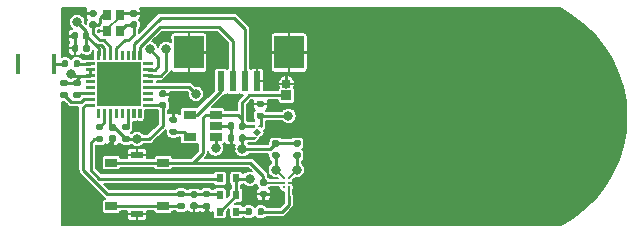
<source format=gtl>
%TF.GenerationSoftware,KiCad,Pcbnew,(5.1.12)-1*%
%TF.CreationDate,2024-01-05T22:51:58+02:00*%
%TF.ProjectId,FlexBandage,466c6578-4261-46e6-9461-67652e6b6963,rev?*%
%TF.SameCoordinates,Original*%
%TF.FileFunction,Copper,L1,Top*%
%TF.FilePolarity,Positive*%
%FSLAX46Y46*%
G04 Gerber Fmt 4.6, Leading zero omitted, Abs format (unit mm)*
G04 Created by KiCad (PCBNEW (5.1.12)-1) date 2024-01-05 22:51:58*
%MOMM*%
%LPD*%
G01*
G04 APERTURE LIST*
%TA.AperFunction,ComponentPad*%
%ADD10O,0.850000X0.850000*%
%TD*%
%TA.AperFunction,ComponentPad*%
%ADD11R,0.850000X0.850000*%
%TD*%
%TA.AperFunction,SMDPad,CuDef*%
%ADD12C,0.100000*%
%TD*%
%TA.AperFunction,SMDPad,CuDef*%
%ADD13R,1.000000X0.700000*%
%TD*%
%TA.AperFunction,SMDPad,CuDef*%
%ADD14R,1.100000X0.550000*%
%TD*%
%TA.AperFunction,SMDPad,CuDef*%
%ADD15R,0.750000X0.850000*%
%TD*%
%TA.AperFunction,SMDPad,CuDef*%
%ADD16C,0.250000*%
%TD*%
%TA.AperFunction,SMDPad,CuDef*%
%ADD17R,1.060000X0.650000*%
%TD*%
%TA.AperFunction,SMDPad,CuDef*%
%ADD18R,2.500000X2.800000*%
%TD*%
%TA.AperFunction,SMDPad,CuDef*%
%ADD19R,0.600000X1.700000*%
%TD*%
%TA.AperFunction,SMDPad,CuDef*%
%ADD20R,0.400000X1.800000*%
%TD*%
%TA.AperFunction,ComponentPad*%
%ADD21C,0.500000*%
%TD*%
%TA.AperFunction,SMDPad,CuDef*%
%ADD22R,3.700000X3.700000*%
%TD*%
%TA.AperFunction,SMDPad,CuDef*%
%ADD23R,0.600000X0.700000*%
%TD*%
%TA.AperFunction,ViaPad*%
%ADD24C,0.800000*%
%TD*%
%TA.AperFunction,Conductor*%
%ADD25C,0.250000*%
%TD*%
%TA.AperFunction,Conductor*%
%ADD26C,0.100000*%
%TD*%
%TA.AperFunction,Conductor*%
%ADD27C,0.150000*%
%TD*%
%TA.AperFunction,Conductor*%
%ADD28C,0.200000*%
%TD*%
G04 APERTURE END LIST*
D10*
%TO.P,BT1,2*%
%TO.N,GND*%
X142070000Y-114620000D03*
D11*
%TO.P,BT1,1*%
%TO.N,VBAT*%
X142070000Y-115620000D03*
%TD*%
%TA.AperFunction,SMDPad,CuDef*%
D12*
%TO.P,U4,EP*%
%TO.N,Net-(U4-PadEP)*%
G36*
X139576380Y-119061691D02*
G01*
X139236969Y-118722280D01*
X139576380Y-118382869D01*
X139915791Y-118722280D01*
X139576380Y-119061691D01*
G37*
%TD.AperFunction*%
%TA.AperFunction,SMDPad,CuDef*%
%TO.P,U4,4*%
%TO.N,VBAT*%
G36*
X139385478Y-118088790D02*
G01*
X139385571Y-118088818D01*
X139385658Y-118088864D01*
X139385734Y-118088926D01*
X139385796Y-118089002D01*
X139385842Y-118089089D01*
X139385870Y-118089182D01*
X139385880Y-118089280D01*
X139385880Y-118339280D01*
X139385870Y-118339378D01*
X139385842Y-118339471D01*
X139385796Y-118339558D01*
X139385734Y-118339634D01*
X139385658Y-118339696D01*
X139385571Y-118339742D01*
X139385478Y-118339770D01*
X139385380Y-118339780D01*
X139165380Y-118339780D01*
X139165282Y-118339770D01*
X139165189Y-118339742D01*
X139165102Y-118339696D01*
X139165031Y-118339638D01*
X138985031Y-118164638D01*
X138984968Y-118164564D01*
X138984921Y-118164478D01*
X138984891Y-118164384D01*
X138984880Y-118164280D01*
X138984880Y-118089280D01*
X138984890Y-118089182D01*
X138984918Y-118089089D01*
X138984964Y-118089002D01*
X138985026Y-118088926D01*
X138985102Y-118088864D01*
X138985189Y-118088818D01*
X138985282Y-118088790D01*
X138985380Y-118088780D01*
X139385380Y-118088780D01*
X139385478Y-118088790D01*
G37*
%TD.AperFunction*%
%TA.AperFunction,SMDPad,CuDef*%
%TO.P,U4,3*%
%TO.N,LDO_EN*%
G36*
X140054478Y-118057790D02*
G01*
X140054571Y-118057818D01*
X140054658Y-118057864D01*
X140054734Y-118057926D01*
X140054796Y-118058002D01*
X140054842Y-118058089D01*
X140054870Y-118058182D01*
X140054880Y-118058280D01*
X140054880Y-118308280D01*
X140054870Y-118308378D01*
X140054842Y-118308471D01*
X140054796Y-118308558D01*
X140054734Y-118308634D01*
X140054658Y-118308696D01*
X140054571Y-118308742D01*
X140054478Y-118308770D01*
X140054380Y-118308780D01*
X139654380Y-118308780D01*
X139654282Y-118308770D01*
X139654189Y-118308742D01*
X139654102Y-118308696D01*
X139654026Y-118308634D01*
X139653964Y-118308558D01*
X139653918Y-118308471D01*
X139653890Y-118308378D01*
X139653880Y-118308280D01*
X139653880Y-118233280D01*
X139653890Y-118233182D01*
X139653918Y-118233089D01*
X139653964Y-118233002D01*
X139654031Y-118232922D01*
X139834031Y-118057922D01*
X139834108Y-118057860D01*
X139834195Y-118057815D01*
X139834289Y-118057788D01*
X139834380Y-118057780D01*
X140054380Y-118057780D01*
X140054478Y-118057790D01*
G37*
%TD.AperFunction*%
%TA.AperFunction,SMDPad,CuDef*%
%TO.P,U4,2*%
%TO.N,GND*%
G36*
X139998478Y-119095790D02*
G01*
X139998571Y-119095818D01*
X139998658Y-119095864D01*
X139998729Y-119095922D01*
X140178729Y-119270922D01*
X140178792Y-119270996D01*
X140178839Y-119271082D01*
X140178869Y-119271176D01*
X140178880Y-119271280D01*
X140178880Y-119346280D01*
X140178870Y-119346378D01*
X140178842Y-119346471D01*
X140178796Y-119346558D01*
X140178734Y-119346634D01*
X140178658Y-119346696D01*
X140178571Y-119346742D01*
X140178478Y-119346770D01*
X140178380Y-119346780D01*
X139778380Y-119346780D01*
X139778282Y-119346770D01*
X139778189Y-119346742D01*
X139778102Y-119346696D01*
X139778026Y-119346634D01*
X139777964Y-119346558D01*
X139777918Y-119346471D01*
X139777890Y-119346378D01*
X139777880Y-119346280D01*
X139777880Y-119096280D01*
X139777890Y-119096182D01*
X139777918Y-119096089D01*
X139777964Y-119096002D01*
X139778026Y-119095926D01*
X139778102Y-119095864D01*
X139778189Y-119095818D01*
X139778282Y-119095790D01*
X139778380Y-119095780D01*
X139998380Y-119095780D01*
X139998478Y-119095790D01*
G37*
%TD.AperFunction*%
%TA.AperFunction,SMDPad,CuDef*%
%TO.P,U4,1*%
%TO.N,3V3*%
G36*
X139579478Y-119108790D02*
G01*
X139579571Y-119108818D01*
X139579658Y-119108864D01*
X139579734Y-119108926D01*
X139579796Y-119109002D01*
X139579842Y-119109089D01*
X139579870Y-119109182D01*
X139579880Y-119109280D01*
X139579870Y-119109378D01*
X139579842Y-119109471D01*
X139579796Y-119109558D01*
X139579734Y-119109634D01*
X139329734Y-119359634D01*
X139329658Y-119359696D01*
X139329571Y-119359742D01*
X139329478Y-119359770D01*
X139329380Y-119359780D01*
X139109380Y-119359780D01*
X139109282Y-119359770D01*
X139109189Y-119359742D01*
X139109102Y-119359696D01*
X139109026Y-119359634D01*
X139108964Y-119359558D01*
X139108918Y-119359471D01*
X139108890Y-119359378D01*
X139108880Y-119359280D01*
X139108880Y-119109280D01*
X139108890Y-119109182D01*
X139108918Y-119109089D01*
X139108964Y-119109002D01*
X139109026Y-119108926D01*
X139109102Y-119108864D01*
X139109189Y-119108818D01*
X139109282Y-119108790D01*
X139109380Y-119108780D01*
X139579380Y-119108780D01*
X139579478Y-119108790D01*
G37*
%TD.AperFunction*%
%TD*%
D13*
%TO.P,S1,A1*%
%TO.N,VBAT*%
X131634000Y-121300000D03*
%TO.P,S1,A2*%
X127234000Y-121300000D03*
%TO.P,S1,B1*%
%TO.N,BUTTON_INPUT*%
X131634000Y-125000000D03*
%TO.P,S1,B2*%
X127234000Y-125000000D03*
D14*
%TO.P,S1,G1*%
%TO.N,GND*%
X129434000Y-120625000D03*
%TO.P,S1,G2*%
X129434000Y-125675000D03*
%TD*%
D15*
%TO.P,Y1,4*%
%TO.N,GND*%
X127945000Y-108820000D03*
%TO.P,Y1,3*%
%TO.N,XTAL_N*%
X127945000Y-110170000D03*
%TO.P,Y1,2*%
%TO.N,GND*%
X126895000Y-110170000D03*
%TO.P,Y1,1*%
%TO.N,XTAL_P*%
X126895000Y-108820000D03*
%TD*%
D16*
%TO.P,U3,C2*%
%TO.N,TEMP_ALERT*%
X142261000Y-123409000D03*
%TO.P,U3,C1*%
%TO.N,Net-(U3-PadC1)*%
X141861000Y-123409000D03*
%TO.P,U3,B2*%
%TO.N,GND*%
X142261000Y-123009000D03*
%TO.P,U3,B1*%
%TO.N,VBAT*%
X141861000Y-123009000D03*
%TO.P,U3,A2*%
%TO.N,SCL*%
X142261000Y-122609000D03*
%TO.P,U3,A1*%
%TO.N,SDA*%
X141861000Y-122609000D03*
%TD*%
D17*
%TO.P,U2,5*%
%TO.N,Net-(R3-Pad1)*%
X133870000Y-119135000D03*
%TO.P,U2,4*%
%TO.N,USB_VDD*%
X133870000Y-117235000D03*
%TO.P,U2,3*%
%TO.N,VBAT*%
X136070000Y-117235000D03*
%TO.P,U2,2*%
%TO.N,GND*%
X136070000Y-118185000D03*
%TO.P,U2,1*%
%TO.N,STAT_MCP*%
X136070000Y-119135000D03*
%TD*%
D18*
%TO.P,J1,S1*%
%TO.N,GND*%
X133800000Y-111980000D03*
%TO.P,J1,S2*%
X142300000Y-111980000D03*
D19*
%TO.P,J1,1*%
%TO.N,USB_VDD*%
X136550000Y-114430000D03*
%TO.P,J1,2*%
%TO.N,D-*%
X137550000Y-114430000D03*
%TO.P,J1,3*%
%TO.N,D+*%
X138550000Y-114430000D03*
%TO.P,J1,4*%
%TO.N,GND*%
X139550000Y-114430000D03*
%TD*%
D20*
%TO.P,ANT1,2*%
%TO.N,Net-(ANT1-Pad2)*%
X119310000Y-112930000D03*
%TO.P,ANT1,1*%
%TO.N,Net-(ANT1-Pad1)*%
X122410000Y-112930000D03*
%TD*%
D21*
%TO.P,U1,49*%
%TO.N,GND*%
X128610000Y-116084700D03*
%TO.P,U1,e48*%
X127210000Y-116084700D03*
%TO.P,U1,41*%
%TO.N,N/C*%
X127210000Y-114684700D03*
%TO.P,U1,42*%
X128610000Y-114684700D03*
%TO.P,U1,47*%
%TO.N,GND*%
X129310000Y-115384700D03*
%TO.P,U1,46*%
%TO.N,N/C*%
X128610000Y-115384700D03*
%TO.P,U1,45*%
X127910000Y-115384700D03*
%TO.P,U1,44*%
X127210000Y-115384700D03*
%TO.P,U1,43*%
%TO.N,GND*%
X126510000Y-115384700D03*
%TO.P,U1,36*%
X126510000Y-113984700D03*
%TO.P,U1,34*%
X127210000Y-113284700D03*
%TO.P,U1,37*%
%TO.N,N/C*%
X127210000Y-113984700D03*
%TO.P,U1,35*%
%TO.N,GND*%
X128610000Y-113284700D03*
%TO.P,U1,40*%
X129310000Y-113984700D03*
%TO.P,U1,39*%
%TO.N,N/C*%
X128610000Y-113984700D03*
%TO.P,U1,38*%
X127910000Y-113984700D03*
D22*
%TO.P,U1,33*%
%TO.N,GND*%
X127910000Y-114684700D03*
%TO.P,U1,24*%
%TO.N,Net-(U1-Pad24)*%
%TA.AperFunction,SMDPad,CuDef*%
G36*
G01*
X129955000Y-113061600D02*
X129955000Y-112807800D01*
G75*
G02*
X129963100Y-112799700I8100J0D01*
G01*
X130756900Y-112799700D01*
G75*
G02*
X130765000Y-112807800I0J-8100D01*
G01*
X130765000Y-113061600D01*
G75*
G02*
X130756900Y-113069700I-8100J0D01*
G01*
X129963100Y-113069700D01*
G75*
G02*
X129955000Y-113061600I0J8100D01*
G01*
G37*
%TD.AperFunction*%
%TO.P,U1,23*%
%TO.N,SCL*%
%TA.AperFunction,SMDPad,CuDef*%
G36*
G01*
X129955000Y-113561600D02*
X129955000Y-113307800D01*
G75*
G02*
X129963100Y-113299700I8100J0D01*
G01*
X130756900Y-113299700D01*
G75*
G02*
X130765000Y-113307800I0J-8100D01*
G01*
X130765000Y-113561600D01*
G75*
G02*
X130756900Y-113569700I-8100J0D01*
G01*
X129963100Y-113569700D01*
G75*
G02*
X129955000Y-113561600I0J8100D01*
G01*
G37*
%TD.AperFunction*%
%TO.P,U1,22*%
%TO.N,SDA*%
%TA.AperFunction,SMDPad,CuDef*%
G36*
G01*
X129955000Y-114061600D02*
X129955000Y-113807800D01*
G75*
G02*
X129963100Y-113799700I8100J0D01*
G01*
X130756900Y-113799700D01*
G75*
G02*
X130765000Y-113807800I0J-8100D01*
G01*
X130765000Y-114061600D01*
G75*
G02*
X130756900Y-114069700I-8100J0D01*
G01*
X129963100Y-114069700D01*
G75*
G02*
X129955000Y-114061600I0J8100D01*
G01*
G37*
%TD.AperFunction*%
%TO.P,U1,21*%
%TO.N,Net-(U1-Pad21)*%
%TA.AperFunction,SMDPad,CuDef*%
G36*
G01*
X129955000Y-114561600D02*
X129955000Y-114307800D01*
G75*
G02*
X129963100Y-114299700I8100J0D01*
G01*
X130756900Y-114299700D01*
G75*
G02*
X130765000Y-114307800I0J-8100D01*
G01*
X130765000Y-114561600D01*
G75*
G02*
X130756900Y-114569700I-8100J0D01*
G01*
X129963100Y-114569700D01*
G75*
G02*
X129955000Y-114561600I0J8100D01*
G01*
G37*
%TD.AperFunction*%
%TO.P,U1,20*%
%TO.N,STAT_MCP*%
%TA.AperFunction,SMDPad,CuDef*%
G36*
G01*
X129955000Y-115061600D02*
X129955000Y-114807800D01*
G75*
G02*
X129963100Y-114799700I8100J0D01*
G01*
X130756900Y-114799700D01*
G75*
G02*
X130765000Y-114807800I0J-8100D01*
G01*
X130765000Y-115061600D01*
G75*
G02*
X130756900Y-115069700I-8100J0D01*
G01*
X129963100Y-115069700D01*
G75*
G02*
X129955000Y-115061600I0J8100D01*
G01*
G37*
%TD.AperFunction*%
%TO.P,U1,19*%
%TO.N,Net-(U1-Pad19)*%
%TA.AperFunction,SMDPad,CuDef*%
G36*
G01*
X129955000Y-115561600D02*
X129955000Y-115307800D01*
G75*
G02*
X129963100Y-115299700I8100J0D01*
G01*
X130756900Y-115299700D01*
G75*
G02*
X130765000Y-115307800I0J-8100D01*
G01*
X130765000Y-115561600D01*
G75*
G02*
X130756900Y-115569700I-8100J0D01*
G01*
X129963100Y-115569700D01*
G75*
G02*
X129955000Y-115561600I0J8100D01*
G01*
G37*
%TD.AperFunction*%
%TO.P,U1,18*%
%TO.N,Net-(U1-Pad18)*%
%TA.AperFunction,SMDPad,CuDef*%
G36*
G01*
X129955000Y-116061600D02*
X129955000Y-115807800D01*
G75*
G02*
X129963100Y-115799700I8100J0D01*
G01*
X130756900Y-115799700D01*
G75*
G02*
X130765000Y-115807800I0J-8100D01*
G01*
X130765000Y-116061600D01*
G75*
G02*
X130756900Y-116069700I-8100J0D01*
G01*
X129963100Y-116069700D01*
G75*
G02*
X129955000Y-116061600I0J8100D01*
G01*
G37*
%TD.AperFunction*%
%TO.P,U1,17*%
%TO.N,3V3*%
%TA.AperFunction,SMDPad,CuDef*%
G36*
G01*
X129955000Y-116561600D02*
X129955000Y-116307800D01*
G75*
G02*
X129963100Y-116299700I8100J0D01*
G01*
X130756900Y-116299700D01*
G75*
G02*
X130765000Y-116307800I0J-8100D01*
G01*
X130765000Y-116561600D01*
G75*
G02*
X130756900Y-116569700I-8100J0D01*
G01*
X129963100Y-116569700D01*
G75*
G02*
X129955000Y-116561600I0J8100D01*
G01*
G37*
%TD.AperFunction*%
%TO.P,U1,8*%
%TO.N,BUTTON*%
%TA.AperFunction,SMDPad,CuDef*%
G36*
G01*
X125055000Y-116561600D02*
X125055000Y-116307800D01*
G75*
G02*
X125063100Y-116299700I8100J0D01*
G01*
X125856900Y-116299700D01*
G75*
G02*
X125865000Y-116307800I0J-8100D01*
G01*
X125865000Y-116561600D01*
G75*
G02*
X125856900Y-116569700I-8100J0D01*
G01*
X125063100Y-116569700D01*
G75*
G02*
X125055000Y-116561600I0J8100D01*
G01*
G37*
%TD.AperFunction*%
%TO.P,U1,7*%
%TO.N,Net-(R1-Pad2)*%
%TA.AperFunction,SMDPad,CuDef*%
G36*
G01*
X125055000Y-116061600D02*
X125055000Y-115807800D01*
G75*
G02*
X125063100Y-115799700I8100J0D01*
G01*
X125856900Y-115799700D01*
G75*
G02*
X125865000Y-115807800I0J-8100D01*
G01*
X125865000Y-116061600D01*
G75*
G02*
X125856900Y-116069700I-8100J0D01*
G01*
X125063100Y-116069700D01*
G75*
G02*
X125055000Y-116061600I0J8100D01*
G01*
G37*
%TD.AperFunction*%
%TO.P,U1,6*%
%TO.N,GPIO2*%
%TA.AperFunction,SMDPad,CuDef*%
G36*
G01*
X125055000Y-115561600D02*
X125055000Y-115307800D01*
G75*
G02*
X125063100Y-115299700I8100J0D01*
G01*
X125856900Y-115299700D01*
G75*
G02*
X125865000Y-115307800I0J-8100D01*
G01*
X125865000Y-115561600D01*
G75*
G02*
X125856900Y-115569700I-8100J0D01*
G01*
X125063100Y-115569700D01*
G75*
G02*
X125055000Y-115561600I0J8100D01*
G01*
G37*
%TD.AperFunction*%
%TO.P,U1,5*%
%TO.N,Net-(U1-Pad5)*%
%TA.AperFunction,SMDPad,CuDef*%
G36*
G01*
X125055000Y-115061600D02*
X125055000Y-114807800D01*
G75*
G02*
X125063100Y-114799700I8100J0D01*
G01*
X125856900Y-114799700D01*
G75*
G02*
X125865000Y-114807800I0J-8100D01*
G01*
X125865000Y-115061600D01*
G75*
G02*
X125856900Y-115069700I-8100J0D01*
G01*
X125063100Y-115069700D01*
G75*
G02*
X125055000Y-115061600I0J8100D01*
G01*
G37*
%TD.AperFunction*%
%TO.P,U1,4*%
%TO.N,Net-(U1-Pad4)*%
%TA.AperFunction,SMDPad,CuDef*%
G36*
G01*
X125055000Y-114561600D02*
X125055000Y-114307800D01*
G75*
G02*
X125063100Y-114299700I8100J0D01*
G01*
X125856900Y-114299700D01*
G75*
G02*
X125865000Y-114307800I0J-8100D01*
G01*
X125865000Y-114561600D01*
G75*
G02*
X125856900Y-114569700I-8100J0D01*
G01*
X125063100Y-114569700D01*
G75*
G02*
X125055000Y-114561600I0J8100D01*
G01*
G37*
%TD.AperFunction*%
%TO.P,U1,3*%
%TO.N,3V3*%
%TA.AperFunction,SMDPad,CuDef*%
G36*
G01*
X125055000Y-114061600D02*
X125055000Y-113807800D01*
G75*
G02*
X125063100Y-113799700I8100J0D01*
G01*
X125856900Y-113799700D01*
G75*
G02*
X125865000Y-113807800I0J-8100D01*
G01*
X125865000Y-114061600D01*
G75*
G02*
X125856900Y-114069700I-8100J0D01*
G01*
X125063100Y-114069700D01*
G75*
G02*
X125055000Y-114061600I0J8100D01*
G01*
G37*
%TD.AperFunction*%
%TO.P,U1,2*%
%TA.AperFunction,SMDPad,CuDef*%
G36*
G01*
X125055000Y-113561600D02*
X125055000Y-113307800D01*
G75*
G02*
X125063100Y-113299700I8100J0D01*
G01*
X125856900Y-113299700D01*
G75*
G02*
X125865000Y-113307800I0J-8100D01*
G01*
X125865000Y-113561600D01*
G75*
G02*
X125856900Y-113569700I-8100J0D01*
G01*
X125063100Y-113569700D01*
G75*
G02*
X125055000Y-113561600I0J8100D01*
G01*
G37*
%TD.AperFunction*%
%TO.P,U1,1*%
%TO.N,LNA*%
%TA.AperFunction,SMDPad,CuDef*%
G36*
G01*
X125055000Y-113061600D02*
X125055000Y-112807800D01*
G75*
G02*
X125063100Y-112799700I8100J0D01*
G01*
X125856900Y-112799700D01*
G75*
G02*
X125865000Y-112807800I0J-8100D01*
G01*
X125865000Y-113061600D01*
G75*
G02*
X125856900Y-113069700I-8100J0D01*
G01*
X125063100Y-113069700D01*
G75*
G02*
X125055000Y-113061600I0J8100D01*
G01*
G37*
%TD.AperFunction*%
%TO.P,U1,32*%
%TO.N,3V3*%
%TA.AperFunction,SMDPad,CuDef*%
G36*
G01*
X126025000Y-112612700D02*
X126025000Y-111856700D01*
G75*
G02*
X126052000Y-111829700I27000J0D01*
G01*
X126268000Y-111829700D01*
G75*
G02*
X126295000Y-111856700I0J-27000D01*
G01*
X126295000Y-112612700D01*
G75*
G02*
X126268000Y-112639700I-27000J0D01*
G01*
X126052000Y-112639700D01*
G75*
G02*
X126025000Y-112612700I0J27000D01*
G01*
G37*
%TD.AperFunction*%
%TO.P,U1,31*%
%TA.AperFunction,SMDPad,CuDef*%
G36*
G01*
X126525000Y-112612700D02*
X126525000Y-111856700D01*
G75*
G02*
X126552000Y-111829700I27000J0D01*
G01*
X126768000Y-111829700D01*
G75*
G02*
X126795000Y-111856700I0J-27000D01*
G01*
X126795000Y-112612700D01*
G75*
G02*
X126768000Y-112639700I-27000J0D01*
G01*
X126552000Y-112639700D01*
G75*
G02*
X126525000Y-112612700I0J27000D01*
G01*
G37*
%TD.AperFunction*%
%TO.P,U1,30*%
%TO.N,XTAL_P*%
%TA.AperFunction,SMDPad,CuDef*%
G36*
G01*
X127025000Y-112612700D02*
X127025000Y-111856700D01*
G75*
G02*
X127052000Y-111829700I27000J0D01*
G01*
X127268000Y-111829700D01*
G75*
G02*
X127295000Y-111856700I0J-27000D01*
G01*
X127295000Y-112612700D01*
G75*
G02*
X127268000Y-112639700I-27000J0D01*
G01*
X127052000Y-112639700D01*
G75*
G02*
X127025000Y-112612700I0J27000D01*
G01*
G37*
%TD.AperFunction*%
%TO.P,U1,29*%
%TO.N,XTAL_N*%
%TA.AperFunction,SMDPad,CuDef*%
G36*
G01*
X127525000Y-112612700D02*
X127525000Y-111856700D01*
G75*
G02*
X127552000Y-111829700I27000J0D01*
G01*
X127768000Y-111829700D01*
G75*
G02*
X127795000Y-111856700I0J-27000D01*
G01*
X127795000Y-112612700D01*
G75*
G02*
X127768000Y-112639700I-27000J0D01*
G01*
X127552000Y-112639700D01*
G75*
G02*
X127525000Y-112612700I0J27000D01*
G01*
G37*
%TD.AperFunction*%
%TO.P,U1,28*%
%TO.N,Net-(U1-Pad28)*%
%TA.AperFunction,SMDPad,CuDef*%
G36*
G01*
X128025000Y-112612700D02*
X128025000Y-111856700D01*
G75*
G02*
X128052000Y-111829700I27000J0D01*
G01*
X128268000Y-111829700D01*
G75*
G02*
X128295000Y-111856700I0J-27000D01*
G01*
X128295000Y-112612700D01*
G75*
G02*
X128268000Y-112639700I-27000J0D01*
G01*
X128052000Y-112639700D01*
G75*
G02*
X128025000Y-112612700I0J27000D01*
G01*
G37*
%TD.AperFunction*%
%TO.P,U1,27*%
%TO.N,Net-(U1-Pad27)*%
%TA.AperFunction,SMDPad,CuDef*%
G36*
G01*
X128525000Y-112612700D02*
X128525000Y-111856700D01*
G75*
G02*
X128552000Y-111829700I27000J0D01*
G01*
X128768000Y-111829700D01*
G75*
G02*
X128795000Y-111856700I0J-27000D01*
G01*
X128795000Y-112612700D01*
G75*
G02*
X128768000Y-112639700I-27000J0D01*
G01*
X128552000Y-112639700D01*
G75*
G02*
X128525000Y-112612700I0J27000D01*
G01*
G37*
%TD.AperFunction*%
%TO.P,U1,26*%
%TO.N,D+*%
%TA.AperFunction,SMDPad,CuDef*%
G36*
G01*
X129025000Y-112612700D02*
X129025000Y-111856700D01*
G75*
G02*
X129052000Y-111829700I27000J0D01*
G01*
X129268000Y-111829700D01*
G75*
G02*
X129295000Y-111856700I0J-27000D01*
G01*
X129295000Y-112612700D01*
G75*
G02*
X129268000Y-112639700I-27000J0D01*
G01*
X129052000Y-112639700D01*
G75*
G02*
X129025000Y-112612700I0J27000D01*
G01*
G37*
%TD.AperFunction*%
%TO.P,U1,25*%
%TO.N,D-*%
%TA.AperFunction,SMDPad,CuDef*%
G36*
G01*
X129525000Y-112612700D02*
X129525000Y-111856700D01*
G75*
G02*
X129552000Y-111829700I27000J0D01*
G01*
X129768000Y-111829700D01*
G75*
G02*
X129795000Y-111856700I0J-27000D01*
G01*
X129795000Y-112612700D01*
G75*
G02*
X129768000Y-112639700I-27000J0D01*
G01*
X129552000Y-112639700D01*
G75*
G02*
X129525000Y-112612700I0J27000D01*
G01*
G37*
%TD.AperFunction*%
%TO.P,U1,16*%
%TO.N,Net-(U1-Pad16)*%
%TA.AperFunction,SMDPad,CuDef*%
G36*
G01*
X129525000Y-117512700D02*
X129525000Y-116756700D01*
G75*
G02*
X129552000Y-116729700I27000J0D01*
G01*
X129768000Y-116729700D01*
G75*
G02*
X129795000Y-116756700I0J-27000D01*
G01*
X129795000Y-117512700D01*
G75*
G02*
X129768000Y-117539700I-27000J0D01*
G01*
X129552000Y-117539700D01*
G75*
G02*
X129525000Y-117512700I0J27000D01*
G01*
G37*
%TD.AperFunction*%
%TO.P,U1,15*%
%TO.N,Net-(U1-Pad15)*%
%TA.AperFunction,SMDPad,CuDef*%
G36*
G01*
X129025000Y-117512700D02*
X129025000Y-116756700D01*
G75*
G02*
X129052000Y-116729700I27000J0D01*
G01*
X129268000Y-116729700D01*
G75*
G02*
X129295000Y-116756700I0J-27000D01*
G01*
X129295000Y-117512700D01*
G75*
G02*
X129268000Y-117539700I-27000J0D01*
G01*
X129052000Y-117539700D01*
G75*
G02*
X129025000Y-117512700I0J27000D01*
G01*
G37*
%TD.AperFunction*%
%TO.P,U1,14*%
%TO.N,GPIO8*%
%TA.AperFunction,SMDPad,CuDef*%
G36*
G01*
X128525000Y-117512700D02*
X128525000Y-116756700D01*
G75*
G02*
X128552000Y-116729700I27000J0D01*
G01*
X128768000Y-116729700D01*
G75*
G02*
X128795000Y-116756700I0J-27000D01*
G01*
X128795000Y-117512700D01*
G75*
G02*
X128768000Y-117539700I-27000J0D01*
G01*
X128552000Y-117539700D01*
G75*
G02*
X128525000Y-117512700I0J27000D01*
G01*
G37*
%TD.AperFunction*%
%TO.P,U1,13*%
%TO.N,Net-(U1-Pad13)*%
%TA.AperFunction,SMDPad,CuDef*%
G36*
G01*
X128025000Y-117512700D02*
X128025000Y-116756700D01*
G75*
G02*
X128052000Y-116729700I27000J0D01*
G01*
X128268000Y-116729700D01*
G75*
G02*
X128295000Y-116756700I0J-27000D01*
G01*
X128295000Y-117512700D01*
G75*
G02*
X128268000Y-117539700I-27000J0D01*
G01*
X128052000Y-117539700D01*
G75*
G02*
X128025000Y-117512700I0J27000D01*
G01*
G37*
%TD.AperFunction*%
%TO.P,U1,12*%
%TO.N,Net-(U1-Pad12)*%
%TA.AperFunction,SMDPad,CuDef*%
G36*
G01*
X127525000Y-117512700D02*
X127525000Y-116756700D01*
G75*
G02*
X127552000Y-116729700I27000J0D01*
G01*
X127768000Y-116729700D01*
G75*
G02*
X127795000Y-116756700I0J-27000D01*
G01*
X127795000Y-117512700D01*
G75*
G02*
X127768000Y-117539700I-27000J0D01*
G01*
X127552000Y-117539700D01*
G75*
G02*
X127525000Y-117512700I0J27000D01*
G01*
G37*
%TD.AperFunction*%
%TO.P,U1,11*%
%TO.N,3V3*%
%TA.AperFunction,SMDPad,CuDef*%
G36*
G01*
X127025000Y-117512700D02*
X127025000Y-116756700D01*
G75*
G02*
X127052000Y-116729700I27000J0D01*
G01*
X127268000Y-116729700D01*
G75*
G02*
X127295000Y-116756700I0J-27000D01*
G01*
X127295000Y-117512700D01*
G75*
G02*
X127268000Y-117539700I-27000J0D01*
G01*
X127052000Y-117539700D01*
G75*
G02*
X127025000Y-117512700I0J27000D01*
G01*
G37*
%TD.AperFunction*%
%TO.P,U1,10*%
%TO.N,LATCH*%
%TA.AperFunction,SMDPad,CuDef*%
G36*
G01*
X126525000Y-117512700D02*
X126525000Y-116756700D01*
G75*
G02*
X126552000Y-116729700I27000J0D01*
G01*
X126768000Y-116729700D01*
G75*
G02*
X126795000Y-116756700I0J-27000D01*
G01*
X126795000Y-117512700D01*
G75*
G02*
X126768000Y-117539700I-27000J0D01*
G01*
X126552000Y-117539700D01*
G75*
G02*
X126525000Y-117512700I0J27000D01*
G01*
G37*
%TD.AperFunction*%
%TO.P,U1,9*%
%TO.N,Net-(U1-Pad9)*%
%TA.AperFunction,SMDPad,CuDef*%
G36*
G01*
X126025000Y-117512700D02*
X126025000Y-116756700D01*
G75*
G02*
X126052000Y-116729700I27000J0D01*
G01*
X126268000Y-116729700D01*
G75*
G02*
X126295000Y-116756700I0J-27000D01*
G01*
X126295000Y-117512700D01*
G75*
G02*
X126268000Y-117539700I-27000J0D01*
G01*
X126052000Y-117539700D01*
G75*
G02*
X126025000Y-117512700I0J27000D01*
G01*
G37*
%TD.AperFunction*%
%TD*%
%TO.P,R12,2*%
%TO.N,SCL*%
%TA.AperFunction,SMDPad,CuDef*%
G36*
G01*
X142780000Y-120419700D02*
X143150000Y-120419700D01*
G75*
G02*
X143285000Y-120554700I0J-135000D01*
G01*
X143285000Y-120824700D01*
G75*
G02*
X143150000Y-120959700I-135000J0D01*
G01*
X142780000Y-120959700D01*
G75*
G02*
X142645000Y-120824700I0J135000D01*
G01*
X142645000Y-120554700D01*
G75*
G02*
X142780000Y-120419700I135000J0D01*
G01*
G37*
%TD.AperFunction*%
%TO.P,R12,1*%
%TO.N,3V3*%
%TA.AperFunction,SMDPad,CuDef*%
G36*
G01*
X142780000Y-119399700D02*
X143150000Y-119399700D01*
G75*
G02*
X143285000Y-119534700I0J-135000D01*
G01*
X143285000Y-119804700D01*
G75*
G02*
X143150000Y-119939700I-135000J0D01*
G01*
X142780000Y-119939700D01*
G75*
G02*
X142645000Y-119804700I0J135000D01*
G01*
X142645000Y-119534700D01*
G75*
G02*
X142780000Y-119399700I135000J0D01*
G01*
G37*
%TD.AperFunction*%
%TD*%
%TO.P,R11,2*%
%TO.N,GND*%
%TA.AperFunction,SMDPad,CuDef*%
G36*
G01*
X140039380Y-116600000D02*
X139669380Y-116600000D01*
G75*
G02*
X139534380Y-116465000I0J135000D01*
G01*
X139534380Y-116195000D01*
G75*
G02*
X139669380Y-116060000I135000J0D01*
G01*
X140039380Y-116060000D01*
G75*
G02*
X140174380Y-116195000I0J-135000D01*
G01*
X140174380Y-116465000D01*
G75*
G02*
X140039380Y-116600000I-135000J0D01*
G01*
G37*
%TD.AperFunction*%
%TO.P,R11,1*%
%TO.N,LDO_EN*%
%TA.AperFunction,SMDPad,CuDef*%
G36*
G01*
X140039380Y-117620000D02*
X139669380Y-117620000D01*
G75*
G02*
X139534380Y-117485000I0J135000D01*
G01*
X139534380Y-117215000D01*
G75*
G02*
X139669380Y-117080000I135000J0D01*
G01*
X140039380Y-117080000D01*
G75*
G02*
X140174380Y-117215000I0J-135000D01*
G01*
X140174380Y-117485000D01*
G75*
G02*
X140039380Y-117620000I-135000J0D01*
G01*
G37*
%TD.AperFunction*%
%TD*%
%TO.P,R10,2*%
%TO.N,SDA*%
%TA.AperFunction,SMDPad,CuDef*%
G36*
G01*
X140977000Y-120419700D02*
X141347000Y-120419700D01*
G75*
G02*
X141482000Y-120554700I0J-135000D01*
G01*
X141482000Y-120824700D01*
G75*
G02*
X141347000Y-120959700I-135000J0D01*
G01*
X140977000Y-120959700D01*
G75*
G02*
X140842000Y-120824700I0J135000D01*
G01*
X140842000Y-120554700D01*
G75*
G02*
X140977000Y-120419700I135000J0D01*
G01*
G37*
%TD.AperFunction*%
%TO.P,R10,1*%
%TO.N,3V3*%
%TA.AperFunction,SMDPad,CuDef*%
G36*
G01*
X140977000Y-119399700D02*
X141347000Y-119399700D01*
G75*
G02*
X141482000Y-119534700I0J-135000D01*
G01*
X141482000Y-119804700D01*
G75*
G02*
X141347000Y-119939700I-135000J0D01*
G01*
X140977000Y-119939700D01*
G75*
G02*
X140842000Y-119804700I0J135000D01*
G01*
X140842000Y-119534700D01*
G75*
G02*
X140977000Y-119399700I135000J0D01*
G01*
G37*
%TD.AperFunction*%
%TD*%
%TO.P,R9,2*%
%TO.N,GND*%
%TA.AperFunction,SMDPad,CuDef*%
G36*
G01*
X135111900Y-124720000D02*
X135481900Y-124720000D01*
G75*
G02*
X135616900Y-124855000I0J-135000D01*
G01*
X135616900Y-125125000D01*
G75*
G02*
X135481900Y-125260000I-135000J0D01*
G01*
X135111900Y-125260000D01*
G75*
G02*
X134976900Y-125125000I0J135000D01*
G01*
X134976900Y-124855000D01*
G75*
G02*
X135111900Y-124720000I135000J0D01*
G01*
G37*
%TD.AperFunction*%
%TO.P,R9,1*%
%TO.N,BUTTON*%
%TA.AperFunction,SMDPad,CuDef*%
G36*
G01*
X135111900Y-123700000D02*
X135481900Y-123700000D01*
G75*
G02*
X135616900Y-123835000I0J-135000D01*
G01*
X135616900Y-124105000D01*
G75*
G02*
X135481900Y-124240000I-135000J0D01*
G01*
X135111900Y-124240000D01*
G75*
G02*
X134976900Y-124105000I0J135000D01*
G01*
X134976900Y-123835000D01*
G75*
G02*
X135111900Y-123700000I135000J0D01*
G01*
G37*
%TD.AperFunction*%
%TD*%
%TO.P,R8,2*%
%TO.N,LATCH*%
%TA.AperFunction,SMDPad,CuDef*%
G36*
G01*
X126425000Y-118560000D02*
X126055000Y-118560000D01*
G75*
G02*
X125920000Y-118425000I0J135000D01*
G01*
X125920000Y-118155000D01*
G75*
G02*
X126055000Y-118020000I135000J0D01*
G01*
X126425000Y-118020000D01*
G75*
G02*
X126560000Y-118155000I0J-135000D01*
G01*
X126560000Y-118425000D01*
G75*
G02*
X126425000Y-118560000I-135000J0D01*
G01*
G37*
%TD.AperFunction*%
%TO.P,R8,1*%
%TO.N,Net-(D3-Pad2)*%
%TA.AperFunction,SMDPad,CuDef*%
G36*
G01*
X126425000Y-119580000D02*
X126055000Y-119580000D01*
G75*
G02*
X125920000Y-119445000I0J135000D01*
G01*
X125920000Y-119175000D01*
G75*
G02*
X126055000Y-119040000I135000J0D01*
G01*
X126425000Y-119040000D01*
G75*
G02*
X126560000Y-119175000I0J-135000D01*
G01*
X126560000Y-119445000D01*
G75*
G02*
X126425000Y-119580000I-135000J0D01*
G01*
G37*
%TD.AperFunction*%
%TD*%
%TO.P,R7,2*%
%TO.N,TEMP_ALERT*%
%TA.AperFunction,SMDPad,CuDef*%
G36*
G01*
X139624000Y-125635000D02*
X139624000Y-125265000D01*
G75*
G02*
X139759000Y-125130000I135000J0D01*
G01*
X140029000Y-125130000D01*
G75*
G02*
X140164000Y-125265000I0J-135000D01*
G01*
X140164000Y-125635000D01*
G75*
G02*
X140029000Y-125770000I-135000J0D01*
G01*
X139759000Y-125770000D01*
G75*
G02*
X139624000Y-125635000I0J135000D01*
G01*
G37*
%TD.AperFunction*%
%TO.P,R7,1*%
%TO.N,Net-(D2-Pad2)*%
%TA.AperFunction,SMDPad,CuDef*%
G36*
G01*
X138604000Y-125635000D02*
X138604000Y-125265000D01*
G75*
G02*
X138739000Y-125130000I135000J0D01*
G01*
X139009000Y-125130000D01*
G75*
G02*
X139144000Y-125265000I0J-135000D01*
G01*
X139144000Y-125635000D01*
G75*
G02*
X139009000Y-125770000I-135000J0D01*
G01*
X138739000Y-125770000D01*
G75*
G02*
X138604000Y-125635000I0J135000D01*
G01*
G37*
%TD.AperFunction*%
%TD*%
%TO.P,R6,2*%
%TO.N,BUTTON_INPUT*%
%TA.AperFunction,SMDPad,CuDef*%
G36*
G01*
X132939000Y-124720000D02*
X133309000Y-124720000D01*
G75*
G02*
X133444000Y-124855000I0J-135000D01*
G01*
X133444000Y-125125000D01*
G75*
G02*
X133309000Y-125260000I-135000J0D01*
G01*
X132939000Y-125260000D01*
G75*
G02*
X132804000Y-125125000I0J135000D01*
G01*
X132804000Y-124855000D01*
G75*
G02*
X132939000Y-124720000I135000J0D01*
G01*
G37*
%TD.AperFunction*%
%TO.P,R6,1*%
%TO.N,BUTTON*%
%TA.AperFunction,SMDPad,CuDef*%
G36*
G01*
X132939000Y-123700000D02*
X133309000Y-123700000D01*
G75*
G02*
X133444000Y-123835000I0J-135000D01*
G01*
X133444000Y-124105000D01*
G75*
G02*
X133309000Y-124240000I-135000J0D01*
G01*
X132939000Y-124240000D01*
G75*
G02*
X132804000Y-124105000I0J135000D01*
G01*
X132804000Y-123835000D01*
G75*
G02*
X132939000Y-123700000I135000J0D01*
G01*
G37*
%TD.AperFunction*%
%TD*%
%TO.P,R5,2*%
%TO.N,GPIO2*%
%TA.AperFunction,SMDPad,CuDef*%
G36*
G01*
X124135000Y-115299700D02*
X124505000Y-115299700D01*
G75*
G02*
X124640000Y-115434700I0J-135000D01*
G01*
X124640000Y-115704700D01*
G75*
G02*
X124505000Y-115839700I-135000J0D01*
G01*
X124135000Y-115839700D01*
G75*
G02*
X124000000Y-115704700I0J135000D01*
G01*
X124000000Y-115434700D01*
G75*
G02*
X124135000Y-115299700I135000J0D01*
G01*
G37*
%TD.AperFunction*%
%TO.P,R5,1*%
%TO.N,3V3*%
%TA.AperFunction,SMDPad,CuDef*%
G36*
G01*
X124135000Y-114279700D02*
X124505000Y-114279700D01*
G75*
G02*
X124640000Y-114414700I0J-135000D01*
G01*
X124640000Y-114684700D01*
G75*
G02*
X124505000Y-114819700I-135000J0D01*
G01*
X124135000Y-114819700D01*
G75*
G02*
X124000000Y-114684700I0J135000D01*
G01*
X124000000Y-114414700D01*
G75*
G02*
X124135000Y-114279700I135000J0D01*
G01*
G37*
%TD.AperFunction*%
%TD*%
%TO.P,R4,2*%
%TO.N,GPIO8*%
%TA.AperFunction,SMDPad,CuDef*%
G36*
G01*
X128660000Y-118560000D02*
X128290000Y-118560000D01*
G75*
G02*
X128155000Y-118425000I0J135000D01*
G01*
X128155000Y-118155000D01*
G75*
G02*
X128290000Y-118020000I135000J0D01*
G01*
X128660000Y-118020000D01*
G75*
G02*
X128795000Y-118155000I0J-135000D01*
G01*
X128795000Y-118425000D01*
G75*
G02*
X128660000Y-118560000I-135000J0D01*
G01*
G37*
%TD.AperFunction*%
%TO.P,R4,1*%
%TO.N,3V3*%
%TA.AperFunction,SMDPad,CuDef*%
G36*
G01*
X128660000Y-119580000D02*
X128290000Y-119580000D01*
G75*
G02*
X128155000Y-119445000I0J135000D01*
G01*
X128155000Y-119175000D01*
G75*
G02*
X128290000Y-119040000I135000J0D01*
G01*
X128660000Y-119040000D01*
G75*
G02*
X128795000Y-119175000I0J-135000D01*
G01*
X128795000Y-119445000D01*
G75*
G02*
X128660000Y-119580000I-135000J0D01*
G01*
G37*
%TD.AperFunction*%
%TD*%
%TO.P,R3,2*%
%TO.N,GND*%
%TA.AperFunction,SMDPad,CuDef*%
G36*
G01*
X132665000Y-117945000D02*
X132295000Y-117945000D01*
G75*
G02*
X132160000Y-117810000I0J135000D01*
G01*
X132160000Y-117540000D01*
G75*
G02*
X132295000Y-117405000I135000J0D01*
G01*
X132665000Y-117405000D01*
G75*
G02*
X132800000Y-117540000I0J-135000D01*
G01*
X132800000Y-117810000D01*
G75*
G02*
X132665000Y-117945000I-135000J0D01*
G01*
G37*
%TD.AperFunction*%
%TO.P,R3,1*%
%TO.N,Net-(R3-Pad1)*%
%TA.AperFunction,SMDPad,CuDef*%
G36*
G01*
X132665000Y-118965000D02*
X132295000Y-118965000D01*
G75*
G02*
X132160000Y-118830000I0J135000D01*
G01*
X132160000Y-118560000D01*
G75*
G02*
X132295000Y-118425000I135000J0D01*
G01*
X132665000Y-118425000D01*
G75*
G02*
X132800000Y-118560000I0J-135000D01*
G01*
X132800000Y-118830000D01*
G75*
G02*
X132665000Y-118965000I-135000J0D01*
G01*
G37*
%TD.AperFunction*%
%TD*%
%TO.P,R2,2*%
%TO.N,LNA*%
%TA.AperFunction,SMDPad,CuDef*%
G36*
G01*
X124050000Y-113115000D02*
X124050000Y-112745000D01*
G75*
G02*
X124185000Y-112610000I135000J0D01*
G01*
X124455000Y-112610000D01*
G75*
G02*
X124590000Y-112745000I0J-135000D01*
G01*
X124590000Y-113115000D01*
G75*
G02*
X124455000Y-113250000I-135000J0D01*
G01*
X124185000Y-113250000D01*
G75*
G02*
X124050000Y-113115000I0J135000D01*
G01*
G37*
%TD.AperFunction*%
%TO.P,R2,1*%
%TO.N,Net-(ANT1-Pad1)*%
%TA.AperFunction,SMDPad,CuDef*%
G36*
G01*
X123030000Y-113115000D02*
X123030000Y-112745000D01*
G75*
G02*
X123165000Y-112610000I135000J0D01*
G01*
X123435000Y-112610000D01*
G75*
G02*
X123570000Y-112745000I0J-135000D01*
G01*
X123570000Y-113115000D01*
G75*
G02*
X123435000Y-113250000I-135000J0D01*
G01*
X123165000Y-113250000D01*
G75*
G02*
X123030000Y-113115000I0J135000D01*
G01*
G37*
%TD.AperFunction*%
%TD*%
%TO.P,R1,2*%
%TO.N,Net-(R1-Pad2)*%
%TA.AperFunction,SMDPad,CuDef*%
G36*
G01*
X123065000Y-115299700D02*
X123435000Y-115299700D01*
G75*
G02*
X123570000Y-115434700I0J-135000D01*
G01*
X123570000Y-115704700D01*
G75*
G02*
X123435000Y-115839700I-135000J0D01*
G01*
X123065000Y-115839700D01*
G75*
G02*
X122930000Y-115704700I0J135000D01*
G01*
X122930000Y-115434700D01*
G75*
G02*
X123065000Y-115299700I135000J0D01*
G01*
G37*
%TD.AperFunction*%
%TO.P,R1,1*%
%TO.N,3V3*%
%TA.AperFunction,SMDPad,CuDef*%
G36*
G01*
X123065000Y-114279700D02*
X123435000Y-114279700D01*
G75*
G02*
X123570000Y-114414700I0J-135000D01*
G01*
X123570000Y-114684700D01*
G75*
G02*
X123435000Y-114819700I-135000J0D01*
G01*
X123065000Y-114819700D01*
G75*
G02*
X122930000Y-114684700I0J135000D01*
G01*
X122930000Y-114414700D01*
G75*
G02*
X123065000Y-114279700I135000J0D01*
G01*
G37*
%TD.AperFunction*%
%TD*%
D23*
%TO.P,D3,1*%
%TO.N,LDO_EN*%
X137824000Y-122630000D03*
%TO.P,D3,2*%
%TO.N,Net-(D3-Pad2)*%
X136424000Y-122630000D03*
%TD*%
%TO.P,D2,1*%
%TO.N,LDO_EN*%
X136424000Y-125450000D03*
%TO.P,D2,2*%
%TO.N,Net-(D2-Pad2)*%
X137824000Y-125450000D03*
%TD*%
%TO.P,D1,1*%
%TO.N,LDO_EN*%
X137824000Y-124040000D03*
%TO.P,D1,2*%
%TO.N,BUTTON*%
X136424000Y-124040000D03*
%TD*%
%TO.P,C10,2*%
%TO.N,GND*%
%TA.AperFunction,SMDPad,CuDef*%
G36*
G01*
X137646640Y-119052660D02*
X137646640Y-119392660D01*
G75*
G02*
X137506640Y-119532660I-140000J0D01*
G01*
X137226640Y-119532660D01*
G75*
G02*
X137086640Y-119392660I0J140000D01*
G01*
X137086640Y-119052660D01*
G75*
G02*
X137226640Y-118912660I140000J0D01*
G01*
X137506640Y-118912660D01*
G75*
G02*
X137646640Y-119052660I0J-140000D01*
G01*
G37*
%TD.AperFunction*%
%TO.P,C10,1*%
%TO.N,3V3*%
%TA.AperFunction,SMDPad,CuDef*%
G36*
G01*
X138606640Y-119052660D02*
X138606640Y-119392660D01*
G75*
G02*
X138466640Y-119532660I-140000J0D01*
G01*
X138186640Y-119532660D01*
G75*
G02*
X138046640Y-119392660I0J140000D01*
G01*
X138046640Y-119052660D01*
G75*
G02*
X138186640Y-118912660I140000J0D01*
G01*
X138466640Y-118912660D01*
G75*
G02*
X138606640Y-119052660I0J-140000D01*
G01*
G37*
%TD.AperFunction*%
%TD*%
%TO.P,C9,2*%
%TO.N,VBAT*%
%TA.AperFunction,SMDPad,CuDef*%
G36*
G01*
X140290000Y-123289000D02*
X139950000Y-123289000D01*
G75*
G02*
X139810000Y-123149000I0J140000D01*
G01*
X139810000Y-122869000D01*
G75*
G02*
X139950000Y-122729000I140000J0D01*
G01*
X140290000Y-122729000D01*
G75*
G02*
X140430000Y-122869000I0J-140000D01*
G01*
X140430000Y-123149000D01*
G75*
G02*
X140290000Y-123289000I-140000J0D01*
G01*
G37*
%TD.AperFunction*%
%TO.P,C9,1*%
%TO.N,GND*%
%TA.AperFunction,SMDPad,CuDef*%
G36*
G01*
X140290000Y-124249000D02*
X139950000Y-124249000D01*
G75*
G02*
X139810000Y-124109000I0J140000D01*
G01*
X139810000Y-123829000D01*
G75*
G02*
X139950000Y-123689000I140000J0D01*
G01*
X140290000Y-123689000D01*
G75*
G02*
X140430000Y-123829000I0J-140000D01*
G01*
X140430000Y-124109000D01*
G75*
G02*
X140290000Y-124249000I-140000J0D01*
G01*
G37*
%TD.AperFunction*%
%TD*%
%TO.P,C8,2*%
%TO.N,BUTTON*%
%TA.AperFunction,SMDPad,CuDef*%
G36*
G01*
X134402640Y-124280000D02*
X134062640Y-124280000D01*
G75*
G02*
X133922640Y-124140000I0J140000D01*
G01*
X133922640Y-123860000D01*
G75*
G02*
X134062640Y-123720000I140000J0D01*
G01*
X134402640Y-123720000D01*
G75*
G02*
X134542640Y-123860000I0J-140000D01*
G01*
X134542640Y-124140000D01*
G75*
G02*
X134402640Y-124280000I-140000J0D01*
G01*
G37*
%TD.AperFunction*%
%TO.P,C8,1*%
%TO.N,GND*%
%TA.AperFunction,SMDPad,CuDef*%
G36*
G01*
X134402640Y-125240000D02*
X134062640Y-125240000D01*
G75*
G02*
X133922640Y-125100000I0J140000D01*
G01*
X133922640Y-124820000D01*
G75*
G02*
X134062640Y-124680000I140000J0D01*
G01*
X134402640Y-124680000D01*
G75*
G02*
X134542640Y-124820000I0J-140000D01*
G01*
X134542640Y-125100000D01*
G75*
G02*
X134402640Y-125240000I-140000J0D01*
G01*
G37*
%TD.AperFunction*%
%TD*%
%TO.P,C7,2*%
%TO.N,VBAT*%
%TA.AperFunction,SMDPad,CuDef*%
G36*
G01*
X138046640Y-118386820D02*
X138046640Y-118046820D01*
G75*
G02*
X138186640Y-117906820I140000J0D01*
G01*
X138466640Y-117906820D01*
G75*
G02*
X138606640Y-118046820I0J-140000D01*
G01*
X138606640Y-118386820D01*
G75*
G02*
X138466640Y-118526820I-140000J0D01*
G01*
X138186640Y-118526820D01*
G75*
G02*
X138046640Y-118386820I0J140000D01*
G01*
G37*
%TD.AperFunction*%
%TO.P,C7,1*%
%TO.N,GND*%
%TA.AperFunction,SMDPad,CuDef*%
G36*
G01*
X137086640Y-118386820D02*
X137086640Y-118046820D01*
G75*
G02*
X137226640Y-117906820I140000J0D01*
G01*
X137506640Y-117906820D01*
G75*
G02*
X137646640Y-118046820I0J-140000D01*
G01*
X137646640Y-118386820D01*
G75*
G02*
X137506640Y-118526820I-140000J0D01*
G01*
X137226640Y-118526820D01*
G75*
G02*
X137086640Y-118386820I0J140000D01*
G01*
G37*
%TD.AperFunction*%
%TD*%
%TO.P,C6,2*%
%TO.N,3V3*%
%TA.AperFunction,SMDPad,CuDef*%
G36*
G01*
X127505000Y-118600000D02*
X127165000Y-118600000D01*
G75*
G02*
X127025000Y-118460000I0J140000D01*
G01*
X127025000Y-118180000D01*
G75*
G02*
X127165000Y-118040000I140000J0D01*
G01*
X127505000Y-118040000D01*
G75*
G02*
X127645000Y-118180000I0J-140000D01*
G01*
X127645000Y-118460000D01*
G75*
G02*
X127505000Y-118600000I-140000J0D01*
G01*
G37*
%TD.AperFunction*%
%TO.P,C6,1*%
%TO.N,GND*%
%TA.AperFunction,SMDPad,CuDef*%
G36*
G01*
X127505000Y-119560000D02*
X127165000Y-119560000D01*
G75*
G02*
X127025000Y-119420000I0J140000D01*
G01*
X127025000Y-119140000D01*
G75*
G02*
X127165000Y-119000000I140000J0D01*
G01*
X127505000Y-119000000D01*
G75*
G02*
X127645000Y-119140000I0J-140000D01*
G01*
X127645000Y-119420000D01*
G75*
G02*
X127505000Y-119560000I-140000J0D01*
G01*
G37*
%TD.AperFunction*%
%TD*%
%TO.P,C5,2*%
%TO.N,XTAL_N*%
%TA.AperFunction,SMDPad,CuDef*%
G36*
G01*
X128949040Y-109355000D02*
X129289040Y-109355000D01*
G75*
G02*
X129429040Y-109495000I0J-140000D01*
G01*
X129429040Y-109775000D01*
G75*
G02*
X129289040Y-109915000I-140000J0D01*
G01*
X128949040Y-109915000D01*
G75*
G02*
X128809040Y-109775000I0J140000D01*
G01*
X128809040Y-109495000D01*
G75*
G02*
X128949040Y-109355000I140000J0D01*
G01*
G37*
%TD.AperFunction*%
%TO.P,C5,1*%
%TO.N,GND*%
%TA.AperFunction,SMDPad,CuDef*%
G36*
G01*
X128949040Y-108395000D02*
X129289040Y-108395000D01*
G75*
G02*
X129429040Y-108535000I0J-140000D01*
G01*
X129429040Y-108815000D01*
G75*
G02*
X129289040Y-108955000I-140000J0D01*
G01*
X128949040Y-108955000D01*
G75*
G02*
X128809040Y-108815000I0J140000D01*
G01*
X128809040Y-108535000D01*
G75*
G02*
X128949040Y-108395000I140000J0D01*
G01*
G37*
%TD.AperFunction*%
%TD*%
%TO.P,C4,2*%
%TO.N,XTAL_P*%
%TA.AperFunction,SMDPad,CuDef*%
G36*
G01*
X125525120Y-109355000D02*
X125865120Y-109355000D01*
G75*
G02*
X126005120Y-109495000I0J-140000D01*
G01*
X126005120Y-109775000D01*
G75*
G02*
X125865120Y-109915000I-140000J0D01*
G01*
X125525120Y-109915000D01*
G75*
G02*
X125385120Y-109775000I0J140000D01*
G01*
X125385120Y-109495000D01*
G75*
G02*
X125525120Y-109355000I140000J0D01*
G01*
G37*
%TD.AperFunction*%
%TO.P,C4,1*%
%TO.N,GND*%
%TA.AperFunction,SMDPad,CuDef*%
G36*
G01*
X125525120Y-108395000D02*
X125865120Y-108395000D01*
G75*
G02*
X126005120Y-108535000I0J-140000D01*
G01*
X126005120Y-108815000D01*
G75*
G02*
X125865120Y-108955000I-140000J0D01*
G01*
X125525120Y-108955000D01*
G75*
G02*
X125385120Y-108815000I0J140000D01*
G01*
X125385120Y-108535000D01*
G75*
G02*
X125525120Y-108395000I140000J0D01*
G01*
G37*
%TD.AperFunction*%
%TD*%
%TO.P,C3,2*%
%TO.N,GND*%
%TA.AperFunction,SMDPad,CuDef*%
G36*
G01*
X124450000Y-111460010D02*
X124450000Y-111800010D01*
G75*
G02*
X124310000Y-111940010I-140000J0D01*
G01*
X124030000Y-111940010D01*
G75*
G02*
X123890000Y-111800010I0J140000D01*
G01*
X123890000Y-111460010D01*
G75*
G02*
X124030000Y-111320010I140000J0D01*
G01*
X124310000Y-111320010D01*
G75*
G02*
X124450000Y-111460010I0J-140000D01*
G01*
G37*
%TD.AperFunction*%
%TO.P,C3,1*%
%TO.N,3V3*%
%TA.AperFunction,SMDPad,CuDef*%
G36*
G01*
X125410000Y-111460010D02*
X125410000Y-111800010D01*
G75*
G02*
X125270000Y-111940010I-140000J0D01*
G01*
X124990000Y-111940010D01*
G75*
G02*
X124850000Y-111800010I0J140000D01*
G01*
X124850000Y-111460010D01*
G75*
G02*
X124990000Y-111320010I140000J0D01*
G01*
X125270000Y-111320010D01*
G75*
G02*
X125410000Y-111460010I0J-140000D01*
G01*
G37*
%TD.AperFunction*%
%TD*%
%TO.P,C2,2*%
%TO.N,GND*%
%TA.AperFunction,SMDPad,CuDef*%
G36*
G01*
X124420000Y-110400000D02*
X124420000Y-110740000D01*
G75*
G02*
X124280000Y-110880000I-140000J0D01*
G01*
X124000000Y-110880000D01*
G75*
G02*
X123860000Y-110740000I0J140000D01*
G01*
X123860000Y-110400000D01*
G75*
G02*
X124000000Y-110260000I140000J0D01*
G01*
X124280000Y-110260000D01*
G75*
G02*
X124420000Y-110400000I0J-140000D01*
G01*
G37*
%TD.AperFunction*%
%TO.P,C2,1*%
%TO.N,3V3*%
%TA.AperFunction,SMDPad,CuDef*%
G36*
G01*
X125380000Y-110400000D02*
X125380000Y-110740000D01*
G75*
G02*
X125240000Y-110880000I-140000J0D01*
G01*
X124960000Y-110880000D01*
G75*
G02*
X124820000Y-110740000I0J140000D01*
G01*
X124820000Y-110400000D01*
G75*
G02*
X124960000Y-110260000I140000J0D01*
G01*
X125240000Y-110260000D01*
G75*
G02*
X125380000Y-110400000I0J-140000D01*
G01*
G37*
%TD.AperFunction*%
%TD*%
%TO.P,C1,2*%
%TO.N,3V3*%
%TA.AperFunction,SMDPad,CuDef*%
G36*
G01*
X131423000Y-116154700D02*
X131763000Y-116154700D01*
G75*
G02*
X131903000Y-116294700I0J-140000D01*
G01*
X131903000Y-116574700D01*
G75*
G02*
X131763000Y-116714700I-140000J0D01*
G01*
X131423000Y-116714700D01*
G75*
G02*
X131283000Y-116574700I0J140000D01*
G01*
X131283000Y-116294700D01*
G75*
G02*
X131423000Y-116154700I140000J0D01*
G01*
G37*
%TD.AperFunction*%
%TO.P,C1,1*%
%TO.N,GND*%
%TA.AperFunction,SMDPad,CuDef*%
G36*
G01*
X131423000Y-115194700D02*
X131763000Y-115194700D01*
G75*
G02*
X131903000Y-115334700I0J-140000D01*
G01*
X131903000Y-115614700D01*
G75*
G02*
X131763000Y-115754700I-140000J0D01*
G01*
X131423000Y-115754700D01*
G75*
G02*
X131283000Y-115614700I0J140000D01*
G01*
X131283000Y-115334700D01*
G75*
G02*
X131423000Y-115194700I140000J0D01*
G01*
G37*
%TD.AperFunction*%
%TD*%
D24*
%TO.N,3V3*%
X138326640Y-120163360D03*
X129430000Y-119310000D03*
X123820000Y-113770000D03*
X124350000Y-109430000D03*
%TO.N,GND*%
X137366640Y-120153360D03*
X141071000Y-123969000D03*
X143031000Y-123009000D03*
X132820000Y-116070000D03*
X126480000Y-120290000D03*
X135296900Y-125757100D03*
X130120000Y-109270000D03*
X123440000Y-108700000D03*
X139810000Y-111620000D03*
X142060000Y-109170000D03*
X130440000Y-118170000D03*
X137280000Y-116220000D03*
X139840000Y-121010000D03*
X139830000Y-109130000D03*
X136800000Y-112600000D03*
X131330000Y-110860000D03*
X135190000Y-114280000D03*
X132420000Y-114050000D03*
%TO.N,SDA*%
X131860000Y-111710000D03*
X141162000Y-121910000D03*
%TO.N,SCL*%
X130520000Y-111710000D03*
X142965000Y-121910000D03*
%TO.N,STAT_MCP*%
X134400000Y-115480000D03*
X136070000Y-120100000D03*
%TO.N,LDO_EN*%
X142238000Y-117350000D03*
X138938000Y-122682000D03*
%TD*%
D25*
%TO.N,Net-(ANT1-Pad1)*%
X123300000Y-112930000D02*
X122410000Y-112930000D01*
%TO.N,3V3*%
X126660000Y-112234700D02*
X126660000Y-111640010D01*
X126660000Y-111640010D02*
X126650000Y-111630010D01*
X126160000Y-112234700D02*
X126160000Y-111660020D01*
X125120000Y-111620010D02*
X125130000Y-111630010D01*
X125120000Y-110590000D02*
X125120000Y-111620010D01*
X127160000Y-118145000D02*
X127335000Y-118320000D01*
X127160000Y-117134700D02*
X127160000Y-118145000D01*
X127485000Y-118320000D02*
X127335000Y-118320000D01*
X128475000Y-119310000D02*
X127485000Y-118320000D01*
X139239760Y-119222660D02*
X139249380Y-119232280D01*
X138326640Y-119222660D02*
X139239760Y-119222660D01*
X131448000Y-116434700D02*
X131593000Y-116579700D01*
X130360000Y-116434700D02*
X131448000Y-116434700D01*
X138326640Y-119222660D02*
X138326640Y-120163360D01*
X128475000Y-119310000D02*
X129430000Y-119310000D01*
X129430000Y-119310000D02*
X129690000Y-119310000D01*
X129430000Y-119310000D02*
X130470000Y-119310000D01*
X131593000Y-118187000D02*
X131593000Y-116434700D01*
X130470000Y-119310000D02*
X131593000Y-118187000D01*
X125460000Y-113434700D02*
X125460000Y-113934700D01*
X123984700Y-113934700D02*
X123820000Y-113770000D01*
X125460000Y-113934700D02*
X123984700Y-113934700D01*
X124320000Y-114549700D02*
X123250000Y-114549700D01*
X125460000Y-113934700D02*
X124605300Y-113934700D01*
X124320000Y-114220000D02*
X124320000Y-114549700D01*
X124605300Y-113934700D02*
X124320000Y-114220000D01*
X125120000Y-110590000D02*
X125120000Y-110200000D01*
X125120000Y-110200000D02*
X124355000Y-109435000D01*
X124355000Y-109435000D02*
X124350000Y-109430000D01*
X124350000Y-109430000D02*
X124350000Y-109430000D01*
X140668340Y-120163360D02*
X138326640Y-120163360D01*
X141162000Y-119669700D02*
X140668340Y-120163360D01*
X142965000Y-119669700D02*
X141162000Y-119669700D01*
X126660000Y-112234700D02*
X126660000Y-111626410D01*
X125900011Y-111370011D02*
X125100000Y-110570000D01*
X126403601Y-111370011D02*
X125900011Y-111370011D01*
X126660000Y-111626410D02*
X126403601Y-111370011D01*
X126160000Y-111630000D02*
X125900011Y-111370011D01*
X126160000Y-112234700D02*
X126160000Y-111630000D01*
%TO.N,GND*%
X139915380Y-119235280D02*
X139915380Y-119182326D01*
X137334820Y-118185000D02*
X137366640Y-118216820D01*
X136070000Y-118185000D02*
X137334820Y-118185000D01*
X137366640Y-119222660D02*
X137366640Y-118216820D01*
X128090000Y-108675000D02*
X127945000Y-108820000D01*
X129119040Y-108675000D02*
X128090000Y-108675000D01*
D26*
X127945000Y-108820000D02*
X127945000Y-108945000D01*
X126895000Y-109995000D02*
X126895000Y-110170000D01*
D27*
X127945000Y-108820000D02*
X127945000Y-109015000D01*
X127945000Y-108975000D02*
X127945000Y-108820000D01*
X126895000Y-110025000D02*
X127945000Y-108975000D01*
X126895000Y-110170000D02*
X126895000Y-110025000D01*
D25*
X137366640Y-119222660D02*
X137366640Y-120153360D01*
X140120000Y-123969000D02*
X141071000Y-123969000D01*
X141071000Y-123969000D02*
X141071000Y-123969000D01*
D27*
X142261000Y-123009000D02*
X143031000Y-123009000D01*
D25*
X131593000Y-115474700D02*
X132084700Y-115474700D01*
X132084700Y-115474700D02*
X132505000Y-115895000D01*
X126480000Y-120290000D02*
X126480000Y-120290000D01*
X127335000Y-119435000D02*
X126480000Y-120290000D01*
X127335000Y-119280000D02*
X127335000Y-119435000D01*
X134232640Y-124960000D02*
X134264000Y-124960000D01*
X134262640Y-124990000D02*
X134232640Y-124960000D01*
X135296900Y-124990000D02*
X134262640Y-124990000D01*
X135296900Y-124990000D02*
X135296900Y-125757100D01*
X135296900Y-125757100D02*
X135296900Y-125757100D01*
X129119040Y-108675000D02*
X129355000Y-108675000D01*
X129119040Y-108675000D02*
X129995000Y-108675000D01*
X129995000Y-108675000D02*
X130120000Y-108800000D01*
X130120000Y-108800000D02*
X130120000Y-109270000D01*
X130120000Y-109270000D02*
X130120000Y-109270000D01*
X124140000Y-110570000D02*
X123220000Y-110570000D01*
X125695120Y-108675000D02*
X123435000Y-108675000D01*
X123220000Y-108890000D02*
X123220000Y-110570000D01*
X123435000Y-108675000D02*
X123220000Y-108890000D01*
X124170000Y-110600000D02*
X124140000Y-110570000D01*
X124170000Y-111630010D02*
X124170000Y-110600000D01*
X134770000Y-111980000D02*
X136640000Y-111980000D01*
X132480000Y-115920000D02*
X132505000Y-115895000D01*
X132480000Y-117675000D02*
X132480000Y-115920000D01*
%TO.N,XTAL_P*%
X125725010Y-109878970D02*
X125695120Y-109849080D01*
X125725010Y-110385012D02*
X125725010Y-109878970D01*
X126259999Y-110920001D02*
X125725010Y-110385012D01*
X127160000Y-111490000D02*
X126590001Y-110920001D01*
X126590001Y-110920001D02*
X126259999Y-110920001D01*
X127160000Y-112234700D02*
X127160000Y-111490000D01*
X126517746Y-108820000D02*
X126895000Y-108820000D01*
X126295000Y-109042746D02*
X126517746Y-108820000D01*
X126295000Y-109459999D02*
X126295000Y-109042746D01*
X126119999Y-109635000D02*
X126295000Y-109459999D01*
X125695120Y-109635000D02*
X126119999Y-109635000D01*
%TO.N,XTAL_N*%
X128480000Y-109635000D02*
X127945000Y-110170000D01*
X129119040Y-109635000D02*
X128480000Y-109635000D01*
X127660000Y-111630000D02*
X127660000Y-112234700D01*
X128690000Y-110910000D02*
X128380000Y-110910000D01*
X128380000Y-110910000D02*
X127660000Y-111630000D01*
X129119040Y-110480960D02*
X128690000Y-110910000D01*
X129119040Y-109635000D02*
X129119040Y-110480960D01*
%TO.N,VBAT*%
X139240840Y-118216820D02*
X139247380Y-118210280D01*
X138326640Y-118216820D02*
X139240840Y-118216820D01*
X138326640Y-117596640D02*
X138326640Y-118216820D01*
X136580000Y-117235000D02*
X137965000Y-117235000D01*
D27*
X141861000Y-123009000D02*
X140120000Y-123009000D01*
D25*
X134970000Y-120510000D02*
X134180000Y-121300000D01*
X135215000Y-117235000D02*
X134970000Y-117480000D01*
X136070000Y-117235000D02*
X135215000Y-117235000D01*
X134970000Y-117480000D02*
X134970000Y-120510000D01*
X138326640Y-117596640D02*
X137965000Y-117235000D01*
X139010000Y-121300000D02*
X140120000Y-122410000D01*
X140120000Y-122410000D02*
X140120000Y-123009000D01*
X134180000Y-121300000D02*
X139010000Y-121300000D01*
X127234000Y-121300000D02*
X131634000Y-121300000D01*
X131634000Y-121300000D02*
X134180000Y-121300000D01*
X142070000Y-115620000D02*
X138930000Y-115620000D01*
X138326640Y-116223360D02*
X138326640Y-118216820D01*
X138930000Y-115620000D02*
X138326640Y-116223360D01*
%TO.N,BUTTON*%
X135296900Y-123970000D02*
X133124000Y-123970000D01*
X136424000Y-123970000D02*
X136324000Y-123970000D01*
X136324000Y-123970000D02*
X135296900Y-123970000D01*
X126889590Y-123970000D02*
X127018000Y-123970000D01*
X127018000Y-123970000D02*
X133124000Y-123970000D01*
X124881944Y-121962354D02*
X126889590Y-123970000D01*
X124881944Y-116614720D02*
X124881944Y-121962354D01*
X125061964Y-116434700D02*
X124881944Y-116614720D01*
X125460000Y-116434700D02*
X125061964Y-116434700D01*
%TO.N,Net-(D2-Pad2)*%
X138874000Y-125450000D02*
X137824000Y-125450000D01*
%TO.N,Net-(D3-Pad2)*%
X136424000Y-122650000D02*
X126694000Y-122650000D01*
X126240000Y-119310000D02*
X125800000Y-119310000D01*
X125800000Y-119310000D02*
X125476000Y-119634000D01*
X125476000Y-119634000D02*
X125476000Y-121920000D01*
X126206000Y-122650000D02*
X126694000Y-122650000D01*
X125476000Y-121920000D02*
X126206000Y-122650000D01*
%TO.N,USB_VDD*%
X136550000Y-114430000D02*
X136550000Y-115200000D01*
X134515000Y-117235000D02*
X133870000Y-117235000D01*
X136550000Y-115200000D02*
X134515000Y-117235000D01*
%TO.N,D+*%
X129160000Y-111280000D02*
X131420000Y-109020000D01*
X129160000Y-112234700D02*
X129160000Y-111280000D01*
X137586410Y-109020000D02*
X137390000Y-109020000D01*
X138550000Y-109983590D02*
X137586410Y-109020000D01*
X138550000Y-114430000D02*
X138550000Y-109983590D01*
X131420000Y-109020000D02*
X137390000Y-109020000D01*
%TO.N,D-*%
X129660000Y-111490000D02*
X129660000Y-111700000D01*
X131330000Y-109820000D02*
X129660000Y-111490000D01*
X129660000Y-111700000D02*
X129660000Y-112234700D01*
X137550000Y-111010000D02*
X136360000Y-109820000D01*
X137550000Y-114430000D02*
X137550000Y-111010000D01*
X136360000Y-109820000D02*
X131330000Y-109820000D01*
%TO.N,Net-(R1-Pad2)*%
X123845010Y-116164710D02*
X123250000Y-115569700D01*
X124695544Y-116164710D02*
X123845010Y-116164710D01*
X124925554Y-115934700D02*
X124695544Y-116164710D01*
X125460000Y-115934700D02*
X124925554Y-115934700D01*
%TO.N,LNA*%
X124214700Y-112934700D02*
X124210000Y-112930000D01*
X124324700Y-112934700D02*
X124320000Y-112930000D01*
X125460000Y-112934700D02*
X124324700Y-112934700D01*
%TO.N,Net-(R3-Pad1)*%
X133430000Y-118695000D02*
X133870000Y-119135000D01*
X132480000Y-118695000D02*
X133430000Y-118695000D01*
%TO.N,GPIO8*%
X128660000Y-118290000D02*
X128660000Y-117134700D01*
%TO.N,GPIO2*%
X124455000Y-115434700D02*
X124320000Y-115569700D01*
X125460000Y-115434700D02*
X124455000Y-115434700D01*
D27*
%TO.N,TEMP_ALERT*%
X142261000Y-123409000D02*
X142261000Y-124129000D01*
D25*
X142261000Y-124869000D02*
X142261000Y-124129000D01*
X141680000Y-125450000D02*
X142261000Y-124869000D01*
X139894000Y-125450000D02*
X141680000Y-125450000D01*
%TO.N,LATCH*%
X126660000Y-117870000D02*
X126240000Y-118290000D01*
X126660000Y-117134700D02*
X126660000Y-117870000D01*
%TO.N,SDA*%
X130360000Y-113934700D02*
X131415300Y-113934700D01*
D27*
X141861000Y-122609000D02*
X141162000Y-121910000D01*
X141162000Y-121910000D02*
X141162000Y-121910000D01*
D25*
X141162000Y-121910000D02*
X141162000Y-120689700D01*
X131860000Y-113490000D02*
X131415300Y-113934700D01*
X131860000Y-111710000D02*
X131860000Y-113490000D01*
D27*
%TO.N,SCL*%
X142261000Y-122609000D02*
X142965000Y-121905000D01*
X142965000Y-121905000D02*
X143090000Y-121780000D01*
D25*
X142965000Y-121910000D02*
X142965000Y-120689700D01*
X130905300Y-113434700D02*
X130360000Y-113434700D01*
X131230000Y-113110000D02*
X130905300Y-113434700D01*
X131230000Y-112420000D02*
X131230000Y-113110000D01*
X130520000Y-111710000D02*
X131230000Y-112420000D01*
%TO.N,STAT_MCP*%
X131230384Y-114869690D02*
X133789690Y-114869690D01*
X131165374Y-114934700D02*
X131230384Y-114869690D01*
X130360000Y-114934700D02*
X131165374Y-114934700D01*
X133789690Y-114869690D02*
X134400000Y-115480000D01*
X136070000Y-119135000D02*
X136070000Y-119180000D01*
X136070000Y-119135000D02*
X136070000Y-120100000D01*
X134400000Y-115480000D02*
X134400000Y-115480000D01*
%TO.N,LDO_EN*%
X139922380Y-117418000D02*
X139854380Y-117350000D01*
X139922380Y-118204280D02*
X139922380Y-117418000D01*
X137824000Y-123970000D02*
X137824000Y-122650000D01*
X137824000Y-124050000D02*
X136424000Y-125450000D01*
X137824000Y-123970000D02*
X137824000Y-124050000D01*
X139854380Y-117350000D02*
X142238000Y-117350000D01*
X142238000Y-117350000D02*
X142238000Y-117350000D01*
X137876000Y-122682000D02*
X137824000Y-122630000D01*
X138938000Y-122682000D02*
X137876000Y-122682000D01*
%TO.N,BUTTON_INPUT*%
X131644000Y-124990000D02*
X131634000Y-125000000D01*
X133124000Y-124990000D02*
X131644000Y-124990000D01*
X131634000Y-125000000D02*
X127234000Y-125000000D01*
%TD*%
D28*
%TO.N,GND*%
X166271371Y-108855022D02*
X167273847Y-109617109D01*
X168175987Y-110495700D01*
X168964315Y-111477666D01*
X169627107Y-112548403D01*
X170154464Y-113691925D01*
X170538531Y-114891193D01*
X170773581Y-116128330D01*
X170856110Y-117384886D01*
X170784887Y-118642143D01*
X170560975Y-119881342D01*
X170187714Y-121084008D01*
X169670660Y-122232239D01*
X169017532Y-123308887D01*
X168238065Y-124297909D01*
X167343862Y-125184581D01*
X166348287Y-125955652D01*
X165296686Y-126581480D01*
X161234142Y-126606287D01*
X123060000Y-126606287D01*
X123060000Y-125950000D01*
X128582548Y-125950000D01*
X128588340Y-126008810D01*
X128605495Y-126065361D01*
X128633352Y-126117478D01*
X128670841Y-126163159D01*
X128716522Y-126200648D01*
X128768639Y-126228505D01*
X128825190Y-126245660D01*
X128884000Y-126251452D01*
X129354000Y-126250000D01*
X129429000Y-126175000D01*
X129429000Y-125680000D01*
X129439000Y-125680000D01*
X129439000Y-126175000D01*
X129514000Y-126250000D01*
X129984000Y-126251452D01*
X130042810Y-126245660D01*
X130099361Y-126228505D01*
X130151478Y-126200648D01*
X130197159Y-126163159D01*
X130234648Y-126117478D01*
X130262505Y-126065361D01*
X130279660Y-126008810D01*
X130285452Y-125950000D01*
X130284000Y-125755000D01*
X130209000Y-125680000D01*
X129439000Y-125680000D01*
X129429000Y-125680000D01*
X128659000Y-125680000D01*
X128584000Y-125755000D01*
X128582548Y-125950000D01*
X123060000Y-125950000D01*
X123060000Y-116140659D01*
X123065000Y-116141151D01*
X123220411Y-116141151D01*
X123529731Y-116450472D01*
X123543036Y-116466684D01*
X123607750Y-116519794D01*
X123681583Y-116559258D01*
X123737393Y-116576188D01*
X123761695Y-116583560D01*
X123770108Y-116584389D01*
X123824136Y-116589710D01*
X123824142Y-116589710D01*
X123845009Y-116591765D01*
X123865876Y-116589710D01*
X124457351Y-116589710D01*
X124456944Y-116593847D01*
X124456944Y-116593853D01*
X124454889Y-116614720D01*
X124456944Y-116635587D01*
X124456945Y-121941477D01*
X124454889Y-121962354D01*
X124463094Y-122045668D01*
X124485445Y-122119346D01*
X124487397Y-122125781D01*
X124526861Y-122199614D01*
X124537005Y-122211974D01*
X124565401Y-122246574D01*
X124579971Y-122264328D01*
X124596183Y-122277633D01*
X126574311Y-124255762D01*
X126587616Y-124271974D01*
X126652330Y-124325084D01*
X126702107Y-124351690D01*
X126675190Y-124354341D01*
X126618640Y-124371496D01*
X126566523Y-124399353D01*
X126520842Y-124436842D01*
X126483353Y-124482523D01*
X126455496Y-124534640D01*
X126438341Y-124591190D01*
X126432549Y-124650000D01*
X126432549Y-125350000D01*
X126438341Y-125408810D01*
X126455496Y-125465360D01*
X126483353Y-125517477D01*
X126520842Y-125563158D01*
X126566523Y-125600647D01*
X126618640Y-125628504D01*
X126675190Y-125645659D01*
X126734000Y-125651451D01*
X127734000Y-125651451D01*
X127792810Y-125645659D01*
X127849360Y-125628504D01*
X127901477Y-125600647D01*
X127947158Y-125563158D01*
X127984647Y-125517477D01*
X128012504Y-125465360D01*
X128024748Y-125425000D01*
X128582734Y-125425000D01*
X128584000Y-125595000D01*
X128659000Y-125670000D01*
X129429000Y-125670000D01*
X129429000Y-125650000D01*
X129439000Y-125650000D01*
X129439000Y-125670000D01*
X130209000Y-125670000D01*
X130284000Y-125595000D01*
X130285266Y-125425000D01*
X130843252Y-125425000D01*
X130855496Y-125465360D01*
X130883353Y-125517477D01*
X130920842Y-125563158D01*
X130966523Y-125600647D01*
X131018640Y-125628504D01*
X131075190Y-125645659D01*
X131134000Y-125651451D01*
X132134000Y-125651451D01*
X132192810Y-125645659D01*
X132249360Y-125628504D01*
X132301477Y-125600647D01*
X132347158Y-125563158D01*
X132384647Y-125517477D01*
X132412504Y-125465360D01*
X132427781Y-125415000D01*
X132615104Y-125415000D01*
X132630383Y-125433617D01*
X132696521Y-125487896D01*
X132771977Y-125528228D01*
X132853853Y-125553065D01*
X132939000Y-125561451D01*
X133309000Y-125561451D01*
X133394147Y-125553065D01*
X133476023Y-125528228D01*
X133551479Y-125487896D01*
X133617617Y-125433617D01*
X133659007Y-125383184D01*
X133671992Y-125407478D01*
X133709481Y-125453159D01*
X133755162Y-125490648D01*
X133807279Y-125518505D01*
X133863830Y-125535660D01*
X133922640Y-125541452D01*
X134152640Y-125540000D01*
X134227640Y-125465000D01*
X134227640Y-124965000D01*
X134207640Y-124965000D01*
X134207640Y-124955000D01*
X134227640Y-124955000D01*
X134227640Y-124935000D01*
X134237640Y-124935000D01*
X134237640Y-124955000D01*
X134257640Y-124955000D01*
X134257640Y-124965000D01*
X134237640Y-124965000D01*
X134237640Y-125465000D01*
X134312640Y-125540000D01*
X134542640Y-125541452D01*
X134601450Y-125535660D01*
X134658001Y-125518505D01*
X134710118Y-125490648D01*
X134750737Y-125457313D01*
X134763741Y-125473159D01*
X134809422Y-125510648D01*
X134861539Y-125538505D01*
X134918090Y-125555660D01*
X134976900Y-125561452D01*
X135216900Y-125560000D01*
X135291900Y-125485000D01*
X135291900Y-124995000D01*
X135271900Y-124995000D01*
X135271900Y-124985000D01*
X135291900Y-124985000D01*
X135291900Y-124965000D01*
X135301900Y-124965000D01*
X135301900Y-124985000D01*
X135321900Y-124985000D01*
X135321900Y-124995000D01*
X135301900Y-124995000D01*
X135301900Y-125485000D01*
X135376900Y-125560000D01*
X135616900Y-125561452D01*
X135675710Y-125555660D01*
X135732261Y-125538505D01*
X135784378Y-125510648D01*
X135822549Y-125479322D01*
X135822549Y-125800000D01*
X135828341Y-125858810D01*
X135845496Y-125915360D01*
X135873353Y-125967477D01*
X135910842Y-126013158D01*
X135956523Y-126050647D01*
X136008640Y-126078504D01*
X136065190Y-126095659D01*
X136124000Y-126101451D01*
X136724000Y-126101451D01*
X136782810Y-126095659D01*
X136839360Y-126078504D01*
X136891477Y-126050647D01*
X136937158Y-126013158D01*
X136974647Y-125967477D01*
X137002504Y-125915360D01*
X137019659Y-125858810D01*
X137025451Y-125800000D01*
X137025451Y-125449589D01*
X137222549Y-125252491D01*
X137222549Y-125800000D01*
X137228341Y-125858810D01*
X137245496Y-125915360D01*
X137273353Y-125967477D01*
X137310842Y-126013158D01*
X137356523Y-126050647D01*
X137408640Y-126078504D01*
X137465190Y-126095659D01*
X137524000Y-126101451D01*
X138124000Y-126101451D01*
X138182810Y-126095659D01*
X138239360Y-126078504D01*
X138291477Y-126050647D01*
X138337158Y-126013158D01*
X138374647Y-125967477D01*
X138402504Y-125915360D01*
X138403769Y-125911189D01*
X138430383Y-125943617D01*
X138496521Y-125997896D01*
X138571977Y-126038228D01*
X138653853Y-126063065D01*
X138739000Y-126071451D01*
X139009000Y-126071451D01*
X139094147Y-126063065D01*
X139176023Y-126038228D01*
X139251479Y-125997896D01*
X139317617Y-125943617D01*
X139371896Y-125877479D01*
X139384000Y-125854834D01*
X139396104Y-125877479D01*
X139450383Y-125943617D01*
X139516521Y-125997896D01*
X139591977Y-126038228D01*
X139673853Y-126063065D01*
X139759000Y-126071451D01*
X140029000Y-126071451D01*
X140114147Y-126063065D01*
X140196023Y-126038228D01*
X140271479Y-125997896D01*
X140337617Y-125943617D01*
X140391896Y-125877479D01*
X140393221Y-125875000D01*
X141659133Y-125875000D01*
X141680000Y-125877055D01*
X141700867Y-125875000D01*
X141700874Y-125875000D01*
X141763314Y-125868850D01*
X141843427Y-125844548D01*
X141917260Y-125805084D01*
X141981974Y-125751974D01*
X141995283Y-125735757D01*
X142546763Y-125184278D01*
X142562974Y-125170974D01*
X142616084Y-125106260D01*
X142655548Y-125032427D01*
X142679850Y-124952314D01*
X142686000Y-124889874D01*
X142686000Y-124889868D01*
X142688055Y-124869001D01*
X142686000Y-124848134D01*
X142686000Y-124108126D01*
X142679850Y-124045686D01*
X142655548Y-123965573D01*
X142636000Y-123929001D01*
X142636000Y-123612752D01*
X142637630Y-123610313D01*
X142669667Y-123532968D01*
X142686000Y-123450859D01*
X142686000Y-123367141D01*
X142669667Y-123285032D01*
X142637630Y-123207687D01*
X142637261Y-123207135D01*
X142650894Y-123183238D01*
X142677395Y-123103825D01*
X142687893Y-123020769D01*
X142681987Y-122937260D01*
X142659902Y-122856508D01*
X142637168Y-122811004D01*
X142637630Y-122810313D01*
X142669667Y-122732968D01*
X142670240Y-122730090D01*
X142807871Y-122592459D01*
X142896056Y-122610000D01*
X143033944Y-122610000D01*
X143169182Y-122583099D01*
X143296574Y-122530332D01*
X143411224Y-122453726D01*
X143508726Y-122356224D01*
X143585332Y-122241574D01*
X143638099Y-122114182D01*
X143665000Y-121978944D01*
X143665000Y-121841056D01*
X143638099Y-121705818D01*
X143585332Y-121578426D01*
X143508726Y-121463776D01*
X143411224Y-121366274D01*
X143390000Y-121352093D01*
X143390000Y-121188921D01*
X143392479Y-121187596D01*
X143458617Y-121133317D01*
X143512896Y-121067179D01*
X143553228Y-120991723D01*
X143578065Y-120909847D01*
X143586451Y-120824700D01*
X143586451Y-120554700D01*
X143578065Y-120469553D01*
X143553228Y-120387677D01*
X143512896Y-120312221D01*
X143458617Y-120246083D01*
X143392479Y-120191804D01*
X143369834Y-120179700D01*
X143392479Y-120167596D01*
X143458617Y-120113317D01*
X143512896Y-120047179D01*
X143553228Y-119971723D01*
X143578065Y-119889847D01*
X143586451Y-119804700D01*
X143586451Y-119534700D01*
X143578065Y-119449553D01*
X143553228Y-119367677D01*
X143512896Y-119292221D01*
X143458617Y-119226083D01*
X143392479Y-119171804D01*
X143317023Y-119131472D01*
X143235147Y-119106635D01*
X143150000Y-119098249D01*
X142780000Y-119098249D01*
X142694853Y-119106635D01*
X142612977Y-119131472D01*
X142537521Y-119171804D01*
X142471383Y-119226083D01*
X142456104Y-119244700D01*
X141670896Y-119244700D01*
X141655617Y-119226083D01*
X141589479Y-119171804D01*
X141514023Y-119131472D01*
X141432147Y-119106635D01*
X141347000Y-119098249D01*
X140977000Y-119098249D01*
X140891853Y-119106635D01*
X140809977Y-119131472D01*
X140734521Y-119171804D01*
X140668383Y-119226083D01*
X140614104Y-119292221D01*
X140573772Y-119367677D01*
X140548935Y-119449553D01*
X140540549Y-119534700D01*
X140540549Y-119690111D01*
X140492300Y-119738360D01*
X138884547Y-119738360D01*
X138870366Y-119717136D01*
X138814515Y-119661285D01*
X138825697Y-119647660D01*
X139020492Y-119647660D01*
X139022283Y-119648395D01*
X139022376Y-119648423D01*
X139078680Y-119659665D01*
X139078778Y-119659675D01*
X139109380Y-119661232D01*
X139329380Y-119661232D01*
X139359982Y-119659675D01*
X139360080Y-119659665D01*
X139416384Y-119648423D01*
X139416477Y-119648395D01*
X139470476Y-119626236D01*
X139470563Y-119626190D01*
X139520214Y-119593281D01*
X139520290Y-119593219D01*
X139542893Y-119572793D01*
X139792893Y-119322793D01*
X139813319Y-119300190D01*
X139813381Y-119300114D01*
X139846290Y-119250463D01*
X139846336Y-119250376D01*
X139868495Y-119196377D01*
X139868523Y-119196284D01*
X139868628Y-119195759D01*
X140128949Y-118935438D01*
X140166438Y-118889757D01*
X140194295Y-118837640D01*
X140211450Y-118781090D01*
X140217242Y-118722280D01*
X140211450Y-118663470D01*
X140194295Y-118606920D01*
X140180618Y-118581333D01*
X140195476Y-118575236D01*
X140195563Y-118575190D01*
X140245214Y-118542281D01*
X140245290Y-118542219D01*
X140288319Y-118499190D01*
X140288381Y-118499114D01*
X140321290Y-118449463D01*
X140321336Y-118449376D01*
X140343495Y-118395377D01*
X140343523Y-118395284D01*
X140354765Y-118338980D01*
X140354775Y-118338882D01*
X140356332Y-118308280D01*
X140356332Y-118058280D01*
X140354775Y-118027678D01*
X140354765Y-118027580D01*
X140347380Y-117990593D01*
X140347380Y-117794123D01*
X140347997Y-117793617D01*
X140363276Y-117775000D01*
X141680093Y-117775000D01*
X141694274Y-117796224D01*
X141791776Y-117893726D01*
X141906426Y-117970332D01*
X142033818Y-118023099D01*
X142169056Y-118050000D01*
X142306944Y-118050000D01*
X142442182Y-118023099D01*
X142569574Y-117970332D01*
X142684224Y-117893726D01*
X142781726Y-117796224D01*
X142858332Y-117681574D01*
X142911099Y-117554182D01*
X142938000Y-117418944D01*
X142938000Y-117281056D01*
X142911099Y-117145818D01*
X142858332Y-117018426D01*
X142781726Y-116903776D01*
X142684224Y-116806274D01*
X142569574Y-116729668D01*
X142442182Y-116676901D01*
X142306944Y-116650000D01*
X142169056Y-116650000D01*
X142033818Y-116676901D01*
X141906426Y-116729668D01*
X141791776Y-116806274D01*
X141694274Y-116903776D01*
X141680093Y-116925000D01*
X140363276Y-116925000D01*
X140347997Y-116906383D01*
X140304449Y-116870643D01*
X140341858Y-116850648D01*
X140387539Y-116813159D01*
X140425028Y-116767478D01*
X140452885Y-116715361D01*
X140470040Y-116658810D01*
X140475832Y-116600000D01*
X140474380Y-116410000D01*
X140399380Y-116335000D01*
X139859380Y-116335000D01*
X139859380Y-116355000D01*
X139849380Y-116355000D01*
X139849380Y-116335000D01*
X139309380Y-116335000D01*
X139234380Y-116410000D01*
X139232928Y-116600000D01*
X139238720Y-116658810D01*
X139255875Y-116715361D01*
X139283732Y-116767478D01*
X139321221Y-116813159D01*
X139366902Y-116850648D01*
X139404311Y-116870643D01*
X139360763Y-116906383D01*
X139306484Y-116972521D01*
X139266152Y-117047977D01*
X139241315Y-117129853D01*
X139232929Y-117215000D01*
X139232929Y-117485000D01*
X139241315Y-117570147D01*
X139266152Y-117652023D01*
X139306484Y-117727479D01*
X139355602Y-117787328D01*
X139289042Y-117787328D01*
X139247380Y-117783225D01*
X139205718Y-117787328D01*
X138985380Y-117787328D01*
X138954778Y-117788885D01*
X138954680Y-117788895D01*
X138940031Y-117791820D01*
X138825697Y-117791820D01*
X138778793Y-117734667D01*
X138751640Y-117712383D01*
X138751640Y-117617506D01*
X138753695Y-117596639D01*
X138751640Y-117575772D01*
X138751640Y-116399400D01*
X139106041Y-116045000D01*
X139234405Y-116045000D01*
X139232928Y-116060000D01*
X139234380Y-116250000D01*
X139309380Y-116325000D01*
X139849380Y-116325000D01*
X139849380Y-116305000D01*
X139859380Y-116305000D01*
X139859380Y-116325000D01*
X140399380Y-116325000D01*
X140474380Y-116250000D01*
X140475832Y-116060000D01*
X140474355Y-116045000D01*
X141343549Y-116045000D01*
X141349341Y-116103810D01*
X141366496Y-116160360D01*
X141394353Y-116212477D01*
X141431842Y-116258158D01*
X141477523Y-116295647D01*
X141529640Y-116323504D01*
X141586190Y-116340659D01*
X141645000Y-116346451D01*
X142495000Y-116346451D01*
X142553810Y-116340659D01*
X142610360Y-116323504D01*
X142662477Y-116295647D01*
X142708158Y-116258158D01*
X142745647Y-116212477D01*
X142773504Y-116160360D01*
X142790659Y-116103810D01*
X142796451Y-116045000D01*
X142796451Y-115195000D01*
X142790659Y-115136190D01*
X142773504Y-115079640D01*
X142745647Y-115027523D01*
X142708158Y-114981842D01*
X142698697Y-114974078D01*
X142730482Y-114918980D01*
X142776119Y-114784382D01*
X142785275Y-114738351D01*
X142719981Y-114625000D01*
X142075000Y-114625000D01*
X142075000Y-114645000D01*
X142065000Y-114645000D01*
X142065000Y-114625000D01*
X141420019Y-114625000D01*
X141354725Y-114738351D01*
X141363881Y-114784382D01*
X141409518Y-114918980D01*
X141441303Y-114974078D01*
X141431842Y-114981842D01*
X141394353Y-115027523D01*
X141366496Y-115079640D01*
X141349341Y-115136190D01*
X141343549Y-115195000D01*
X140151292Y-115195000D01*
X140150000Y-114510000D01*
X140141649Y-114501649D01*
X141354725Y-114501649D01*
X141420019Y-114615000D01*
X142065000Y-114615000D01*
X142065000Y-113970017D01*
X142075000Y-113970017D01*
X142075000Y-114615000D01*
X142719981Y-114615000D01*
X142785275Y-114501649D01*
X142776119Y-114455618D01*
X142730482Y-114321020D01*
X142659463Y-114197911D01*
X142565791Y-114091023D01*
X142453066Y-114004463D01*
X142325620Y-113941558D01*
X142188351Y-113904725D01*
X142075000Y-113970017D01*
X142065000Y-113970017D01*
X141951649Y-113904725D01*
X141814380Y-113941558D01*
X141686934Y-114004463D01*
X141574209Y-114091023D01*
X141480537Y-114197911D01*
X141409518Y-114321020D01*
X141363881Y-114455618D01*
X141354725Y-114501649D01*
X140141649Y-114501649D01*
X140075000Y-114435000D01*
X139555000Y-114435000D01*
X139555000Y-114455000D01*
X139545000Y-114455000D01*
X139545000Y-114435000D01*
X139525000Y-114435000D01*
X139525000Y-114425000D01*
X139545000Y-114425000D01*
X139545000Y-113355000D01*
X139555000Y-113355000D01*
X139555000Y-114425000D01*
X140075000Y-114425000D01*
X140150000Y-114350000D01*
X140151452Y-113580000D01*
X140145660Y-113521190D01*
X140128505Y-113464639D01*
X140100648Y-113412522D01*
X140073959Y-113380000D01*
X140748548Y-113380000D01*
X140754340Y-113438810D01*
X140771495Y-113495361D01*
X140799352Y-113547478D01*
X140836841Y-113593159D01*
X140882522Y-113630648D01*
X140934639Y-113658505D01*
X140991190Y-113675660D01*
X141050000Y-113681452D01*
X142220000Y-113680000D01*
X142295000Y-113605000D01*
X142295000Y-111985000D01*
X142305000Y-111985000D01*
X142305000Y-113605000D01*
X142380000Y-113680000D01*
X143550000Y-113681452D01*
X143608810Y-113675660D01*
X143665361Y-113658505D01*
X143717478Y-113630648D01*
X143763159Y-113593159D01*
X143800648Y-113547478D01*
X143828505Y-113495361D01*
X143845660Y-113438810D01*
X143851452Y-113380000D01*
X143850000Y-112060000D01*
X143775000Y-111985000D01*
X142305000Y-111985000D01*
X142295000Y-111985000D01*
X140825000Y-111985000D01*
X140750000Y-112060000D01*
X140748548Y-113380000D01*
X140073959Y-113380000D01*
X140063159Y-113366841D01*
X140017478Y-113329352D01*
X139965361Y-113301495D01*
X139908810Y-113284340D01*
X139850000Y-113278548D01*
X139630000Y-113280000D01*
X139555000Y-113355000D01*
X139545000Y-113355000D01*
X139470000Y-113280000D01*
X139250000Y-113278548D01*
X139191190Y-113284340D01*
X139134639Y-113301495D01*
X139082522Y-113329352D01*
X139049999Y-113356043D01*
X139017477Y-113329353D01*
X138975000Y-113306649D01*
X138975000Y-110580000D01*
X140748548Y-110580000D01*
X140750000Y-111900000D01*
X140825000Y-111975000D01*
X142295000Y-111975000D01*
X142295000Y-110355000D01*
X142305000Y-110355000D01*
X142305000Y-111975000D01*
X143775000Y-111975000D01*
X143850000Y-111900000D01*
X143851452Y-110580000D01*
X143845660Y-110521190D01*
X143828505Y-110464639D01*
X143800648Y-110412522D01*
X143763159Y-110366841D01*
X143717478Y-110329352D01*
X143665361Y-110301495D01*
X143608810Y-110284340D01*
X143550000Y-110278548D01*
X142380000Y-110280000D01*
X142305000Y-110355000D01*
X142295000Y-110355000D01*
X142220000Y-110280000D01*
X141050000Y-110278548D01*
X140991190Y-110284340D01*
X140934639Y-110301495D01*
X140882522Y-110329352D01*
X140836841Y-110366841D01*
X140799352Y-110412522D01*
X140771495Y-110464639D01*
X140754340Y-110521190D01*
X140748548Y-110580000D01*
X138975000Y-110580000D01*
X138975000Y-110004456D01*
X138977055Y-109983589D01*
X138975000Y-109962722D01*
X138975000Y-109962716D01*
X138968850Y-109900276D01*
X138968168Y-109898026D01*
X138956055Y-109858096D01*
X138944548Y-109820163D01*
X138905084Y-109746330D01*
X138851974Y-109681616D01*
X138835762Y-109668311D01*
X137901693Y-108734243D01*
X137888384Y-108718026D01*
X137823670Y-108664916D01*
X137749837Y-108625452D01*
X137669724Y-108601150D01*
X137607284Y-108595000D01*
X137607277Y-108595000D01*
X137586410Y-108592945D01*
X137565543Y-108595000D01*
X131440867Y-108595000D01*
X131420000Y-108592945D01*
X131399133Y-108595000D01*
X131399126Y-108595000D01*
X131336686Y-108601150D01*
X131256573Y-108625452D01*
X131182740Y-108664916D01*
X131118026Y-108718026D01*
X131104716Y-108734244D01*
X129544040Y-110294920D01*
X129544040Y-110134057D01*
X129601193Y-110087153D01*
X129656093Y-110020257D01*
X129696888Y-109943936D01*
X129722009Y-109861123D01*
X129730491Y-109775000D01*
X129730491Y-109495000D01*
X129722009Y-109408877D01*
X129696888Y-109326064D01*
X129656093Y-109249743D01*
X129610493Y-109194179D01*
X129642199Y-109168159D01*
X129679688Y-109122478D01*
X129707545Y-109070361D01*
X129724700Y-109013810D01*
X129730492Y-108955000D01*
X129729040Y-108755000D01*
X129654040Y-108680000D01*
X129124040Y-108680000D01*
X129124040Y-108700000D01*
X129114040Y-108700000D01*
X129114040Y-108680000D01*
X129094040Y-108680000D01*
X129094040Y-108670000D01*
X129114040Y-108670000D01*
X129114040Y-108650000D01*
X129124040Y-108650000D01*
X129124040Y-108670000D01*
X129654040Y-108670000D01*
X129729040Y-108595000D01*
X129730492Y-108395000D01*
X129724700Y-108336190D01*
X129707545Y-108279639D01*
X129694381Y-108255010D01*
X165242177Y-108254999D01*
X166271371Y-108855022D01*
%TA.AperFunction,Conductor*%
D26*
G36*
X166271371Y-108855022D02*
G01*
X167273847Y-109617109D01*
X168175987Y-110495700D01*
X168964315Y-111477666D01*
X169627107Y-112548403D01*
X170154464Y-113691925D01*
X170538531Y-114891193D01*
X170773581Y-116128330D01*
X170856110Y-117384886D01*
X170784887Y-118642143D01*
X170560975Y-119881342D01*
X170187714Y-121084008D01*
X169670660Y-122232239D01*
X169017532Y-123308887D01*
X168238065Y-124297909D01*
X167343862Y-125184581D01*
X166348287Y-125955652D01*
X165296686Y-126581480D01*
X161234142Y-126606287D01*
X123060000Y-126606287D01*
X123060000Y-125950000D01*
X128582548Y-125950000D01*
X128588340Y-126008810D01*
X128605495Y-126065361D01*
X128633352Y-126117478D01*
X128670841Y-126163159D01*
X128716522Y-126200648D01*
X128768639Y-126228505D01*
X128825190Y-126245660D01*
X128884000Y-126251452D01*
X129354000Y-126250000D01*
X129429000Y-126175000D01*
X129429000Y-125680000D01*
X129439000Y-125680000D01*
X129439000Y-126175000D01*
X129514000Y-126250000D01*
X129984000Y-126251452D01*
X130042810Y-126245660D01*
X130099361Y-126228505D01*
X130151478Y-126200648D01*
X130197159Y-126163159D01*
X130234648Y-126117478D01*
X130262505Y-126065361D01*
X130279660Y-126008810D01*
X130285452Y-125950000D01*
X130284000Y-125755000D01*
X130209000Y-125680000D01*
X129439000Y-125680000D01*
X129429000Y-125680000D01*
X128659000Y-125680000D01*
X128584000Y-125755000D01*
X128582548Y-125950000D01*
X123060000Y-125950000D01*
X123060000Y-116140659D01*
X123065000Y-116141151D01*
X123220411Y-116141151D01*
X123529731Y-116450472D01*
X123543036Y-116466684D01*
X123607750Y-116519794D01*
X123681583Y-116559258D01*
X123737393Y-116576188D01*
X123761695Y-116583560D01*
X123770108Y-116584389D01*
X123824136Y-116589710D01*
X123824142Y-116589710D01*
X123845009Y-116591765D01*
X123865876Y-116589710D01*
X124457351Y-116589710D01*
X124456944Y-116593847D01*
X124456944Y-116593853D01*
X124454889Y-116614720D01*
X124456944Y-116635587D01*
X124456945Y-121941477D01*
X124454889Y-121962354D01*
X124463094Y-122045668D01*
X124485445Y-122119346D01*
X124487397Y-122125781D01*
X124526861Y-122199614D01*
X124537005Y-122211974D01*
X124565401Y-122246574D01*
X124579971Y-122264328D01*
X124596183Y-122277633D01*
X126574311Y-124255762D01*
X126587616Y-124271974D01*
X126652330Y-124325084D01*
X126702107Y-124351690D01*
X126675190Y-124354341D01*
X126618640Y-124371496D01*
X126566523Y-124399353D01*
X126520842Y-124436842D01*
X126483353Y-124482523D01*
X126455496Y-124534640D01*
X126438341Y-124591190D01*
X126432549Y-124650000D01*
X126432549Y-125350000D01*
X126438341Y-125408810D01*
X126455496Y-125465360D01*
X126483353Y-125517477D01*
X126520842Y-125563158D01*
X126566523Y-125600647D01*
X126618640Y-125628504D01*
X126675190Y-125645659D01*
X126734000Y-125651451D01*
X127734000Y-125651451D01*
X127792810Y-125645659D01*
X127849360Y-125628504D01*
X127901477Y-125600647D01*
X127947158Y-125563158D01*
X127984647Y-125517477D01*
X128012504Y-125465360D01*
X128024748Y-125425000D01*
X128582734Y-125425000D01*
X128584000Y-125595000D01*
X128659000Y-125670000D01*
X129429000Y-125670000D01*
X129429000Y-125650000D01*
X129439000Y-125650000D01*
X129439000Y-125670000D01*
X130209000Y-125670000D01*
X130284000Y-125595000D01*
X130285266Y-125425000D01*
X130843252Y-125425000D01*
X130855496Y-125465360D01*
X130883353Y-125517477D01*
X130920842Y-125563158D01*
X130966523Y-125600647D01*
X131018640Y-125628504D01*
X131075190Y-125645659D01*
X131134000Y-125651451D01*
X132134000Y-125651451D01*
X132192810Y-125645659D01*
X132249360Y-125628504D01*
X132301477Y-125600647D01*
X132347158Y-125563158D01*
X132384647Y-125517477D01*
X132412504Y-125465360D01*
X132427781Y-125415000D01*
X132615104Y-125415000D01*
X132630383Y-125433617D01*
X132696521Y-125487896D01*
X132771977Y-125528228D01*
X132853853Y-125553065D01*
X132939000Y-125561451D01*
X133309000Y-125561451D01*
X133394147Y-125553065D01*
X133476023Y-125528228D01*
X133551479Y-125487896D01*
X133617617Y-125433617D01*
X133659007Y-125383184D01*
X133671992Y-125407478D01*
X133709481Y-125453159D01*
X133755162Y-125490648D01*
X133807279Y-125518505D01*
X133863830Y-125535660D01*
X133922640Y-125541452D01*
X134152640Y-125540000D01*
X134227640Y-125465000D01*
X134227640Y-124965000D01*
X134207640Y-124965000D01*
X134207640Y-124955000D01*
X134227640Y-124955000D01*
X134227640Y-124935000D01*
X134237640Y-124935000D01*
X134237640Y-124955000D01*
X134257640Y-124955000D01*
X134257640Y-124965000D01*
X134237640Y-124965000D01*
X134237640Y-125465000D01*
X134312640Y-125540000D01*
X134542640Y-125541452D01*
X134601450Y-125535660D01*
X134658001Y-125518505D01*
X134710118Y-125490648D01*
X134750737Y-125457313D01*
X134763741Y-125473159D01*
X134809422Y-125510648D01*
X134861539Y-125538505D01*
X134918090Y-125555660D01*
X134976900Y-125561452D01*
X135216900Y-125560000D01*
X135291900Y-125485000D01*
X135291900Y-124995000D01*
X135271900Y-124995000D01*
X135271900Y-124985000D01*
X135291900Y-124985000D01*
X135291900Y-124965000D01*
X135301900Y-124965000D01*
X135301900Y-124985000D01*
X135321900Y-124985000D01*
X135321900Y-124995000D01*
X135301900Y-124995000D01*
X135301900Y-125485000D01*
X135376900Y-125560000D01*
X135616900Y-125561452D01*
X135675710Y-125555660D01*
X135732261Y-125538505D01*
X135784378Y-125510648D01*
X135822549Y-125479322D01*
X135822549Y-125800000D01*
X135828341Y-125858810D01*
X135845496Y-125915360D01*
X135873353Y-125967477D01*
X135910842Y-126013158D01*
X135956523Y-126050647D01*
X136008640Y-126078504D01*
X136065190Y-126095659D01*
X136124000Y-126101451D01*
X136724000Y-126101451D01*
X136782810Y-126095659D01*
X136839360Y-126078504D01*
X136891477Y-126050647D01*
X136937158Y-126013158D01*
X136974647Y-125967477D01*
X137002504Y-125915360D01*
X137019659Y-125858810D01*
X137025451Y-125800000D01*
X137025451Y-125449589D01*
X137222549Y-125252491D01*
X137222549Y-125800000D01*
X137228341Y-125858810D01*
X137245496Y-125915360D01*
X137273353Y-125967477D01*
X137310842Y-126013158D01*
X137356523Y-126050647D01*
X137408640Y-126078504D01*
X137465190Y-126095659D01*
X137524000Y-126101451D01*
X138124000Y-126101451D01*
X138182810Y-126095659D01*
X138239360Y-126078504D01*
X138291477Y-126050647D01*
X138337158Y-126013158D01*
X138374647Y-125967477D01*
X138402504Y-125915360D01*
X138403769Y-125911189D01*
X138430383Y-125943617D01*
X138496521Y-125997896D01*
X138571977Y-126038228D01*
X138653853Y-126063065D01*
X138739000Y-126071451D01*
X139009000Y-126071451D01*
X139094147Y-126063065D01*
X139176023Y-126038228D01*
X139251479Y-125997896D01*
X139317617Y-125943617D01*
X139371896Y-125877479D01*
X139384000Y-125854834D01*
X139396104Y-125877479D01*
X139450383Y-125943617D01*
X139516521Y-125997896D01*
X139591977Y-126038228D01*
X139673853Y-126063065D01*
X139759000Y-126071451D01*
X140029000Y-126071451D01*
X140114147Y-126063065D01*
X140196023Y-126038228D01*
X140271479Y-125997896D01*
X140337617Y-125943617D01*
X140391896Y-125877479D01*
X140393221Y-125875000D01*
X141659133Y-125875000D01*
X141680000Y-125877055D01*
X141700867Y-125875000D01*
X141700874Y-125875000D01*
X141763314Y-125868850D01*
X141843427Y-125844548D01*
X141917260Y-125805084D01*
X141981974Y-125751974D01*
X141995283Y-125735757D01*
X142546763Y-125184278D01*
X142562974Y-125170974D01*
X142616084Y-125106260D01*
X142655548Y-125032427D01*
X142679850Y-124952314D01*
X142686000Y-124889874D01*
X142686000Y-124889868D01*
X142688055Y-124869001D01*
X142686000Y-124848134D01*
X142686000Y-124108126D01*
X142679850Y-124045686D01*
X142655548Y-123965573D01*
X142636000Y-123929001D01*
X142636000Y-123612752D01*
X142637630Y-123610313D01*
X142669667Y-123532968D01*
X142686000Y-123450859D01*
X142686000Y-123367141D01*
X142669667Y-123285032D01*
X142637630Y-123207687D01*
X142637261Y-123207135D01*
X142650894Y-123183238D01*
X142677395Y-123103825D01*
X142687893Y-123020769D01*
X142681987Y-122937260D01*
X142659902Y-122856508D01*
X142637168Y-122811004D01*
X142637630Y-122810313D01*
X142669667Y-122732968D01*
X142670240Y-122730090D01*
X142807871Y-122592459D01*
X142896056Y-122610000D01*
X143033944Y-122610000D01*
X143169182Y-122583099D01*
X143296574Y-122530332D01*
X143411224Y-122453726D01*
X143508726Y-122356224D01*
X143585332Y-122241574D01*
X143638099Y-122114182D01*
X143665000Y-121978944D01*
X143665000Y-121841056D01*
X143638099Y-121705818D01*
X143585332Y-121578426D01*
X143508726Y-121463776D01*
X143411224Y-121366274D01*
X143390000Y-121352093D01*
X143390000Y-121188921D01*
X143392479Y-121187596D01*
X143458617Y-121133317D01*
X143512896Y-121067179D01*
X143553228Y-120991723D01*
X143578065Y-120909847D01*
X143586451Y-120824700D01*
X143586451Y-120554700D01*
X143578065Y-120469553D01*
X143553228Y-120387677D01*
X143512896Y-120312221D01*
X143458617Y-120246083D01*
X143392479Y-120191804D01*
X143369834Y-120179700D01*
X143392479Y-120167596D01*
X143458617Y-120113317D01*
X143512896Y-120047179D01*
X143553228Y-119971723D01*
X143578065Y-119889847D01*
X143586451Y-119804700D01*
X143586451Y-119534700D01*
X143578065Y-119449553D01*
X143553228Y-119367677D01*
X143512896Y-119292221D01*
X143458617Y-119226083D01*
X143392479Y-119171804D01*
X143317023Y-119131472D01*
X143235147Y-119106635D01*
X143150000Y-119098249D01*
X142780000Y-119098249D01*
X142694853Y-119106635D01*
X142612977Y-119131472D01*
X142537521Y-119171804D01*
X142471383Y-119226083D01*
X142456104Y-119244700D01*
X141670896Y-119244700D01*
X141655617Y-119226083D01*
X141589479Y-119171804D01*
X141514023Y-119131472D01*
X141432147Y-119106635D01*
X141347000Y-119098249D01*
X140977000Y-119098249D01*
X140891853Y-119106635D01*
X140809977Y-119131472D01*
X140734521Y-119171804D01*
X140668383Y-119226083D01*
X140614104Y-119292221D01*
X140573772Y-119367677D01*
X140548935Y-119449553D01*
X140540549Y-119534700D01*
X140540549Y-119690111D01*
X140492300Y-119738360D01*
X138884547Y-119738360D01*
X138870366Y-119717136D01*
X138814515Y-119661285D01*
X138825697Y-119647660D01*
X139020492Y-119647660D01*
X139022283Y-119648395D01*
X139022376Y-119648423D01*
X139078680Y-119659665D01*
X139078778Y-119659675D01*
X139109380Y-119661232D01*
X139329380Y-119661232D01*
X139359982Y-119659675D01*
X139360080Y-119659665D01*
X139416384Y-119648423D01*
X139416477Y-119648395D01*
X139470476Y-119626236D01*
X139470563Y-119626190D01*
X139520214Y-119593281D01*
X139520290Y-119593219D01*
X139542893Y-119572793D01*
X139792893Y-119322793D01*
X139813319Y-119300190D01*
X139813381Y-119300114D01*
X139846290Y-119250463D01*
X139846336Y-119250376D01*
X139868495Y-119196377D01*
X139868523Y-119196284D01*
X139868628Y-119195759D01*
X140128949Y-118935438D01*
X140166438Y-118889757D01*
X140194295Y-118837640D01*
X140211450Y-118781090D01*
X140217242Y-118722280D01*
X140211450Y-118663470D01*
X140194295Y-118606920D01*
X140180618Y-118581333D01*
X140195476Y-118575236D01*
X140195563Y-118575190D01*
X140245214Y-118542281D01*
X140245290Y-118542219D01*
X140288319Y-118499190D01*
X140288381Y-118499114D01*
X140321290Y-118449463D01*
X140321336Y-118449376D01*
X140343495Y-118395377D01*
X140343523Y-118395284D01*
X140354765Y-118338980D01*
X140354775Y-118338882D01*
X140356332Y-118308280D01*
X140356332Y-118058280D01*
X140354775Y-118027678D01*
X140354765Y-118027580D01*
X140347380Y-117990593D01*
X140347380Y-117794123D01*
X140347997Y-117793617D01*
X140363276Y-117775000D01*
X141680093Y-117775000D01*
X141694274Y-117796224D01*
X141791776Y-117893726D01*
X141906426Y-117970332D01*
X142033818Y-118023099D01*
X142169056Y-118050000D01*
X142306944Y-118050000D01*
X142442182Y-118023099D01*
X142569574Y-117970332D01*
X142684224Y-117893726D01*
X142781726Y-117796224D01*
X142858332Y-117681574D01*
X142911099Y-117554182D01*
X142938000Y-117418944D01*
X142938000Y-117281056D01*
X142911099Y-117145818D01*
X142858332Y-117018426D01*
X142781726Y-116903776D01*
X142684224Y-116806274D01*
X142569574Y-116729668D01*
X142442182Y-116676901D01*
X142306944Y-116650000D01*
X142169056Y-116650000D01*
X142033818Y-116676901D01*
X141906426Y-116729668D01*
X141791776Y-116806274D01*
X141694274Y-116903776D01*
X141680093Y-116925000D01*
X140363276Y-116925000D01*
X140347997Y-116906383D01*
X140304449Y-116870643D01*
X140341858Y-116850648D01*
X140387539Y-116813159D01*
X140425028Y-116767478D01*
X140452885Y-116715361D01*
X140470040Y-116658810D01*
X140475832Y-116600000D01*
X140474380Y-116410000D01*
X140399380Y-116335000D01*
X139859380Y-116335000D01*
X139859380Y-116355000D01*
X139849380Y-116355000D01*
X139849380Y-116335000D01*
X139309380Y-116335000D01*
X139234380Y-116410000D01*
X139232928Y-116600000D01*
X139238720Y-116658810D01*
X139255875Y-116715361D01*
X139283732Y-116767478D01*
X139321221Y-116813159D01*
X139366902Y-116850648D01*
X139404311Y-116870643D01*
X139360763Y-116906383D01*
X139306484Y-116972521D01*
X139266152Y-117047977D01*
X139241315Y-117129853D01*
X139232929Y-117215000D01*
X139232929Y-117485000D01*
X139241315Y-117570147D01*
X139266152Y-117652023D01*
X139306484Y-117727479D01*
X139355602Y-117787328D01*
X139289042Y-117787328D01*
X139247380Y-117783225D01*
X139205718Y-117787328D01*
X138985380Y-117787328D01*
X138954778Y-117788885D01*
X138954680Y-117788895D01*
X138940031Y-117791820D01*
X138825697Y-117791820D01*
X138778793Y-117734667D01*
X138751640Y-117712383D01*
X138751640Y-117617506D01*
X138753695Y-117596639D01*
X138751640Y-117575772D01*
X138751640Y-116399400D01*
X139106041Y-116045000D01*
X139234405Y-116045000D01*
X139232928Y-116060000D01*
X139234380Y-116250000D01*
X139309380Y-116325000D01*
X139849380Y-116325000D01*
X139849380Y-116305000D01*
X139859380Y-116305000D01*
X139859380Y-116325000D01*
X140399380Y-116325000D01*
X140474380Y-116250000D01*
X140475832Y-116060000D01*
X140474355Y-116045000D01*
X141343549Y-116045000D01*
X141349341Y-116103810D01*
X141366496Y-116160360D01*
X141394353Y-116212477D01*
X141431842Y-116258158D01*
X141477523Y-116295647D01*
X141529640Y-116323504D01*
X141586190Y-116340659D01*
X141645000Y-116346451D01*
X142495000Y-116346451D01*
X142553810Y-116340659D01*
X142610360Y-116323504D01*
X142662477Y-116295647D01*
X142708158Y-116258158D01*
X142745647Y-116212477D01*
X142773504Y-116160360D01*
X142790659Y-116103810D01*
X142796451Y-116045000D01*
X142796451Y-115195000D01*
X142790659Y-115136190D01*
X142773504Y-115079640D01*
X142745647Y-115027523D01*
X142708158Y-114981842D01*
X142698697Y-114974078D01*
X142730482Y-114918980D01*
X142776119Y-114784382D01*
X142785275Y-114738351D01*
X142719981Y-114625000D01*
X142075000Y-114625000D01*
X142075000Y-114645000D01*
X142065000Y-114645000D01*
X142065000Y-114625000D01*
X141420019Y-114625000D01*
X141354725Y-114738351D01*
X141363881Y-114784382D01*
X141409518Y-114918980D01*
X141441303Y-114974078D01*
X141431842Y-114981842D01*
X141394353Y-115027523D01*
X141366496Y-115079640D01*
X141349341Y-115136190D01*
X141343549Y-115195000D01*
X140151292Y-115195000D01*
X140150000Y-114510000D01*
X140141649Y-114501649D01*
X141354725Y-114501649D01*
X141420019Y-114615000D01*
X142065000Y-114615000D01*
X142065000Y-113970017D01*
X142075000Y-113970017D01*
X142075000Y-114615000D01*
X142719981Y-114615000D01*
X142785275Y-114501649D01*
X142776119Y-114455618D01*
X142730482Y-114321020D01*
X142659463Y-114197911D01*
X142565791Y-114091023D01*
X142453066Y-114004463D01*
X142325620Y-113941558D01*
X142188351Y-113904725D01*
X142075000Y-113970017D01*
X142065000Y-113970017D01*
X141951649Y-113904725D01*
X141814380Y-113941558D01*
X141686934Y-114004463D01*
X141574209Y-114091023D01*
X141480537Y-114197911D01*
X141409518Y-114321020D01*
X141363881Y-114455618D01*
X141354725Y-114501649D01*
X140141649Y-114501649D01*
X140075000Y-114435000D01*
X139555000Y-114435000D01*
X139555000Y-114455000D01*
X139545000Y-114455000D01*
X139545000Y-114435000D01*
X139525000Y-114435000D01*
X139525000Y-114425000D01*
X139545000Y-114425000D01*
X139545000Y-113355000D01*
X139555000Y-113355000D01*
X139555000Y-114425000D01*
X140075000Y-114425000D01*
X140150000Y-114350000D01*
X140151452Y-113580000D01*
X140145660Y-113521190D01*
X140128505Y-113464639D01*
X140100648Y-113412522D01*
X140073959Y-113380000D01*
X140748548Y-113380000D01*
X140754340Y-113438810D01*
X140771495Y-113495361D01*
X140799352Y-113547478D01*
X140836841Y-113593159D01*
X140882522Y-113630648D01*
X140934639Y-113658505D01*
X140991190Y-113675660D01*
X141050000Y-113681452D01*
X142220000Y-113680000D01*
X142295000Y-113605000D01*
X142295000Y-111985000D01*
X142305000Y-111985000D01*
X142305000Y-113605000D01*
X142380000Y-113680000D01*
X143550000Y-113681452D01*
X143608810Y-113675660D01*
X143665361Y-113658505D01*
X143717478Y-113630648D01*
X143763159Y-113593159D01*
X143800648Y-113547478D01*
X143828505Y-113495361D01*
X143845660Y-113438810D01*
X143851452Y-113380000D01*
X143850000Y-112060000D01*
X143775000Y-111985000D01*
X142305000Y-111985000D01*
X142295000Y-111985000D01*
X140825000Y-111985000D01*
X140750000Y-112060000D01*
X140748548Y-113380000D01*
X140073959Y-113380000D01*
X140063159Y-113366841D01*
X140017478Y-113329352D01*
X139965361Y-113301495D01*
X139908810Y-113284340D01*
X139850000Y-113278548D01*
X139630000Y-113280000D01*
X139555000Y-113355000D01*
X139545000Y-113355000D01*
X139470000Y-113280000D01*
X139250000Y-113278548D01*
X139191190Y-113284340D01*
X139134639Y-113301495D01*
X139082522Y-113329352D01*
X139049999Y-113356043D01*
X139017477Y-113329353D01*
X138975000Y-113306649D01*
X138975000Y-110580000D01*
X140748548Y-110580000D01*
X140750000Y-111900000D01*
X140825000Y-111975000D01*
X142295000Y-111975000D01*
X142295000Y-110355000D01*
X142305000Y-110355000D01*
X142305000Y-111975000D01*
X143775000Y-111975000D01*
X143850000Y-111900000D01*
X143851452Y-110580000D01*
X143845660Y-110521190D01*
X143828505Y-110464639D01*
X143800648Y-110412522D01*
X143763159Y-110366841D01*
X143717478Y-110329352D01*
X143665361Y-110301495D01*
X143608810Y-110284340D01*
X143550000Y-110278548D01*
X142380000Y-110280000D01*
X142305000Y-110355000D01*
X142295000Y-110355000D01*
X142220000Y-110280000D01*
X141050000Y-110278548D01*
X140991190Y-110284340D01*
X140934639Y-110301495D01*
X140882522Y-110329352D01*
X140836841Y-110366841D01*
X140799352Y-110412522D01*
X140771495Y-110464639D01*
X140754340Y-110521190D01*
X140748548Y-110580000D01*
X138975000Y-110580000D01*
X138975000Y-110004456D01*
X138977055Y-109983589D01*
X138975000Y-109962722D01*
X138975000Y-109962716D01*
X138968850Y-109900276D01*
X138968168Y-109898026D01*
X138956055Y-109858096D01*
X138944548Y-109820163D01*
X138905084Y-109746330D01*
X138851974Y-109681616D01*
X138835762Y-109668311D01*
X137901693Y-108734243D01*
X137888384Y-108718026D01*
X137823670Y-108664916D01*
X137749837Y-108625452D01*
X137669724Y-108601150D01*
X137607284Y-108595000D01*
X137607277Y-108595000D01*
X137586410Y-108592945D01*
X137565543Y-108595000D01*
X131440867Y-108595000D01*
X131420000Y-108592945D01*
X131399133Y-108595000D01*
X131399126Y-108595000D01*
X131336686Y-108601150D01*
X131256573Y-108625452D01*
X131182740Y-108664916D01*
X131118026Y-108718026D01*
X131104716Y-108734244D01*
X129544040Y-110294920D01*
X129544040Y-110134057D01*
X129601193Y-110087153D01*
X129656093Y-110020257D01*
X129696888Y-109943936D01*
X129722009Y-109861123D01*
X129730491Y-109775000D01*
X129730491Y-109495000D01*
X129722009Y-109408877D01*
X129696888Y-109326064D01*
X129656093Y-109249743D01*
X129610493Y-109194179D01*
X129642199Y-109168159D01*
X129679688Y-109122478D01*
X129707545Y-109070361D01*
X129724700Y-109013810D01*
X129730492Y-108955000D01*
X129729040Y-108755000D01*
X129654040Y-108680000D01*
X129124040Y-108680000D01*
X129124040Y-108700000D01*
X129114040Y-108700000D01*
X129114040Y-108680000D01*
X129094040Y-108680000D01*
X129094040Y-108670000D01*
X129114040Y-108670000D01*
X129114040Y-108650000D01*
X129124040Y-108650000D01*
X129124040Y-108670000D01*
X129654040Y-108670000D01*
X129729040Y-108595000D01*
X129730492Y-108395000D01*
X129724700Y-108336190D01*
X129707545Y-108279639D01*
X129694381Y-108255010D01*
X165242177Y-108254999D01*
X166271371Y-108855022D01*
G37*
%TD.AperFunction*%
D28*
X139508549Y-123149000D02*
X139517031Y-123235123D01*
X139542152Y-123317936D01*
X139582947Y-123394257D01*
X139628547Y-123449821D01*
X139596841Y-123475841D01*
X139559352Y-123521522D01*
X139531495Y-123573639D01*
X139514340Y-123630190D01*
X139508548Y-123689000D01*
X139510000Y-123889000D01*
X139585000Y-123964000D01*
X140115000Y-123964000D01*
X140115000Y-123944000D01*
X140125000Y-123944000D01*
X140125000Y-123964000D01*
X140655000Y-123964000D01*
X140730000Y-123889000D01*
X140731452Y-123689000D01*
X140725660Y-123630190D01*
X140708505Y-123573639D01*
X140680648Y-123521522D01*
X140643159Y-123475841D01*
X140611453Y-123449821D01*
X140657053Y-123394257D01*
X140662536Y-123384000D01*
X141436000Y-123384000D01*
X141436000Y-123450859D01*
X141452333Y-123532968D01*
X141484370Y-123610313D01*
X141530881Y-123679921D01*
X141590079Y-123739119D01*
X141659687Y-123785630D01*
X141737032Y-123817667D01*
X141819141Y-123834000D01*
X141886001Y-123834000D01*
X141886001Y-123929001D01*
X141866453Y-123965573D01*
X141842151Y-124045686D01*
X141836001Y-124108126D01*
X141836000Y-124692959D01*
X141503960Y-125025000D01*
X140393221Y-125025000D01*
X140391896Y-125022521D01*
X140337617Y-124956383D01*
X140271479Y-124902104D01*
X140196023Y-124861772D01*
X140114147Y-124836935D01*
X140029000Y-124828549D01*
X139759000Y-124828549D01*
X139673853Y-124836935D01*
X139591977Y-124861772D01*
X139516521Y-124902104D01*
X139450383Y-124956383D01*
X139396104Y-125022521D01*
X139384000Y-125045166D01*
X139371896Y-125022521D01*
X139317617Y-124956383D01*
X139251479Y-124902104D01*
X139176023Y-124861772D01*
X139094147Y-124836935D01*
X139009000Y-124828549D01*
X138739000Y-124828549D01*
X138653853Y-124836935D01*
X138571977Y-124861772D01*
X138496521Y-124902104D01*
X138430383Y-124956383D01*
X138403769Y-124988811D01*
X138402504Y-124984640D01*
X138374647Y-124932523D01*
X138337158Y-124886842D01*
X138291477Y-124849353D01*
X138239360Y-124821496D01*
X138182810Y-124804341D01*
X138124000Y-124798549D01*
X137676492Y-124798549D01*
X137783590Y-124691451D01*
X138124000Y-124691451D01*
X138182810Y-124685659D01*
X138239360Y-124668504D01*
X138291477Y-124640647D01*
X138337158Y-124603158D01*
X138374647Y-124557477D01*
X138402504Y-124505360D01*
X138419659Y-124448810D01*
X138425451Y-124390000D01*
X138425451Y-124249000D01*
X139508548Y-124249000D01*
X139514340Y-124307810D01*
X139531495Y-124364361D01*
X139559352Y-124416478D01*
X139596841Y-124462159D01*
X139642522Y-124499648D01*
X139694639Y-124527505D01*
X139751190Y-124544660D01*
X139810000Y-124550452D01*
X140040000Y-124549000D01*
X140115000Y-124474000D01*
X140115000Y-123974000D01*
X140125000Y-123974000D01*
X140125000Y-124474000D01*
X140200000Y-124549000D01*
X140430000Y-124550452D01*
X140488810Y-124544660D01*
X140545361Y-124527505D01*
X140597478Y-124499648D01*
X140643159Y-124462159D01*
X140680648Y-124416478D01*
X140708505Y-124364361D01*
X140725660Y-124307810D01*
X140731452Y-124249000D01*
X140730000Y-124049000D01*
X140655000Y-123974000D01*
X140125000Y-123974000D01*
X140115000Y-123974000D01*
X139585000Y-123974000D01*
X139510000Y-124049000D01*
X139508548Y-124249000D01*
X138425451Y-124249000D01*
X138425451Y-123690000D01*
X138419659Y-123631190D01*
X138402504Y-123574640D01*
X138374647Y-123522523D01*
X138337158Y-123476842D01*
X138291477Y-123439353D01*
X138249000Y-123416649D01*
X138249000Y-123253351D01*
X138291477Y-123230647D01*
X138337158Y-123193158D01*
X138374647Y-123147477D01*
X138389087Y-123120461D01*
X138394274Y-123128224D01*
X138491776Y-123225726D01*
X138606426Y-123302332D01*
X138733818Y-123355099D01*
X138869056Y-123382000D01*
X139006944Y-123382000D01*
X139142182Y-123355099D01*
X139269574Y-123302332D01*
X139384224Y-123225726D01*
X139481726Y-123128224D01*
X139508549Y-123088080D01*
X139508549Y-123149000D01*
%TA.AperFunction,Conductor*%
D26*
G36*
X139508549Y-123149000D02*
G01*
X139517031Y-123235123D01*
X139542152Y-123317936D01*
X139582947Y-123394257D01*
X139628547Y-123449821D01*
X139596841Y-123475841D01*
X139559352Y-123521522D01*
X139531495Y-123573639D01*
X139514340Y-123630190D01*
X139508548Y-123689000D01*
X139510000Y-123889000D01*
X139585000Y-123964000D01*
X140115000Y-123964000D01*
X140115000Y-123944000D01*
X140125000Y-123944000D01*
X140125000Y-123964000D01*
X140655000Y-123964000D01*
X140730000Y-123889000D01*
X140731452Y-123689000D01*
X140725660Y-123630190D01*
X140708505Y-123573639D01*
X140680648Y-123521522D01*
X140643159Y-123475841D01*
X140611453Y-123449821D01*
X140657053Y-123394257D01*
X140662536Y-123384000D01*
X141436000Y-123384000D01*
X141436000Y-123450859D01*
X141452333Y-123532968D01*
X141484370Y-123610313D01*
X141530881Y-123679921D01*
X141590079Y-123739119D01*
X141659687Y-123785630D01*
X141737032Y-123817667D01*
X141819141Y-123834000D01*
X141886001Y-123834000D01*
X141886001Y-123929001D01*
X141866453Y-123965573D01*
X141842151Y-124045686D01*
X141836001Y-124108126D01*
X141836000Y-124692959D01*
X141503960Y-125025000D01*
X140393221Y-125025000D01*
X140391896Y-125022521D01*
X140337617Y-124956383D01*
X140271479Y-124902104D01*
X140196023Y-124861772D01*
X140114147Y-124836935D01*
X140029000Y-124828549D01*
X139759000Y-124828549D01*
X139673853Y-124836935D01*
X139591977Y-124861772D01*
X139516521Y-124902104D01*
X139450383Y-124956383D01*
X139396104Y-125022521D01*
X139384000Y-125045166D01*
X139371896Y-125022521D01*
X139317617Y-124956383D01*
X139251479Y-124902104D01*
X139176023Y-124861772D01*
X139094147Y-124836935D01*
X139009000Y-124828549D01*
X138739000Y-124828549D01*
X138653853Y-124836935D01*
X138571977Y-124861772D01*
X138496521Y-124902104D01*
X138430383Y-124956383D01*
X138403769Y-124988811D01*
X138402504Y-124984640D01*
X138374647Y-124932523D01*
X138337158Y-124886842D01*
X138291477Y-124849353D01*
X138239360Y-124821496D01*
X138182810Y-124804341D01*
X138124000Y-124798549D01*
X137676492Y-124798549D01*
X137783590Y-124691451D01*
X138124000Y-124691451D01*
X138182810Y-124685659D01*
X138239360Y-124668504D01*
X138291477Y-124640647D01*
X138337158Y-124603158D01*
X138374647Y-124557477D01*
X138402504Y-124505360D01*
X138419659Y-124448810D01*
X138425451Y-124390000D01*
X138425451Y-124249000D01*
X139508548Y-124249000D01*
X139514340Y-124307810D01*
X139531495Y-124364361D01*
X139559352Y-124416478D01*
X139596841Y-124462159D01*
X139642522Y-124499648D01*
X139694639Y-124527505D01*
X139751190Y-124544660D01*
X139810000Y-124550452D01*
X140040000Y-124549000D01*
X140115000Y-124474000D01*
X140115000Y-123974000D01*
X140125000Y-123974000D01*
X140125000Y-124474000D01*
X140200000Y-124549000D01*
X140430000Y-124550452D01*
X140488810Y-124544660D01*
X140545361Y-124527505D01*
X140597478Y-124499648D01*
X140643159Y-124462159D01*
X140680648Y-124416478D01*
X140708505Y-124364361D01*
X140725660Y-124307810D01*
X140731452Y-124249000D01*
X140730000Y-124049000D01*
X140655000Y-123974000D01*
X140125000Y-123974000D01*
X140115000Y-123974000D01*
X139585000Y-123974000D01*
X139510000Y-124049000D01*
X139508548Y-124249000D01*
X138425451Y-124249000D01*
X138425451Y-123690000D01*
X138419659Y-123631190D01*
X138402504Y-123574640D01*
X138374647Y-123522523D01*
X138337158Y-123476842D01*
X138291477Y-123439353D01*
X138249000Y-123416649D01*
X138249000Y-123253351D01*
X138291477Y-123230647D01*
X138337158Y-123193158D01*
X138374647Y-123147477D01*
X138389087Y-123120461D01*
X138394274Y-123128224D01*
X138491776Y-123225726D01*
X138606426Y-123302332D01*
X138733818Y-123355099D01*
X138869056Y-123382000D01*
X139006944Y-123382000D01*
X139142182Y-123355099D01*
X139269574Y-123302332D01*
X139384224Y-123225726D01*
X139481726Y-123128224D01*
X139508549Y-123088080D01*
X139508549Y-123149000D01*
G37*
%TD.AperFunction*%
D28*
X131858549Y-118560000D02*
X131858549Y-118830000D01*
X131866935Y-118915147D01*
X131891772Y-118997023D01*
X131932104Y-119072479D01*
X131986383Y-119138617D01*
X132052521Y-119192896D01*
X132127977Y-119233228D01*
X132209853Y-119258065D01*
X132295000Y-119266451D01*
X132665000Y-119266451D01*
X132750147Y-119258065D01*
X132832023Y-119233228D01*
X132907479Y-119192896D01*
X132973617Y-119138617D01*
X132988896Y-119120000D01*
X133038549Y-119120000D01*
X133038549Y-119460000D01*
X133044341Y-119518810D01*
X133061496Y-119575360D01*
X133089353Y-119627477D01*
X133126842Y-119673158D01*
X133172523Y-119710647D01*
X133224640Y-119738504D01*
X133281190Y-119755659D01*
X133340000Y-119761451D01*
X134400000Y-119761451D01*
X134458810Y-119755659D01*
X134515360Y-119738504D01*
X134545001Y-119722661D01*
X134545001Y-120333958D01*
X134003960Y-120875000D01*
X132424748Y-120875000D01*
X132412504Y-120834640D01*
X132384647Y-120782523D01*
X132347158Y-120736842D01*
X132301477Y-120699353D01*
X132249360Y-120671496D01*
X132192810Y-120654341D01*
X132134000Y-120648549D01*
X131134000Y-120648549D01*
X131075190Y-120654341D01*
X131018640Y-120671496D01*
X130966523Y-120699353D01*
X130920842Y-120736842D01*
X130883353Y-120782523D01*
X130855496Y-120834640D01*
X130843252Y-120875000D01*
X130285266Y-120875000D01*
X130284000Y-120705000D01*
X130209000Y-120630000D01*
X129439000Y-120630000D01*
X129439000Y-120650000D01*
X129429000Y-120650000D01*
X129429000Y-120630000D01*
X128659000Y-120630000D01*
X128584000Y-120705000D01*
X128582734Y-120875000D01*
X128024748Y-120875000D01*
X128012504Y-120834640D01*
X127984647Y-120782523D01*
X127947158Y-120736842D01*
X127901477Y-120699353D01*
X127849360Y-120671496D01*
X127792810Y-120654341D01*
X127734000Y-120648549D01*
X126734000Y-120648549D01*
X126675190Y-120654341D01*
X126618640Y-120671496D01*
X126566523Y-120699353D01*
X126520842Y-120736842D01*
X126483353Y-120782523D01*
X126455496Y-120834640D01*
X126438341Y-120891190D01*
X126432549Y-120950000D01*
X126432549Y-121650000D01*
X126438341Y-121708810D01*
X126455496Y-121765360D01*
X126483353Y-121817477D01*
X126520842Y-121863158D01*
X126566523Y-121900647D01*
X126618640Y-121928504D01*
X126675190Y-121945659D01*
X126734000Y-121951451D01*
X127734000Y-121951451D01*
X127792810Y-121945659D01*
X127849360Y-121928504D01*
X127901477Y-121900647D01*
X127947158Y-121863158D01*
X127984647Y-121817477D01*
X128012504Y-121765360D01*
X128024748Y-121725000D01*
X130843252Y-121725000D01*
X130855496Y-121765360D01*
X130883353Y-121817477D01*
X130920842Y-121863158D01*
X130966523Y-121900647D01*
X131018640Y-121928504D01*
X131075190Y-121945659D01*
X131134000Y-121951451D01*
X132134000Y-121951451D01*
X132192810Y-121945659D01*
X132249360Y-121928504D01*
X132301477Y-121900647D01*
X132347158Y-121863158D01*
X132384647Y-121817477D01*
X132412504Y-121765360D01*
X132424748Y-121725000D01*
X134159133Y-121725000D01*
X134180000Y-121727055D01*
X134200867Y-121725000D01*
X138833960Y-121725000D01*
X139111821Y-122002862D01*
X139006944Y-121982000D01*
X138869056Y-121982000D01*
X138733818Y-122008901D01*
X138606426Y-122061668D01*
X138491776Y-122138274D01*
X138417146Y-122212904D01*
X138402504Y-122164640D01*
X138374647Y-122112523D01*
X138337158Y-122066842D01*
X138291477Y-122029353D01*
X138239360Y-122001496D01*
X138182810Y-121984341D01*
X138124000Y-121978549D01*
X137524000Y-121978549D01*
X137465190Y-121984341D01*
X137408640Y-122001496D01*
X137356523Y-122029353D01*
X137310842Y-122066842D01*
X137273353Y-122112523D01*
X137245496Y-122164640D01*
X137228341Y-122221190D01*
X137222549Y-122280000D01*
X137222549Y-122980000D01*
X137228341Y-123038810D01*
X137245496Y-123095360D01*
X137273353Y-123147477D01*
X137310842Y-123193158D01*
X137356523Y-123230647D01*
X137399001Y-123253352D01*
X137399000Y-123416648D01*
X137356523Y-123439353D01*
X137310842Y-123476842D01*
X137273353Y-123522523D01*
X137245496Y-123574640D01*
X137228341Y-123631190D01*
X137222549Y-123690000D01*
X137222549Y-124050410D01*
X137025451Y-124247508D01*
X137025451Y-123690000D01*
X137019659Y-123631190D01*
X137002504Y-123574640D01*
X136974647Y-123522523D01*
X136937158Y-123476842D01*
X136891477Y-123439353D01*
X136839360Y-123411496D01*
X136782810Y-123394341D01*
X136724000Y-123388549D01*
X136124000Y-123388549D01*
X136065190Y-123394341D01*
X136008640Y-123411496D01*
X135956523Y-123439353D01*
X135910842Y-123476842D01*
X135873353Y-123522523D01*
X135861339Y-123545000D01*
X135805796Y-123545000D01*
X135790517Y-123526383D01*
X135724379Y-123472104D01*
X135648923Y-123431772D01*
X135567047Y-123406935D01*
X135481900Y-123398549D01*
X135111900Y-123398549D01*
X135026753Y-123406935D01*
X134944877Y-123431772D01*
X134869421Y-123472104D01*
X134803283Y-123526383D01*
X134788004Y-123545000D01*
X134711324Y-123545000D01*
X134647897Y-123492947D01*
X134571576Y-123452152D01*
X134488763Y-123427031D01*
X134402640Y-123418549D01*
X134062640Y-123418549D01*
X133976517Y-123427031D01*
X133893704Y-123452152D01*
X133817383Y-123492947D01*
X133753956Y-123545000D01*
X133632896Y-123545000D01*
X133617617Y-123526383D01*
X133551479Y-123472104D01*
X133476023Y-123431772D01*
X133394147Y-123406935D01*
X133309000Y-123398549D01*
X132939000Y-123398549D01*
X132853853Y-123406935D01*
X132771977Y-123431772D01*
X132696521Y-123472104D01*
X132630383Y-123526383D01*
X132615104Y-123545000D01*
X127065631Y-123545000D01*
X126595631Y-123075000D01*
X135839320Y-123075000D01*
X135845496Y-123095360D01*
X135873353Y-123147477D01*
X135910842Y-123193158D01*
X135956523Y-123230647D01*
X136008640Y-123258504D01*
X136065190Y-123275659D01*
X136124000Y-123281451D01*
X136724000Y-123281451D01*
X136782810Y-123275659D01*
X136839360Y-123258504D01*
X136891477Y-123230647D01*
X136937158Y-123193158D01*
X136974647Y-123147477D01*
X137002504Y-123095360D01*
X137019659Y-123038810D01*
X137025451Y-122980000D01*
X137025451Y-122280000D01*
X137019659Y-122221190D01*
X137002504Y-122164640D01*
X136974647Y-122112523D01*
X136937158Y-122066842D01*
X136891477Y-122029353D01*
X136839360Y-122001496D01*
X136782810Y-121984341D01*
X136724000Y-121978549D01*
X136124000Y-121978549D01*
X136065190Y-121984341D01*
X136008640Y-122001496D01*
X135956523Y-122029353D01*
X135910842Y-122066842D01*
X135873353Y-122112523D01*
X135845496Y-122164640D01*
X135828341Y-122221190D01*
X135827966Y-122225000D01*
X126382041Y-122225000D01*
X125901000Y-121743960D01*
X125901000Y-120350000D01*
X128582548Y-120350000D01*
X128584000Y-120545000D01*
X128659000Y-120620000D01*
X129429000Y-120620000D01*
X129429000Y-120125000D01*
X129439000Y-120125000D01*
X129439000Y-120620000D01*
X130209000Y-120620000D01*
X130284000Y-120545000D01*
X130285452Y-120350000D01*
X130279660Y-120291190D01*
X130262505Y-120234639D01*
X130234648Y-120182522D01*
X130197159Y-120136841D01*
X130151478Y-120099352D01*
X130099361Y-120071495D01*
X130042810Y-120054340D01*
X129984000Y-120048548D01*
X129514000Y-120050000D01*
X129439000Y-120125000D01*
X129429000Y-120125000D01*
X129354000Y-120050000D01*
X128884000Y-120048548D01*
X128825190Y-120054340D01*
X128768639Y-120071495D01*
X128716522Y-120099352D01*
X128670841Y-120136841D01*
X128633352Y-120182522D01*
X128605495Y-120234639D01*
X128588340Y-120291190D01*
X128582548Y-120350000D01*
X125901000Y-120350000D01*
X125901000Y-119852179D01*
X125969853Y-119873065D01*
X126055000Y-119881451D01*
X126425000Y-119881451D01*
X126510147Y-119873065D01*
X126592023Y-119848228D01*
X126667479Y-119807896D01*
X126733617Y-119753617D01*
X126766747Y-119713249D01*
X126774352Y-119727478D01*
X126811841Y-119773159D01*
X126857522Y-119810648D01*
X126909639Y-119838505D01*
X126966190Y-119855660D01*
X127025000Y-119861452D01*
X127255000Y-119860000D01*
X127330000Y-119785000D01*
X127330000Y-119285000D01*
X127310000Y-119285000D01*
X127310000Y-119275000D01*
X127330000Y-119275000D01*
X127330000Y-119255000D01*
X127340000Y-119255000D01*
X127340000Y-119275000D01*
X127360000Y-119275000D01*
X127360000Y-119285000D01*
X127340000Y-119285000D01*
X127340000Y-119785000D01*
X127415000Y-119860000D01*
X127645000Y-119861452D01*
X127703810Y-119855660D01*
X127760361Y-119838505D01*
X127812478Y-119810648D01*
X127858159Y-119773159D01*
X127895648Y-119727478D01*
X127922066Y-119678053D01*
X127927104Y-119687479D01*
X127981383Y-119753617D01*
X128047521Y-119807896D01*
X128122977Y-119848228D01*
X128204853Y-119873065D01*
X128290000Y-119881451D01*
X128660000Y-119881451D01*
X128745147Y-119873065D01*
X128827023Y-119848228D01*
X128902479Y-119807896D01*
X128921959Y-119791909D01*
X128983776Y-119853726D01*
X129098426Y-119930332D01*
X129225818Y-119983099D01*
X129361056Y-120010000D01*
X129498944Y-120010000D01*
X129634182Y-119983099D01*
X129761574Y-119930332D01*
X129876224Y-119853726D01*
X129973726Y-119756224D01*
X129987907Y-119735000D01*
X130449133Y-119735000D01*
X130470000Y-119737055D01*
X130490867Y-119735000D01*
X130490874Y-119735000D01*
X130553314Y-119728850D01*
X130633427Y-119704548D01*
X130707260Y-119665084D01*
X130771974Y-119611974D01*
X130785283Y-119595757D01*
X131862647Y-118518394D01*
X131858549Y-118560000D01*
%TA.AperFunction,Conductor*%
D26*
G36*
X131858549Y-118560000D02*
G01*
X131858549Y-118830000D01*
X131866935Y-118915147D01*
X131891772Y-118997023D01*
X131932104Y-119072479D01*
X131986383Y-119138617D01*
X132052521Y-119192896D01*
X132127977Y-119233228D01*
X132209853Y-119258065D01*
X132295000Y-119266451D01*
X132665000Y-119266451D01*
X132750147Y-119258065D01*
X132832023Y-119233228D01*
X132907479Y-119192896D01*
X132973617Y-119138617D01*
X132988896Y-119120000D01*
X133038549Y-119120000D01*
X133038549Y-119460000D01*
X133044341Y-119518810D01*
X133061496Y-119575360D01*
X133089353Y-119627477D01*
X133126842Y-119673158D01*
X133172523Y-119710647D01*
X133224640Y-119738504D01*
X133281190Y-119755659D01*
X133340000Y-119761451D01*
X134400000Y-119761451D01*
X134458810Y-119755659D01*
X134515360Y-119738504D01*
X134545001Y-119722661D01*
X134545001Y-120333958D01*
X134003960Y-120875000D01*
X132424748Y-120875000D01*
X132412504Y-120834640D01*
X132384647Y-120782523D01*
X132347158Y-120736842D01*
X132301477Y-120699353D01*
X132249360Y-120671496D01*
X132192810Y-120654341D01*
X132134000Y-120648549D01*
X131134000Y-120648549D01*
X131075190Y-120654341D01*
X131018640Y-120671496D01*
X130966523Y-120699353D01*
X130920842Y-120736842D01*
X130883353Y-120782523D01*
X130855496Y-120834640D01*
X130843252Y-120875000D01*
X130285266Y-120875000D01*
X130284000Y-120705000D01*
X130209000Y-120630000D01*
X129439000Y-120630000D01*
X129439000Y-120650000D01*
X129429000Y-120650000D01*
X129429000Y-120630000D01*
X128659000Y-120630000D01*
X128584000Y-120705000D01*
X128582734Y-120875000D01*
X128024748Y-120875000D01*
X128012504Y-120834640D01*
X127984647Y-120782523D01*
X127947158Y-120736842D01*
X127901477Y-120699353D01*
X127849360Y-120671496D01*
X127792810Y-120654341D01*
X127734000Y-120648549D01*
X126734000Y-120648549D01*
X126675190Y-120654341D01*
X126618640Y-120671496D01*
X126566523Y-120699353D01*
X126520842Y-120736842D01*
X126483353Y-120782523D01*
X126455496Y-120834640D01*
X126438341Y-120891190D01*
X126432549Y-120950000D01*
X126432549Y-121650000D01*
X126438341Y-121708810D01*
X126455496Y-121765360D01*
X126483353Y-121817477D01*
X126520842Y-121863158D01*
X126566523Y-121900647D01*
X126618640Y-121928504D01*
X126675190Y-121945659D01*
X126734000Y-121951451D01*
X127734000Y-121951451D01*
X127792810Y-121945659D01*
X127849360Y-121928504D01*
X127901477Y-121900647D01*
X127947158Y-121863158D01*
X127984647Y-121817477D01*
X128012504Y-121765360D01*
X128024748Y-121725000D01*
X130843252Y-121725000D01*
X130855496Y-121765360D01*
X130883353Y-121817477D01*
X130920842Y-121863158D01*
X130966523Y-121900647D01*
X131018640Y-121928504D01*
X131075190Y-121945659D01*
X131134000Y-121951451D01*
X132134000Y-121951451D01*
X132192810Y-121945659D01*
X132249360Y-121928504D01*
X132301477Y-121900647D01*
X132347158Y-121863158D01*
X132384647Y-121817477D01*
X132412504Y-121765360D01*
X132424748Y-121725000D01*
X134159133Y-121725000D01*
X134180000Y-121727055D01*
X134200867Y-121725000D01*
X138833960Y-121725000D01*
X139111821Y-122002862D01*
X139006944Y-121982000D01*
X138869056Y-121982000D01*
X138733818Y-122008901D01*
X138606426Y-122061668D01*
X138491776Y-122138274D01*
X138417146Y-122212904D01*
X138402504Y-122164640D01*
X138374647Y-122112523D01*
X138337158Y-122066842D01*
X138291477Y-122029353D01*
X138239360Y-122001496D01*
X138182810Y-121984341D01*
X138124000Y-121978549D01*
X137524000Y-121978549D01*
X137465190Y-121984341D01*
X137408640Y-122001496D01*
X137356523Y-122029353D01*
X137310842Y-122066842D01*
X137273353Y-122112523D01*
X137245496Y-122164640D01*
X137228341Y-122221190D01*
X137222549Y-122280000D01*
X137222549Y-122980000D01*
X137228341Y-123038810D01*
X137245496Y-123095360D01*
X137273353Y-123147477D01*
X137310842Y-123193158D01*
X137356523Y-123230647D01*
X137399001Y-123253352D01*
X137399000Y-123416648D01*
X137356523Y-123439353D01*
X137310842Y-123476842D01*
X137273353Y-123522523D01*
X137245496Y-123574640D01*
X137228341Y-123631190D01*
X137222549Y-123690000D01*
X137222549Y-124050410D01*
X137025451Y-124247508D01*
X137025451Y-123690000D01*
X137019659Y-123631190D01*
X137002504Y-123574640D01*
X136974647Y-123522523D01*
X136937158Y-123476842D01*
X136891477Y-123439353D01*
X136839360Y-123411496D01*
X136782810Y-123394341D01*
X136724000Y-123388549D01*
X136124000Y-123388549D01*
X136065190Y-123394341D01*
X136008640Y-123411496D01*
X135956523Y-123439353D01*
X135910842Y-123476842D01*
X135873353Y-123522523D01*
X135861339Y-123545000D01*
X135805796Y-123545000D01*
X135790517Y-123526383D01*
X135724379Y-123472104D01*
X135648923Y-123431772D01*
X135567047Y-123406935D01*
X135481900Y-123398549D01*
X135111900Y-123398549D01*
X135026753Y-123406935D01*
X134944877Y-123431772D01*
X134869421Y-123472104D01*
X134803283Y-123526383D01*
X134788004Y-123545000D01*
X134711324Y-123545000D01*
X134647897Y-123492947D01*
X134571576Y-123452152D01*
X134488763Y-123427031D01*
X134402640Y-123418549D01*
X134062640Y-123418549D01*
X133976517Y-123427031D01*
X133893704Y-123452152D01*
X133817383Y-123492947D01*
X133753956Y-123545000D01*
X133632896Y-123545000D01*
X133617617Y-123526383D01*
X133551479Y-123472104D01*
X133476023Y-123431772D01*
X133394147Y-123406935D01*
X133309000Y-123398549D01*
X132939000Y-123398549D01*
X132853853Y-123406935D01*
X132771977Y-123431772D01*
X132696521Y-123472104D01*
X132630383Y-123526383D01*
X132615104Y-123545000D01*
X127065631Y-123545000D01*
X126595631Y-123075000D01*
X135839320Y-123075000D01*
X135845496Y-123095360D01*
X135873353Y-123147477D01*
X135910842Y-123193158D01*
X135956523Y-123230647D01*
X136008640Y-123258504D01*
X136065190Y-123275659D01*
X136124000Y-123281451D01*
X136724000Y-123281451D01*
X136782810Y-123275659D01*
X136839360Y-123258504D01*
X136891477Y-123230647D01*
X136937158Y-123193158D01*
X136974647Y-123147477D01*
X137002504Y-123095360D01*
X137019659Y-123038810D01*
X137025451Y-122980000D01*
X137025451Y-122280000D01*
X137019659Y-122221190D01*
X137002504Y-122164640D01*
X136974647Y-122112523D01*
X136937158Y-122066842D01*
X136891477Y-122029353D01*
X136839360Y-122001496D01*
X136782810Y-121984341D01*
X136724000Y-121978549D01*
X136124000Y-121978549D01*
X136065190Y-121984341D01*
X136008640Y-122001496D01*
X135956523Y-122029353D01*
X135910842Y-122066842D01*
X135873353Y-122112523D01*
X135845496Y-122164640D01*
X135828341Y-122221190D01*
X135827966Y-122225000D01*
X126382041Y-122225000D01*
X125901000Y-121743960D01*
X125901000Y-120350000D01*
X128582548Y-120350000D01*
X128584000Y-120545000D01*
X128659000Y-120620000D01*
X129429000Y-120620000D01*
X129429000Y-120125000D01*
X129439000Y-120125000D01*
X129439000Y-120620000D01*
X130209000Y-120620000D01*
X130284000Y-120545000D01*
X130285452Y-120350000D01*
X130279660Y-120291190D01*
X130262505Y-120234639D01*
X130234648Y-120182522D01*
X130197159Y-120136841D01*
X130151478Y-120099352D01*
X130099361Y-120071495D01*
X130042810Y-120054340D01*
X129984000Y-120048548D01*
X129514000Y-120050000D01*
X129439000Y-120125000D01*
X129429000Y-120125000D01*
X129354000Y-120050000D01*
X128884000Y-120048548D01*
X128825190Y-120054340D01*
X128768639Y-120071495D01*
X128716522Y-120099352D01*
X128670841Y-120136841D01*
X128633352Y-120182522D01*
X128605495Y-120234639D01*
X128588340Y-120291190D01*
X128582548Y-120350000D01*
X125901000Y-120350000D01*
X125901000Y-119852179D01*
X125969853Y-119873065D01*
X126055000Y-119881451D01*
X126425000Y-119881451D01*
X126510147Y-119873065D01*
X126592023Y-119848228D01*
X126667479Y-119807896D01*
X126733617Y-119753617D01*
X126766747Y-119713249D01*
X126774352Y-119727478D01*
X126811841Y-119773159D01*
X126857522Y-119810648D01*
X126909639Y-119838505D01*
X126966190Y-119855660D01*
X127025000Y-119861452D01*
X127255000Y-119860000D01*
X127330000Y-119785000D01*
X127330000Y-119285000D01*
X127310000Y-119285000D01*
X127310000Y-119275000D01*
X127330000Y-119275000D01*
X127330000Y-119255000D01*
X127340000Y-119255000D01*
X127340000Y-119275000D01*
X127360000Y-119275000D01*
X127360000Y-119285000D01*
X127340000Y-119285000D01*
X127340000Y-119785000D01*
X127415000Y-119860000D01*
X127645000Y-119861452D01*
X127703810Y-119855660D01*
X127760361Y-119838505D01*
X127812478Y-119810648D01*
X127858159Y-119773159D01*
X127895648Y-119727478D01*
X127922066Y-119678053D01*
X127927104Y-119687479D01*
X127981383Y-119753617D01*
X128047521Y-119807896D01*
X128122977Y-119848228D01*
X128204853Y-119873065D01*
X128290000Y-119881451D01*
X128660000Y-119881451D01*
X128745147Y-119873065D01*
X128827023Y-119848228D01*
X128902479Y-119807896D01*
X128921959Y-119791909D01*
X128983776Y-119853726D01*
X129098426Y-119930332D01*
X129225818Y-119983099D01*
X129361056Y-120010000D01*
X129498944Y-120010000D01*
X129634182Y-119983099D01*
X129761574Y-119930332D01*
X129876224Y-119853726D01*
X129973726Y-119756224D01*
X129987907Y-119735000D01*
X130449133Y-119735000D01*
X130470000Y-119737055D01*
X130490867Y-119735000D01*
X130490874Y-119735000D01*
X130553314Y-119728850D01*
X130633427Y-119704548D01*
X130707260Y-119665084D01*
X130771974Y-119611974D01*
X130785283Y-119595757D01*
X131862647Y-118518394D01*
X131858549Y-118560000D01*
G37*
%TD.AperFunction*%
D28*
X137371640Y-118211820D02*
X137391640Y-118211820D01*
X137391640Y-118221820D01*
X137371640Y-118221820D01*
X137371640Y-119217660D01*
X137391640Y-119217660D01*
X137391640Y-119227660D01*
X137371640Y-119227660D01*
X137371640Y-119757660D01*
X137446640Y-119832660D01*
X137646640Y-119834112D01*
X137705450Y-119828320D01*
X137709431Y-119827112D01*
X137706308Y-119831786D01*
X137653541Y-119959178D01*
X137626640Y-120094416D01*
X137626640Y-120232304D01*
X137653541Y-120367542D01*
X137706308Y-120494934D01*
X137782914Y-120609584D01*
X137880416Y-120707086D01*
X137995066Y-120783692D01*
X138122458Y-120836459D01*
X138257696Y-120863360D01*
X138395584Y-120863360D01*
X138530822Y-120836459D01*
X138658214Y-120783692D01*
X138772864Y-120707086D01*
X138870366Y-120609584D01*
X138884547Y-120588360D01*
X140540549Y-120588360D01*
X140540549Y-120824700D01*
X140548935Y-120909847D01*
X140573772Y-120991723D01*
X140614104Y-121067179D01*
X140668383Y-121133317D01*
X140734521Y-121187596D01*
X140737001Y-121188921D01*
X140737000Y-121352092D01*
X140715776Y-121366274D01*
X140618274Y-121463776D01*
X140541668Y-121578426D01*
X140488901Y-121705818D01*
X140462000Y-121841056D01*
X140462000Y-121978944D01*
X140488901Y-122114182D01*
X140541668Y-122241574D01*
X140618274Y-122356224D01*
X140715776Y-122453726D01*
X140830426Y-122530332D01*
X140957818Y-122583099D01*
X141093056Y-122610000D01*
X141230944Y-122610000D01*
X141314958Y-122593288D01*
X141355670Y-122634000D01*
X140662536Y-122634000D01*
X140657053Y-122623743D01*
X140602153Y-122556847D01*
X140545000Y-122509943D01*
X140545000Y-122430866D01*
X140547055Y-122409999D01*
X140545000Y-122389132D01*
X140545000Y-122389126D01*
X140538850Y-122326686D01*
X140514548Y-122246573D01*
X140475084Y-122172740D01*
X140436545Y-122125781D01*
X140435280Y-122124239D01*
X140435279Y-122124238D01*
X140421974Y-122108026D01*
X140405763Y-122094722D01*
X139325283Y-121014243D01*
X139311974Y-120998026D01*
X139247260Y-120944916D01*
X139173427Y-120905452D01*
X139093314Y-120881150D01*
X139030874Y-120875000D01*
X139030867Y-120875000D01*
X139010000Y-120872945D01*
X138989133Y-120875000D01*
X135206041Y-120875000D01*
X135255762Y-120825279D01*
X135271974Y-120811974D01*
X135325084Y-120747260D01*
X135350801Y-120699145D01*
X135364548Y-120673428D01*
X135388850Y-120593314D01*
X135393488Y-120546224D01*
X135395000Y-120530874D01*
X135395000Y-120530867D01*
X135397055Y-120510000D01*
X135395000Y-120489133D01*
X135395000Y-120294625D01*
X135396901Y-120304182D01*
X135449668Y-120431574D01*
X135526274Y-120546224D01*
X135623776Y-120643726D01*
X135738426Y-120720332D01*
X135865818Y-120773099D01*
X136001056Y-120800000D01*
X136138944Y-120800000D01*
X136274182Y-120773099D01*
X136401574Y-120720332D01*
X136516224Y-120643726D01*
X136613726Y-120546224D01*
X136690332Y-120431574D01*
X136743099Y-120304182D01*
X136770000Y-120168944D01*
X136770000Y-120031056D01*
X136743099Y-119895818D01*
X136690332Y-119768426D01*
X136677927Y-119749860D01*
X136715360Y-119738504D01*
X136767477Y-119710647D01*
X136813158Y-119673158D01*
X136818253Y-119666950D01*
X136835992Y-119700138D01*
X136873481Y-119745819D01*
X136919162Y-119783308D01*
X136971279Y-119811165D01*
X137027830Y-119828320D01*
X137086640Y-119834112D01*
X137286640Y-119832660D01*
X137361640Y-119757660D01*
X137361640Y-119227660D01*
X137341640Y-119227660D01*
X137341640Y-119217660D01*
X137361640Y-119217660D01*
X137361640Y-118221820D01*
X137341640Y-118221820D01*
X137341640Y-118211820D01*
X137361640Y-118211820D01*
X137361640Y-118191820D01*
X137371640Y-118191820D01*
X137371640Y-118211820D01*
%TA.AperFunction,Conductor*%
D26*
G36*
X137371640Y-118211820D02*
G01*
X137391640Y-118211820D01*
X137391640Y-118221820D01*
X137371640Y-118221820D01*
X137371640Y-119217660D01*
X137391640Y-119217660D01*
X137391640Y-119227660D01*
X137371640Y-119227660D01*
X137371640Y-119757660D01*
X137446640Y-119832660D01*
X137646640Y-119834112D01*
X137705450Y-119828320D01*
X137709431Y-119827112D01*
X137706308Y-119831786D01*
X137653541Y-119959178D01*
X137626640Y-120094416D01*
X137626640Y-120232304D01*
X137653541Y-120367542D01*
X137706308Y-120494934D01*
X137782914Y-120609584D01*
X137880416Y-120707086D01*
X137995066Y-120783692D01*
X138122458Y-120836459D01*
X138257696Y-120863360D01*
X138395584Y-120863360D01*
X138530822Y-120836459D01*
X138658214Y-120783692D01*
X138772864Y-120707086D01*
X138870366Y-120609584D01*
X138884547Y-120588360D01*
X140540549Y-120588360D01*
X140540549Y-120824700D01*
X140548935Y-120909847D01*
X140573772Y-120991723D01*
X140614104Y-121067179D01*
X140668383Y-121133317D01*
X140734521Y-121187596D01*
X140737001Y-121188921D01*
X140737000Y-121352092D01*
X140715776Y-121366274D01*
X140618274Y-121463776D01*
X140541668Y-121578426D01*
X140488901Y-121705818D01*
X140462000Y-121841056D01*
X140462000Y-121978944D01*
X140488901Y-122114182D01*
X140541668Y-122241574D01*
X140618274Y-122356224D01*
X140715776Y-122453726D01*
X140830426Y-122530332D01*
X140957818Y-122583099D01*
X141093056Y-122610000D01*
X141230944Y-122610000D01*
X141314958Y-122593288D01*
X141355670Y-122634000D01*
X140662536Y-122634000D01*
X140657053Y-122623743D01*
X140602153Y-122556847D01*
X140545000Y-122509943D01*
X140545000Y-122430866D01*
X140547055Y-122409999D01*
X140545000Y-122389132D01*
X140545000Y-122389126D01*
X140538850Y-122326686D01*
X140514548Y-122246573D01*
X140475084Y-122172740D01*
X140436545Y-122125781D01*
X140435280Y-122124239D01*
X140435279Y-122124238D01*
X140421974Y-122108026D01*
X140405763Y-122094722D01*
X139325283Y-121014243D01*
X139311974Y-120998026D01*
X139247260Y-120944916D01*
X139173427Y-120905452D01*
X139093314Y-120881150D01*
X139030874Y-120875000D01*
X139030867Y-120875000D01*
X139010000Y-120872945D01*
X138989133Y-120875000D01*
X135206041Y-120875000D01*
X135255762Y-120825279D01*
X135271974Y-120811974D01*
X135325084Y-120747260D01*
X135350801Y-120699145D01*
X135364548Y-120673428D01*
X135388850Y-120593314D01*
X135393488Y-120546224D01*
X135395000Y-120530874D01*
X135395000Y-120530867D01*
X135397055Y-120510000D01*
X135395000Y-120489133D01*
X135395000Y-120294625D01*
X135396901Y-120304182D01*
X135449668Y-120431574D01*
X135526274Y-120546224D01*
X135623776Y-120643726D01*
X135738426Y-120720332D01*
X135865818Y-120773099D01*
X136001056Y-120800000D01*
X136138944Y-120800000D01*
X136274182Y-120773099D01*
X136401574Y-120720332D01*
X136516224Y-120643726D01*
X136613726Y-120546224D01*
X136690332Y-120431574D01*
X136743099Y-120304182D01*
X136770000Y-120168944D01*
X136770000Y-120031056D01*
X136743099Y-119895818D01*
X136690332Y-119768426D01*
X136677927Y-119749860D01*
X136715360Y-119738504D01*
X136767477Y-119710647D01*
X136813158Y-119673158D01*
X136818253Y-119666950D01*
X136835992Y-119700138D01*
X136873481Y-119745819D01*
X136919162Y-119783308D01*
X136971279Y-119811165D01*
X137027830Y-119828320D01*
X137086640Y-119834112D01*
X137286640Y-119832660D01*
X137361640Y-119757660D01*
X137361640Y-119227660D01*
X137341640Y-119227660D01*
X137341640Y-119217660D01*
X137361640Y-119217660D01*
X137361640Y-118221820D01*
X137341640Y-118221820D01*
X137341640Y-118211820D01*
X137361640Y-118211820D01*
X137361640Y-118191820D01*
X137371640Y-118191820D01*
X137371640Y-118211820D01*
G37*
%TD.AperFunction*%
D28*
X131110847Y-116886853D02*
X131168001Y-116933758D01*
X131168000Y-118010959D01*
X130293960Y-118885000D01*
X129987907Y-118885000D01*
X129973726Y-118863776D01*
X129876224Y-118766274D01*
X129761574Y-118689668D01*
X129634182Y-118636901D01*
X129498944Y-118610000D01*
X129361056Y-118610000D01*
X129225818Y-118636901D01*
X129098426Y-118689668D01*
X128983776Y-118766274D01*
X128921959Y-118828091D01*
X128902479Y-118812104D01*
X128879834Y-118800000D01*
X128902479Y-118787896D01*
X128968617Y-118733617D01*
X129022896Y-118667479D01*
X129063228Y-118592023D01*
X129088065Y-118510147D01*
X129096451Y-118425000D01*
X129096451Y-118155000D01*
X129088065Y-118069853D01*
X129085000Y-118059749D01*
X129085000Y-117841151D01*
X129268000Y-117841151D01*
X129332078Y-117834840D01*
X129393693Y-117816149D01*
X129410000Y-117807433D01*
X129426307Y-117816149D01*
X129487922Y-117834840D01*
X129552000Y-117841151D01*
X129768000Y-117841151D01*
X129832078Y-117834840D01*
X129893693Y-117816149D01*
X129950478Y-117785797D01*
X130000250Y-117744950D01*
X130041097Y-117695178D01*
X130071449Y-117638393D01*
X130090140Y-117576778D01*
X130096451Y-117512700D01*
X130096451Y-116871151D01*
X130756900Y-116871151D01*
X130817290Y-116865203D01*
X130835431Y-116859700D01*
X131088563Y-116859700D01*
X131110847Y-116886853D01*
%TA.AperFunction,Conductor*%
D26*
G36*
X131110847Y-116886853D02*
G01*
X131168001Y-116933758D01*
X131168000Y-118010959D01*
X130293960Y-118885000D01*
X129987907Y-118885000D01*
X129973726Y-118863776D01*
X129876224Y-118766274D01*
X129761574Y-118689668D01*
X129634182Y-118636901D01*
X129498944Y-118610000D01*
X129361056Y-118610000D01*
X129225818Y-118636901D01*
X129098426Y-118689668D01*
X128983776Y-118766274D01*
X128921959Y-118828091D01*
X128902479Y-118812104D01*
X128879834Y-118800000D01*
X128902479Y-118787896D01*
X128968617Y-118733617D01*
X129022896Y-118667479D01*
X129063228Y-118592023D01*
X129088065Y-118510147D01*
X129096451Y-118425000D01*
X129096451Y-118155000D01*
X129088065Y-118069853D01*
X129085000Y-118059749D01*
X129085000Y-117841151D01*
X129268000Y-117841151D01*
X129332078Y-117834840D01*
X129393693Y-117816149D01*
X129410000Y-117807433D01*
X129426307Y-117816149D01*
X129487922Y-117834840D01*
X129552000Y-117841151D01*
X129768000Y-117841151D01*
X129832078Y-117834840D01*
X129893693Y-117816149D01*
X129950478Y-117785797D01*
X130000250Y-117744950D01*
X130041097Y-117695178D01*
X130071449Y-117638393D01*
X130090140Y-117576778D01*
X130096451Y-117512700D01*
X130096451Y-116871151D01*
X130756900Y-116871151D01*
X130817290Y-116865203D01*
X130835431Y-116859700D01*
X131088563Y-116859700D01*
X131110847Y-116886853D01*
G37*
%TD.AperFunction*%
D28*
X136075000Y-118180000D02*
X136095000Y-118180000D01*
X136095000Y-118190000D01*
X136075000Y-118190000D01*
X136075000Y-118210000D01*
X136065000Y-118210000D01*
X136065000Y-118190000D01*
X136045000Y-118190000D01*
X136045000Y-118180000D01*
X136065000Y-118180000D01*
X136065000Y-118160000D01*
X136075000Y-118160000D01*
X136075000Y-118180000D01*
%TA.AperFunction,Conductor*%
D26*
G36*
X136075000Y-118180000D02*
G01*
X136095000Y-118180000D01*
X136095000Y-118190000D01*
X136075000Y-118190000D01*
X136075000Y-118210000D01*
X136065000Y-118210000D01*
X136065000Y-118190000D01*
X136045000Y-118190000D01*
X136045000Y-118180000D01*
X136065000Y-118180000D01*
X136065000Y-118160000D01*
X136075000Y-118160000D01*
X136075000Y-118180000D01*
G37*
%TD.AperFunction*%
D28*
X137125001Y-111186042D02*
X137125000Y-113306648D01*
X137082523Y-113329353D01*
X137050000Y-113356044D01*
X137017477Y-113329353D01*
X136965360Y-113301496D01*
X136908810Y-113284341D01*
X136850000Y-113278549D01*
X136250000Y-113278549D01*
X136191190Y-113284341D01*
X136134640Y-113301496D01*
X136082523Y-113329353D01*
X136036842Y-113366842D01*
X135999353Y-113412523D01*
X135971496Y-113464640D01*
X135954341Y-113521190D01*
X135948549Y-113580000D01*
X135948549Y-115200411D01*
X134516731Y-116632229D01*
X134515360Y-116631496D01*
X134458810Y-116614341D01*
X134400000Y-116608549D01*
X133340000Y-116608549D01*
X133281190Y-116614341D01*
X133224640Y-116631496D01*
X133172523Y-116659353D01*
X133126842Y-116696842D01*
X133089353Y-116742523D01*
X133061496Y-116794640D01*
X133044341Y-116851190D01*
X133038549Y-116910000D01*
X133038549Y-117222779D01*
X133013159Y-117191841D01*
X132967478Y-117154352D01*
X132915361Y-117126495D01*
X132858810Y-117109340D01*
X132800000Y-117103548D01*
X132560000Y-117105000D01*
X132485000Y-117180000D01*
X132485000Y-117670000D01*
X132505000Y-117670000D01*
X132505000Y-117680000D01*
X132485000Y-117680000D01*
X132485000Y-117700000D01*
X132475000Y-117700000D01*
X132475000Y-117680000D01*
X132455000Y-117680000D01*
X132455000Y-117670000D01*
X132475000Y-117670000D01*
X132475000Y-117180000D01*
X132400000Y-117105000D01*
X132160000Y-117103548D01*
X132101190Y-117109340D01*
X132044639Y-117126495D01*
X132018000Y-117140734D01*
X132018000Y-116933757D01*
X132075153Y-116886853D01*
X132130053Y-116819957D01*
X132170848Y-116743636D01*
X132195969Y-116660823D01*
X132204451Y-116574700D01*
X132204451Y-116294700D01*
X132195969Y-116208577D01*
X132170848Y-116125764D01*
X132130053Y-116049443D01*
X132084453Y-115993879D01*
X132116159Y-115967859D01*
X132153648Y-115922178D01*
X132181505Y-115870061D01*
X132198660Y-115813510D01*
X132204452Y-115754700D01*
X132203000Y-115554700D01*
X132128000Y-115479700D01*
X131598000Y-115479700D01*
X131598000Y-115499700D01*
X131588000Y-115499700D01*
X131588000Y-115479700D01*
X131568000Y-115479700D01*
X131568000Y-115469700D01*
X131588000Y-115469700D01*
X131588000Y-115449700D01*
X131598000Y-115449700D01*
X131598000Y-115469700D01*
X132128000Y-115469700D01*
X132203000Y-115394700D01*
X132203726Y-115294690D01*
X133613650Y-115294690D01*
X133704980Y-115386020D01*
X133700000Y-115411056D01*
X133700000Y-115548944D01*
X133726901Y-115684182D01*
X133779668Y-115811574D01*
X133856274Y-115926224D01*
X133953776Y-116023726D01*
X134068426Y-116100332D01*
X134195818Y-116153099D01*
X134331056Y-116180000D01*
X134468944Y-116180000D01*
X134604182Y-116153099D01*
X134731574Y-116100332D01*
X134846224Y-116023726D01*
X134943726Y-115926224D01*
X135020332Y-115811574D01*
X135073099Y-115684182D01*
X135100000Y-115548944D01*
X135100000Y-115411056D01*
X135073099Y-115275818D01*
X135020332Y-115148426D01*
X134943726Y-115033776D01*
X134846224Y-114936274D01*
X134731574Y-114859668D01*
X134604182Y-114806901D01*
X134468944Y-114780000D01*
X134331056Y-114780000D01*
X134306020Y-114784980D01*
X134104973Y-114583933D01*
X134091664Y-114567716D01*
X134026950Y-114514606D01*
X133953117Y-114475142D01*
X133873004Y-114450840D01*
X133810564Y-114444690D01*
X133810557Y-114444690D01*
X133789690Y-114442635D01*
X133768823Y-114444690D01*
X131251250Y-114444690D01*
X131230383Y-114442635D01*
X131209517Y-114444690D01*
X131209510Y-114444690D01*
X131147070Y-114450840D01*
X131066957Y-114475142D01*
X131066451Y-114475412D01*
X131066451Y-114359700D01*
X131394433Y-114359700D01*
X131415300Y-114361755D01*
X131436167Y-114359700D01*
X131436174Y-114359700D01*
X131498614Y-114353550D01*
X131578727Y-114329248D01*
X131652560Y-114289784D01*
X131717274Y-114236674D01*
X131730583Y-114220457D01*
X132145762Y-113805279D01*
X132161974Y-113791974D01*
X132215084Y-113727260D01*
X132244643Y-113671959D01*
X132254548Y-113653428D01*
X132278850Y-113573314D01*
X132281105Y-113550418D01*
X132284189Y-113519110D01*
X132299352Y-113547478D01*
X132336841Y-113593159D01*
X132382522Y-113630648D01*
X132434639Y-113658505D01*
X132491190Y-113675660D01*
X132550000Y-113681452D01*
X133720000Y-113680000D01*
X133795000Y-113605000D01*
X133795000Y-111985000D01*
X133805000Y-111985000D01*
X133805000Y-113605000D01*
X133880000Y-113680000D01*
X135050000Y-113681452D01*
X135108810Y-113675660D01*
X135165361Y-113658505D01*
X135217478Y-113630648D01*
X135263159Y-113593159D01*
X135300648Y-113547478D01*
X135328505Y-113495361D01*
X135345660Y-113438810D01*
X135351452Y-113380000D01*
X135350000Y-112060000D01*
X135275000Y-111985000D01*
X133805000Y-111985000D01*
X133795000Y-111985000D01*
X133775000Y-111985000D01*
X133775000Y-111975000D01*
X133795000Y-111975000D01*
X133795000Y-110355000D01*
X133805000Y-110355000D01*
X133805000Y-111975000D01*
X135275000Y-111975000D01*
X135350000Y-111900000D01*
X135351452Y-110580000D01*
X135345660Y-110521190D01*
X135328505Y-110464639D01*
X135300648Y-110412522D01*
X135263159Y-110366841D01*
X135217478Y-110329352D01*
X135165361Y-110301495D01*
X135108810Y-110284340D01*
X135050000Y-110278548D01*
X133880000Y-110280000D01*
X133805000Y-110355000D01*
X133795000Y-110355000D01*
X133720000Y-110280000D01*
X132550000Y-110278548D01*
X132491190Y-110284340D01*
X132434639Y-110301495D01*
X132382522Y-110329352D01*
X132336841Y-110366841D01*
X132299352Y-110412522D01*
X132271495Y-110464639D01*
X132254340Y-110521190D01*
X132248548Y-110580000D01*
X132249151Y-111128139D01*
X132191574Y-111089668D01*
X132064182Y-111036901D01*
X131928944Y-111010000D01*
X131791056Y-111010000D01*
X131655818Y-111036901D01*
X131528426Y-111089668D01*
X131413776Y-111166274D01*
X131316274Y-111263776D01*
X131239668Y-111378426D01*
X131190000Y-111498336D01*
X131140332Y-111378426D01*
X131063726Y-111263776D01*
X130966224Y-111166274D01*
X130851574Y-111089668D01*
X130724182Y-111036901D01*
X130715805Y-111035235D01*
X131506040Y-110245000D01*
X136183960Y-110245000D01*
X137125001Y-111186042D01*
%TA.AperFunction,Conductor*%
D26*
G36*
X137125001Y-111186042D02*
G01*
X137125000Y-113306648D01*
X137082523Y-113329353D01*
X137050000Y-113356044D01*
X137017477Y-113329353D01*
X136965360Y-113301496D01*
X136908810Y-113284341D01*
X136850000Y-113278549D01*
X136250000Y-113278549D01*
X136191190Y-113284341D01*
X136134640Y-113301496D01*
X136082523Y-113329353D01*
X136036842Y-113366842D01*
X135999353Y-113412523D01*
X135971496Y-113464640D01*
X135954341Y-113521190D01*
X135948549Y-113580000D01*
X135948549Y-115200411D01*
X134516731Y-116632229D01*
X134515360Y-116631496D01*
X134458810Y-116614341D01*
X134400000Y-116608549D01*
X133340000Y-116608549D01*
X133281190Y-116614341D01*
X133224640Y-116631496D01*
X133172523Y-116659353D01*
X133126842Y-116696842D01*
X133089353Y-116742523D01*
X133061496Y-116794640D01*
X133044341Y-116851190D01*
X133038549Y-116910000D01*
X133038549Y-117222779D01*
X133013159Y-117191841D01*
X132967478Y-117154352D01*
X132915361Y-117126495D01*
X132858810Y-117109340D01*
X132800000Y-117103548D01*
X132560000Y-117105000D01*
X132485000Y-117180000D01*
X132485000Y-117670000D01*
X132505000Y-117670000D01*
X132505000Y-117680000D01*
X132485000Y-117680000D01*
X132485000Y-117700000D01*
X132475000Y-117700000D01*
X132475000Y-117680000D01*
X132455000Y-117680000D01*
X132455000Y-117670000D01*
X132475000Y-117670000D01*
X132475000Y-117180000D01*
X132400000Y-117105000D01*
X132160000Y-117103548D01*
X132101190Y-117109340D01*
X132044639Y-117126495D01*
X132018000Y-117140734D01*
X132018000Y-116933757D01*
X132075153Y-116886853D01*
X132130053Y-116819957D01*
X132170848Y-116743636D01*
X132195969Y-116660823D01*
X132204451Y-116574700D01*
X132204451Y-116294700D01*
X132195969Y-116208577D01*
X132170848Y-116125764D01*
X132130053Y-116049443D01*
X132084453Y-115993879D01*
X132116159Y-115967859D01*
X132153648Y-115922178D01*
X132181505Y-115870061D01*
X132198660Y-115813510D01*
X132204452Y-115754700D01*
X132203000Y-115554700D01*
X132128000Y-115479700D01*
X131598000Y-115479700D01*
X131598000Y-115499700D01*
X131588000Y-115499700D01*
X131588000Y-115479700D01*
X131568000Y-115479700D01*
X131568000Y-115469700D01*
X131588000Y-115469700D01*
X131588000Y-115449700D01*
X131598000Y-115449700D01*
X131598000Y-115469700D01*
X132128000Y-115469700D01*
X132203000Y-115394700D01*
X132203726Y-115294690D01*
X133613650Y-115294690D01*
X133704980Y-115386020D01*
X133700000Y-115411056D01*
X133700000Y-115548944D01*
X133726901Y-115684182D01*
X133779668Y-115811574D01*
X133856274Y-115926224D01*
X133953776Y-116023726D01*
X134068426Y-116100332D01*
X134195818Y-116153099D01*
X134331056Y-116180000D01*
X134468944Y-116180000D01*
X134604182Y-116153099D01*
X134731574Y-116100332D01*
X134846224Y-116023726D01*
X134943726Y-115926224D01*
X135020332Y-115811574D01*
X135073099Y-115684182D01*
X135100000Y-115548944D01*
X135100000Y-115411056D01*
X135073099Y-115275818D01*
X135020332Y-115148426D01*
X134943726Y-115033776D01*
X134846224Y-114936274D01*
X134731574Y-114859668D01*
X134604182Y-114806901D01*
X134468944Y-114780000D01*
X134331056Y-114780000D01*
X134306020Y-114784980D01*
X134104973Y-114583933D01*
X134091664Y-114567716D01*
X134026950Y-114514606D01*
X133953117Y-114475142D01*
X133873004Y-114450840D01*
X133810564Y-114444690D01*
X133810557Y-114444690D01*
X133789690Y-114442635D01*
X133768823Y-114444690D01*
X131251250Y-114444690D01*
X131230383Y-114442635D01*
X131209517Y-114444690D01*
X131209510Y-114444690D01*
X131147070Y-114450840D01*
X131066957Y-114475142D01*
X131066451Y-114475412D01*
X131066451Y-114359700D01*
X131394433Y-114359700D01*
X131415300Y-114361755D01*
X131436167Y-114359700D01*
X131436174Y-114359700D01*
X131498614Y-114353550D01*
X131578727Y-114329248D01*
X131652560Y-114289784D01*
X131717274Y-114236674D01*
X131730583Y-114220457D01*
X132145762Y-113805279D01*
X132161974Y-113791974D01*
X132215084Y-113727260D01*
X132244643Y-113671959D01*
X132254548Y-113653428D01*
X132278850Y-113573314D01*
X132281105Y-113550418D01*
X132284189Y-113519110D01*
X132299352Y-113547478D01*
X132336841Y-113593159D01*
X132382522Y-113630648D01*
X132434639Y-113658505D01*
X132491190Y-113675660D01*
X132550000Y-113681452D01*
X133720000Y-113680000D01*
X133795000Y-113605000D01*
X133795000Y-111985000D01*
X133805000Y-111985000D01*
X133805000Y-113605000D01*
X133880000Y-113680000D01*
X135050000Y-113681452D01*
X135108810Y-113675660D01*
X135165361Y-113658505D01*
X135217478Y-113630648D01*
X135263159Y-113593159D01*
X135300648Y-113547478D01*
X135328505Y-113495361D01*
X135345660Y-113438810D01*
X135351452Y-113380000D01*
X135350000Y-112060000D01*
X135275000Y-111985000D01*
X133805000Y-111985000D01*
X133795000Y-111985000D01*
X133775000Y-111985000D01*
X133775000Y-111975000D01*
X133795000Y-111975000D01*
X133795000Y-110355000D01*
X133805000Y-110355000D01*
X133805000Y-111975000D01*
X135275000Y-111975000D01*
X135350000Y-111900000D01*
X135351452Y-110580000D01*
X135345660Y-110521190D01*
X135328505Y-110464639D01*
X135300648Y-110412522D01*
X135263159Y-110366841D01*
X135217478Y-110329352D01*
X135165361Y-110301495D01*
X135108810Y-110284340D01*
X135050000Y-110278548D01*
X133880000Y-110280000D01*
X133805000Y-110355000D01*
X133795000Y-110355000D01*
X133720000Y-110280000D01*
X132550000Y-110278548D01*
X132491190Y-110284340D01*
X132434639Y-110301495D01*
X132382522Y-110329352D01*
X132336841Y-110366841D01*
X132299352Y-110412522D01*
X132271495Y-110464639D01*
X132254340Y-110521190D01*
X132248548Y-110580000D01*
X132249151Y-111128139D01*
X132191574Y-111089668D01*
X132064182Y-111036901D01*
X131928944Y-111010000D01*
X131791056Y-111010000D01*
X131655818Y-111036901D01*
X131528426Y-111089668D01*
X131413776Y-111166274D01*
X131316274Y-111263776D01*
X131239668Y-111378426D01*
X131190000Y-111498336D01*
X131140332Y-111378426D01*
X131063726Y-111263776D01*
X130966224Y-111166274D01*
X130851574Y-111089668D01*
X130724182Y-111036901D01*
X130715805Y-111035235D01*
X131506040Y-110245000D01*
X136183960Y-110245000D01*
X137125001Y-111186042D01*
G37*
%TD.AperFunction*%
D28*
X138082523Y-115530647D02*
X138134640Y-115558504D01*
X138191190Y-115575659D01*
X138250000Y-115581451D01*
X138367508Y-115581451D01*
X138040883Y-115908077D01*
X138024666Y-115921386D01*
X137971556Y-115986101D01*
X137932092Y-116059934D01*
X137917533Y-116107928D01*
X137913268Y-116121990D01*
X137907790Y-116140047D01*
X137901640Y-116202487D01*
X137901640Y-116202493D01*
X137899585Y-116223360D01*
X137901640Y-116244227D01*
X137901640Y-116810000D01*
X136883164Y-116810000D01*
X136878504Y-116794640D01*
X136850647Y-116742523D01*
X136813158Y-116696842D01*
X136767477Y-116659353D01*
X136715360Y-116631496D01*
X136658810Y-116614341D01*
X136600000Y-116608549D01*
X135742491Y-116608549D01*
X136769589Y-115581451D01*
X136850000Y-115581451D01*
X136908810Y-115575659D01*
X136965360Y-115558504D01*
X137017477Y-115530647D01*
X137050000Y-115503956D01*
X137082523Y-115530647D01*
X137134640Y-115558504D01*
X137191190Y-115575659D01*
X137250000Y-115581451D01*
X137850000Y-115581451D01*
X137908810Y-115575659D01*
X137965360Y-115558504D01*
X138017477Y-115530647D01*
X138050000Y-115503956D01*
X138082523Y-115530647D01*
%TA.AperFunction,Conductor*%
D26*
G36*
X138082523Y-115530647D02*
G01*
X138134640Y-115558504D01*
X138191190Y-115575659D01*
X138250000Y-115581451D01*
X138367508Y-115581451D01*
X138040883Y-115908077D01*
X138024666Y-115921386D01*
X137971556Y-115986101D01*
X137932092Y-116059934D01*
X137917533Y-116107928D01*
X137913268Y-116121990D01*
X137907790Y-116140047D01*
X137901640Y-116202487D01*
X137901640Y-116202493D01*
X137899585Y-116223360D01*
X137901640Y-116244227D01*
X137901640Y-116810000D01*
X136883164Y-116810000D01*
X136878504Y-116794640D01*
X136850647Y-116742523D01*
X136813158Y-116696842D01*
X136767477Y-116659353D01*
X136715360Y-116631496D01*
X136658810Y-116614341D01*
X136600000Y-116608549D01*
X135742491Y-116608549D01*
X136769589Y-115581451D01*
X136850000Y-115581451D01*
X136908810Y-115575659D01*
X136965360Y-115558504D01*
X137017477Y-115530647D01*
X137050000Y-115503956D01*
X137082523Y-115530647D01*
X137134640Y-115558504D01*
X137191190Y-115575659D01*
X137250000Y-115581451D01*
X137850000Y-115581451D01*
X137908810Y-115575659D01*
X137965360Y-115558504D01*
X138017477Y-115530647D01*
X138050000Y-115503956D01*
X138082523Y-115530647D01*
G37*
%TD.AperFunction*%
D28*
X127915000Y-114679700D02*
X127935000Y-114679700D01*
X127935000Y-114689700D01*
X127915000Y-114689700D01*
X127915000Y-114709700D01*
X127905000Y-114709700D01*
X127905000Y-114689700D01*
X127885000Y-114689700D01*
X127885000Y-114679700D01*
X127905000Y-114679700D01*
X127905000Y-114659700D01*
X127915000Y-114659700D01*
X127915000Y-114679700D01*
%TA.AperFunction,Conductor*%
D26*
G36*
X127915000Y-114679700D02*
G01*
X127935000Y-114679700D01*
X127935000Y-114689700D01*
X127915000Y-114689700D01*
X127915000Y-114709700D01*
X127905000Y-114709700D01*
X127905000Y-114689700D01*
X127885000Y-114689700D01*
X127885000Y-114679700D01*
X127905000Y-114679700D01*
X127905000Y-114659700D01*
X127915000Y-114659700D01*
X127915000Y-114679700D01*
G37*
%TD.AperFunction*%
D28*
X125106615Y-108279639D02*
X125089460Y-108336190D01*
X125083668Y-108395000D01*
X125085120Y-108595000D01*
X125160120Y-108670000D01*
X125690120Y-108670000D01*
X125690120Y-108650000D01*
X125700120Y-108650000D01*
X125700120Y-108670000D01*
X125720120Y-108670000D01*
X125720120Y-108680000D01*
X125700120Y-108680000D01*
X125700120Y-108700000D01*
X125690120Y-108700000D01*
X125690120Y-108680000D01*
X125160120Y-108680000D01*
X125085120Y-108755000D01*
X125083668Y-108955000D01*
X125089460Y-109013810D01*
X125106615Y-109070361D01*
X125134472Y-109122478D01*
X125171961Y-109168159D01*
X125203667Y-109194179D01*
X125158067Y-109249743D01*
X125117272Y-109326064D01*
X125092151Y-109408877D01*
X125083669Y-109495000D01*
X125083669Y-109562628D01*
X125045020Y-109523980D01*
X125050000Y-109498944D01*
X125050000Y-109361056D01*
X125023099Y-109225818D01*
X124970332Y-109098426D01*
X124893726Y-108983776D01*
X124796224Y-108886274D01*
X124681574Y-108809668D01*
X124554182Y-108756901D01*
X124418944Y-108730000D01*
X124281056Y-108730000D01*
X124145818Y-108756901D01*
X124018426Y-108809668D01*
X123903776Y-108886274D01*
X123806274Y-108983776D01*
X123729668Y-109098426D01*
X123676901Y-109225818D01*
X123650000Y-109361056D01*
X123650000Y-109498944D01*
X123676901Y-109634182D01*
X123729668Y-109761574D01*
X123806274Y-109876224D01*
X123888807Y-109958757D01*
X123860000Y-109958548D01*
X123801190Y-109964340D01*
X123744639Y-109981495D01*
X123692522Y-110009352D01*
X123646841Y-110046841D01*
X123609352Y-110092522D01*
X123581495Y-110144639D01*
X123564340Y-110201190D01*
X123558548Y-110260000D01*
X123560000Y-110490000D01*
X123635000Y-110565000D01*
X124135000Y-110565000D01*
X124135000Y-110545000D01*
X124145000Y-110545000D01*
X124145000Y-110565000D01*
X124165000Y-110565000D01*
X124165000Y-110575000D01*
X124145000Y-110575000D01*
X124145000Y-110595000D01*
X124135000Y-110595000D01*
X124135000Y-110575000D01*
X123635000Y-110575000D01*
X123560000Y-110650000D01*
X123558548Y-110880000D01*
X123564340Y-110938810D01*
X123581495Y-110995361D01*
X123609352Y-111047478D01*
X123646841Y-111093159D01*
X123671482Y-111113381D01*
X123639352Y-111152532D01*
X123611495Y-111204649D01*
X123594340Y-111261200D01*
X123588548Y-111320010D01*
X123590000Y-111550010D01*
X123665000Y-111625010D01*
X124165000Y-111625010D01*
X124165000Y-111605010D01*
X124175000Y-111605010D01*
X124175000Y-111625010D01*
X124195000Y-111625010D01*
X124195000Y-111635010D01*
X124175000Y-111635010D01*
X124175000Y-112165010D01*
X124250000Y-112240010D01*
X124450000Y-112241462D01*
X124508810Y-112235670D01*
X124565361Y-112218515D01*
X124617478Y-112190658D01*
X124663159Y-112153169D01*
X124689179Y-112121463D01*
X124744743Y-112167063D01*
X124821064Y-112207858D01*
X124903877Y-112232979D01*
X124990000Y-112241461D01*
X125270000Y-112241461D01*
X125356123Y-112232979D01*
X125438936Y-112207858D01*
X125515257Y-112167063D01*
X125582153Y-112112163D01*
X125637053Y-112045267D01*
X125677848Y-111968946D01*
X125702969Y-111886133D01*
X125711451Y-111800010D01*
X125711451Y-111782491D01*
X125729118Y-111800158D01*
X125723549Y-111856700D01*
X125723549Y-112498249D01*
X125063100Y-112498249D01*
X125002710Y-112504197D01*
X124984569Y-112509700D01*
X124821733Y-112509700D01*
X124817896Y-112502521D01*
X124763617Y-112436383D01*
X124697479Y-112382104D01*
X124622023Y-112341772D01*
X124540147Y-112316935D01*
X124455000Y-112308549D01*
X124185000Y-112308549D01*
X124099853Y-112316935D01*
X124017977Y-112341772D01*
X123942521Y-112382104D01*
X123876383Y-112436383D01*
X123822104Y-112502521D01*
X123810000Y-112525166D01*
X123797896Y-112502521D01*
X123743617Y-112436383D01*
X123677479Y-112382104D01*
X123602023Y-112341772D01*
X123520147Y-112316935D01*
X123435000Y-112308549D01*
X123165000Y-112308549D01*
X123079853Y-112316935D01*
X123060000Y-112322957D01*
X123060000Y-111940010D01*
X123588548Y-111940010D01*
X123594340Y-111998820D01*
X123611495Y-112055371D01*
X123639352Y-112107488D01*
X123676841Y-112153169D01*
X123722522Y-112190658D01*
X123774639Y-112218515D01*
X123831190Y-112235670D01*
X123890000Y-112241462D01*
X124090000Y-112240010D01*
X124165000Y-112165010D01*
X124165000Y-111635010D01*
X123665000Y-111635010D01*
X123590000Y-111710010D01*
X123588548Y-111940010D01*
X123060000Y-111940010D01*
X123060000Y-108255012D01*
X125119779Y-108255011D01*
X125106615Y-108279639D01*
%TA.AperFunction,Conductor*%
D26*
G36*
X125106615Y-108279639D02*
G01*
X125089460Y-108336190D01*
X125083668Y-108395000D01*
X125085120Y-108595000D01*
X125160120Y-108670000D01*
X125690120Y-108670000D01*
X125690120Y-108650000D01*
X125700120Y-108650000D01*
X125700120Y-108670000D01*
X125720120Y-108670000D01*
X125720120Y-108680000D01*
X125700120Y-108680000D01*
X125700120Y-108700000D01*
X125690120Y-108700000D01*
X125690120Y-108680000D01*
X125160120Y-108680000D01*
X125085120Y-108755000D01*
X125083668Y-108955000D01*
X125089460Y-109013810D01*
X125106615Y-109070361D01*
X125134472Y-109122478D01*
X125171961Y-109168159D01*
X125203667Y-109194179D01*
X125158067Y-109249743D01*
X125117272Y-109326064D01*
X125092151Y-109408877D01*
X125083669Y-109495000D01*
X125083669Y-109562628D01*
X125045020Y-109523980D01*
X125050000Y-109498944D01*
X125050000Y-109361056D01*
X125023099Y-109225818D01*
X124970332Y-109098426D01*
X124893726Y-108983776D01*
X124796224Y-108886274D01*
X124681574Y-108809668D01*
X124554182Y-108756901D01*
X124418944Y-108730000D01*
X124281056Y-108730000D01*
X124145818Y-108756901D01*
X124018426Y-108809668D01*
X123903776Y-108886274D01*
X123806274Y-108983776D01*
X123729668Y-109098426D01*
X123676901Y-109225818D01*
X123650000Y-109361056D01*
X123650000Y-109498944D01*
X123676901Y-109634182D01*
X123729668Y-109761574D01*
X123806274Y-109876224D01*
X123888807Y-109958757D01*
X123860000Y-109958548D01*
X123801190Y-109964340D01*
X123744639Y-109981495D01*
X123692522Y-110009352D01*
X123646841Y-110046841D01*
X123609352Y-110092522D01*
X123581495Y-110144639D01*
X123564340Y-110201190D01*
X123558548Y-110260000D01*
X123560000Y-110490000D01*
X123635000Y-110565000D01*
X124135000Y-110565000D01*
X124135000Y-110545000D01*
X124145000Y-110545000D01*
X124145000Y-110565000D01*
X124165000Y-110565000D01*
X124165000Y-110575000D01*
X124145000Y-110575000D01*
X124145000Y-110595000D01*
X124135000Y-110595000D01*
X124135000Y-110575000D01*
X123635000Y-110575000D01*
X123560000Y-110650000D01*
X123558548Y-110880000D01*
X123564340Y-110938810D01*
X123581495Y-110995361D01*
X123609352Y-111047478D01*
X123646841Y-111093159D01*
X123671482Y-111113381D01*
X123639352Y-111152532D01*
X123611495Y-111204649D01*
X123594340Y-111261200D01*
X123588548Y-111320010D01*
X123590000Y-111550010D01*
X123665000Y-111625010D01*
X124165000Y-111625010D01*
X124165000Y-111605010D01*
X124175000Y-111605010D01*
X124175000Y-111625010D01*
X124195000Y-111625010D01*
X124195000Y-111635010D01*
X124175000Y-111635010D01*
X124175000Y-112165010D01*
X124250000Y-112240010D01*
X124450000Y-112241462D01*
X124508810Y-112235670D01*
X124565361Y-112218515D01*
X124617478Y-112190658D01*
X124663159Y-112153169D01*
X124689179Y-112121463D01*
X124744743Y-112167063D01*
X124821064Y-112207858D01*
X124903877Y-112232979D01*
X124990000Y-112241461D01*
X125270000Y-112241461D01*
X125356123Y-112232979D01*
X125438936Y-112207858D01*
X125515257Y-112167063D01*
X125582153Y-112112163D01*
X125637053Y-112045267D01*
X125677848Y-111968946D01*
X125702969Y-111886133D01*
X125711451Y-111800010D01*
X125711451Y-111782491D01*
X125729118Y-111800158D01*
X125723549Y-111856700D01*
X125723549Y-112498249D01*
X125063100Y-112498249D01*
X125002710Y-112504197D01*
X124984569Y-112509700D01*
X124821733Y-112509700D01*
X124817896Y-112502521D01*
X124763617Y-112436383D01*
X124697479Y-112382104D01*
X124622023Y-112341772D01*
X124540147Y-112316935D01*
X124455000Y-112308549D01*
X124185000Y-112308549D01*
X124099853Y-112316935D01*
X124017977Y-112341772D01*
X123942521Y-112382104D01*
X123876383Y-112436383D01*
X123822104Y-112502521D01*
X123810000Y-112525166D01*
X123797896Y-112502521D01*
X123743617Y-112436383D01*
X123677479Y-112382104D01*
X123602023Y-112341772D01*
X123520147Y-112316935D01*
X123435000Y-112308549D01*
X123165000Y-112308549D01*
X123079853Y-112316935D01*
X123060000Y-112322957D01*
X123060000Y-111940010D01*
X123588548Y-111940010D01*
X123594340Y-111998820D01*
X123611495Y-112055371D01*
X123639352Y-112107488D01*
X123676841Y-112153169D01*
X123722522Y-112190658D01*
X123774639Y-112218515D01*
X123831190Y-112235670D01*
X123890000Y-112241462D01*
X124090000Y-112240010D01*
X124165000Y-112165010D01*
X124165000Y-111635010D01*
X123665000Y-111635010D01*
X123590000Y-111710010D01*
X123588548Y-111940010D01*
X123060000Y-111940010D01*
X123060000Y-108255012D01*
X125119779Y-108255011D01*
X125106615Y-108279639D01*
G37*
%TD.AperFunction*%
D28*
X126220000Y-110090000D02*
X126295000Y-110165000D01*
X126890000Y-110165000D01*
X126890000Y-110145000D01*
X126900000Y-110145000D01*
X126900000Y-110165000D01*
X126920000Y-110165000D01*
X126920000Y-110175000D01*
X126900000Y-110175000D01*
X126900000Y-110195000D01*
X126890000Y-110195000D01*
X126890000Y-110175000D01*
X126295000Y-110175000D01*
X126220000Y-110250000D01*
X126219879Y-110278840D01*
X126150010Y-110208972D01*
X126150010Y-110109527D01*
X126177273Y-110087153D01*
X126205032Y-110053329D01*
X126219827Y-110048841D01*
X126220000Y-110090000D01*
%TA.AperFunction,Conductor*%
D26*
G36*
X126220000Y-110090000D02*
G01*
X126295000Y-110165000D01*
X126890000Y-110165000D01*
X126890000Y-110145000D01*
X126900000Y-110145000D01*
X126900000Y-110165000D01*
X126920000Y-110165000D01*
X126920000Y-110175000D01*
X126900000Y-110175000D01*
X126900000Y-110195000D01*
X126890000Y-110195000D01*
X126890000Y-110175000D01*
X126295000Y-110175000D01*
X126220000Y-110250000D01*
X126219879Y-110278840D01*
X126150010Y-110208972D01*
X126150010Y-110109527D01*
X126177273Y-110087153D01*
X126205032Y-110053329D01*
X126219827Y-110048841D01*
X126220000Y-110090000D01*
G37*
%TD.AperFunction*%
D28*
X127950000Y-108815000D02*
X127970000Y-108815000D01*
X127970000Y-108825000D01*
X127950000Y-108825000D01*
X127950000Y-108845000D01*
X127940000Y-108845000D01*
X127940000Y-108825000D01*
X127920000Y-108825000D01*
X127920000Y-108815000D01*
X127940000Y-108815000D01*
X127940000Y-108795000D01*
X127950000Y-108795000D01*
X127950000Y-108815000D01*
%TA.AperFunction,Conductor*%
D26*
G36*
X127950000Y-108815000D02*
G01*
X127970000Y-108815000D01*
X127970000Y-108825000D01*
X127950000Y-108825000D01*
X127950000Y-108845000D01*
X127940000Y-108845000D01*
X127940000Y-108825000D01*
X127920000Y-108825000D01*
X127920000Y-108815000D01*
X127940000Y-108815000D01*
X127940000Y-108795000D01*
X127950000Y-108795000D01*
X127950000Y-108815000D01*
G37*
%TD.AperFunction*%
%TD*%
M02*

</source>
